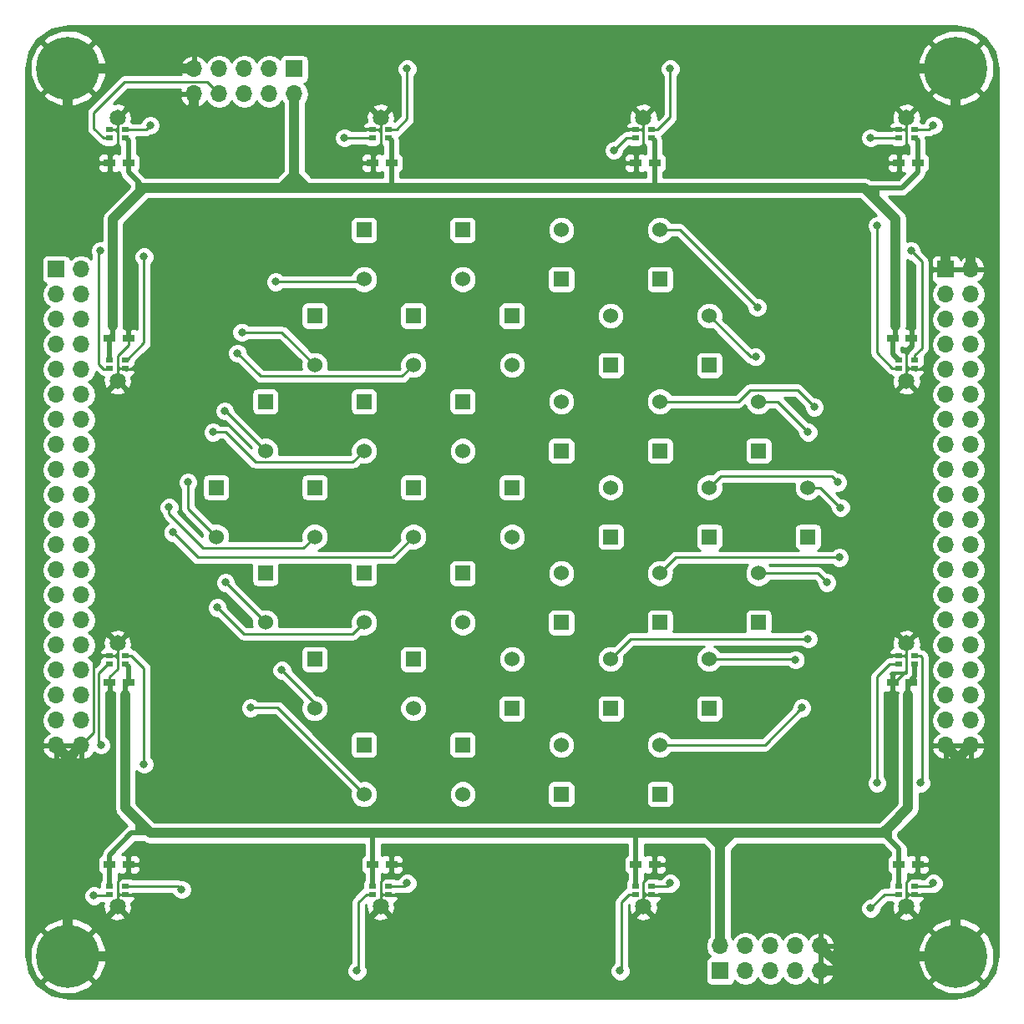
<source format=gbl>
G04 #@! TF.FileFunction,Copper,L2,Bot,Signal*
%FSLAX46Y46*%
G04 Gerber Fmt 4.6, Leading zero omitted, Abs format (unit mm)*
G04 Created by KiCad (PCBNEW 4.0.7) date 10/23/17 22:32:18*
%MOMM*%
%LPD*%
G01*
G04 APERTURE LIST*
%ADD10C,0.100000*%
%ADD11R,1.524000X1.524000*%
%ADD12C,1.524000*%
%ADD13C,1.650000*%
%ADD14R,0.700000X0.500000*%
%ADD15R,1.700000X1.700000*%
%ADD16O,1.700000X1.700000*%
%ADD17R,1.200000X0.750000*%
%ADD18C,6.400000*%
%ADD19C,0.800000*%
%ADD20C,0.500000*%
%ADD21C,0.250000*%
%ADD22C,1.000000*%
G04 APERTURE END LIST*
D10*
D11*
X60000000Y-52500000D03*
D12*
X60000000Y-47500000D03*
D11*
X40000000Y-30100000D03*
D12*
X40000000Y-35100000D03*
D11*
X35000000Y-38800000D03*
D12*
X35000000Y-43800000D03*
D11*
X25000000Y-38800000D03*
D12*
X25000000Y-43800000D03*
D11*
X30000000Y-30100000D03*
D12*
X30000000Y-35100000D03*
D11*
X40000000Y-47500000D03*
D12*
X40000000Y-52500000D03*
D11*
X40000000Y-64900000D03*
D12*
X40000000Y-69900000D03*
D11*
X35000000Y-56200000D03*
D12*
X35000000Y-61200000D03*
D11*
X25000000Y-56200000D03*
D12*
X25000000Y-61200000D03*
D11*
X30000000Y-47500000D03*
D12*
X30000000Y-52500000D03*
D11*
X30000000Y-64900000D03*
D12*
X30000000Y-69900000D03*
D11*
X65000000Y-78600000D03*
D12*
X65000000Y-73600000D03*
D11*
X55000000Y-78600000D03*
D12*
X55000000Y-73600000D03*
D11*
X45000000Y-73600000D03*
D12*
X45000000Y-78600000D03*
D11*
X35000000Y-73600000D03*
D12*
X35000000Y-78600000D03*
D11*
X70000000Y-69900000D03*
D12*
X70000000Y-64900000D03*
D11*
X60000000Y-69900000D03*
D12*
X60000000Y-64900000D03*
D11*
X50000000Y-69900000D03*
D12*
X50000000Y-64900000D03*
D11*
X75000000Y-61200000D03*
D12*
X75000000Y-56200000D03*
D11*
X65000000Y-61200000D03*
D12*
X65000000Y-56200000D03*
D11*
X55000000Y-61200000D03*
D12*
X55000000Y-56200000D03*
D11*
X45000000Y-56200000D03*
D12*
X45000000Y-61200000D03*
D11*
X80000000Y-52500000D03*
D12*
X80000000Y-47500000D03*
D11*
X70000000Y-52500000D03*
D12*
X70000000Y-47500000D03*
D11*
X50000000Y-47500000D03*
D12*
X50000000Y-52500000D03*
D11*
X20000000Y-47500000D03*
D12*
X20000000Y-52500000D03*
D11*
X75000000Y-43800000D03*
D12*
X75000000Y-38800000D03*
D11*
X65000000Y-43800000D03*
D12*
X65000000Y-38800000D03*
D11*
X55000000Y-43800000D03*
D12*
X55000000Y-38800000D03*
D11*
X45000000Y-38800000D03*
D12*
X45000000Y-43800000D03*
D11*
X70000000Y-35100000D03*
D12*
X70000000Y-30100000D03*
D11*
X60000000Y-35100000D03*
D12*
X60000000Y-30100000D03*
D11*
X50000000Y-30100000D03*
D12*
X50000000Y-35100000D03*
D11*
X65000000Y-26400000D03*
D12*
X65000000Y-21400000D03*
D11*
X55000000Y-26400000D03*
D12*
X55000000Y-21400000D03*
D11*
X45000000Y-21400000D03*
D12*
X45000000Y-26400000D03*
D13*
X10000000Y-36670000D03*
D14*
X10837500Y-34596000D03*
X10837500Y-35418000D03*
X9162500Y-34596000D03*
X9162500Y-35418000D03*
D13*
X10000000Y-63330000D03*
D14*
X9162500Y-65404000D03*
X9162500Y-64582000D03*
X10837500Y-65404000D03*
X10837500Y-64582000D03*
D13*
X10000000Y-90000000D03*
D14*
X10837500Y-87926000D03*
X10837500Y-88748000D03*
X9162500Y-87926000D03*
X9162500Y-88748000D03*
D13*
X36670000Y-90000000D03*
D14*
X37507500Y-87926000D03*
X37507500Y-88748000D03*
X35832500Y-87926000D03*
X35832500Y-88748000D03*
D13*
X63330000Y-90000000D03*
D14*
X64167500Y-87926000D03*
X64167500Y-88748000D03*
X62492500Y-87926000D03*
X62492500Y-88748000D03*
D13*
X90000000Y-90000000D03*
D14*
X90837500Y-87926000D03*
X90837500Y-88748000D03*
X89162500Y-87926000D03*
X89162500Y-88748000D03*
D13*
X90000000Y-63330000D03*
D14*
X89162500Y-65404000D03*
X89162500Y-64582000D03*
X90837500Y-65404000D03*
X90837500Y-64582000D03*
D13*
X90000000Y-36670000D03*
D14*
X90837500Y-34596000D03*
X90837500Y-35418000D03*
X89162500Y-34596000D03*
X89162500Y-35418000D03*
D13*
X90000000Y-10000000D03*
D14*
X89162500Y-12074000D03*
X89162500Y-11252000D03*
X90837500Y-12074000D03*
X90837500Y-11252000D03*
D13*
X63330000Y-10000000D03*
D14*
X62492500Y-12074000D03*
X62492500Y-11252000D03*
X64167500Y-12074000D03*
X64167500Y-11252000D03*
D13*
X36670000Y-10000000D03*
D14*
X35832500Y-12074000D03*
X35832500Y-11252000D03*
X37507500Y-12074000D03*
X37507500Y-11252000D03*
D13*
X10000000Y-10000000D03*
D14*
X9162500Y-12074000D03*
X9162500Y-11252000D03*
X10837500Y-12074000D03*
X10837500Y-11252000D03*
D15*
X71120000Y-96520000D03*
D16*
X71120000Y-93980000D03*
X73660000Y-96520000D03*
X73660000Y-93980000D03*
X76200000Y-96520000D03*
X76200000Y-93980000D03*
X78740000Y-96520000D03*
X78740000Y-93980000D03*
X81280000Y-96520000D03*
X81280000Y-93980000D03*
D15*
X93980000Y-25400000D03*
D16*
X96520000Y-25400000D03*
X93980000Y-27940000D03*
X96520000Y-27940000D03*
X93980000Y-30480000D03*
X96520000Y-30480000D03*
X93980000Y-33020000D03*
X96520000Y-33020000D03*
X93980000Y-35560000D03*
X96520000Y-35560000D03*
X93980000Y-38100000D03*
X96520000Y-38100000D03*
X93980000Y-40640000D03*
X96520000Y-40640000D03*
X93980000Y-43180000D03*
X96520000Y-43180000D03*
X93980000Y-45720000D03*
X96520000Y-45720000D03*
X93980000Y-48260000D03*
X96520000Y-48260000D03*
X93980000Y-50800000D03*
X96520000Y-50800000D03*
X93980000Y-53340000D03*
X96520000Y-53340000D03*
X93980000Y-55880000D03*
X96520000Y-55880000D03*
X93980000Y-58420000D03*
X96520000Y-58420000D03*
X93980000Y-60960000D03*
X96520000Y-60960000D03*
X93980000Y-63500000D03*
X96520000Y-63500000D03*
X93980000Y-66040000D03*
X96520000Y-66040000D03*
X93980000Y-68580000D03*
X96520000Y-68580000D03*
X93980000Y-71120000D03*
X96520000Y-71120000D03*
X93980000Y-73660000D03*
X96520000Y-73660000D03*
D15*
X27940000Y-5080000D03*
D16*
X27940000Y-7620000D03*
X25400000Y-5080000D03*
X25400000Y-7620000D03*
X22860000Y-5080000D03*
X22860000Y-7620000D03*
X20320000Y-5080000D03*
X20320000Y-7620000D03*
X17780000Y-5080000D03*
X17780000Y-7620000D03*
D17*
X9210000Y-32385000D03*
X11110000Y-32385000D03*
X11110000Y-67310000D03*
X9210000Y-67310000D03*
X9210000Y-85725000D03*
X11110000Y-85725000D03*
X35880000Y-85725000D03*
X37780000Y-85725000D03*
X62550000Y-85725000D03*
X64450000Y-85725000D03*
X89220000Y-85725000D03*
X91120000Y-85725000D03*
X90485000Y-67310000D03*
X88585000Y-67310000D03*
X88585000Y-32385000D03*
X90485000Y-32385000D03*
X91120000Y-14605000D03*
X89220000Y-14605000D03*
X64450000Y-14605000D03*
X62550000Y-14605000D03*
X37780000Y-14605000D03*
X35880000Y-14605000D03*
X11110000Y-14605000D03*
X9210000Y-14605000D03*
D11*
X35000000Y-21400000D03*
D12*
X35000000Y-26400000D03*
D15*
X3810000Y-25400000D03*
D16*
X6350000Y-25400000D03*
X3810000Y-27940000D03*
X6350000Y-27940000D03*
X3810000Y-30480000D03*
X6350000Y-30480000D03*
X3810000Y-33020000D03*
X6350000Y-33020000D03*
X3810000Y-35560000D03*
X6350000Y-35560000D03*
X3810000Y-38100000D03*
X6350000Y-38100000D03*
X3810000Y-40640000D03*
X6350000Y-40640000D03*
X3810000Y-43180000D03*
X6350000Y-43180000D03*
X3810000Y-45720000D03*
X6350000Y-45720000D03*
X3810000Y-48260000D03*
X6350000Y-48260000D03*
X3810000Y-50800000D03*
X6350000Y-50800000D03*
X3810000Y-53340000D03*
X6350000Y-53340000D03*
X3810000Y-55880000D03*
X6350000Y-55880000D03*
X3810000Y-58420000D03*
X6350000Y-58420000D03*
X3810000Y-60960000D03*
X6350000Y-60960000D03*
X3810000Y-63500000D03*
X6350000Y-63500000D03*
X3810000Y-66040000D03*
X6350000Y-66040000D03*
X3810000Y-68580000D03*
X6350000Y-68580000D03*
X3810000Y-71120000D03*
X6350000Y-71120000D03*
X3810000Y-73660000D03*
X6350000Y-73660000D03*
D18*
X5000000Y-5000000D03*
X95000000Y-5000000D03*
X95000000Y-95000000D03*
X5000000Y-95000000D03*
D19*
X85090000Y-36195000D03*
X85090000Y-62865000D03*
X19050000Y-36830000D03*
X13335000Y-36830000D03*
X75000000Y-25000000D03*
X80000000Y-25000000D03*
X85000000Y-25000000D03*
X55000000Y-50000000D03*
X50000000Y-24000000D03*
X55000000Y-32000000D03*
X50000000Y-41000000D03*
X50000000Y-58000000D03*
X45000000Y-67000000D03*
X30000000Y-86000000D03*
X13000000Y-21000000D03*
X55000000Y-86000000D03*
X91440000Y-82550000D03*
X13970000Y-80010000D03*
X15875000Y-94615000D03*
X80000000Y-86000000D03*
X75000000Y-86000000D03*
X24000000Y-21000000D03*
X55000000Y-98000000D03*
X25000000Y-98000000D03*
X45000000Y-98000000D03*
X33000000Y-70000000D03*
X67500000Y-71500000D03*
X72000000Y-61000000D03*
X76500000Y-52500000D03*
X72000000Y-44000000D03*
X28000000Y-56500000D03*
X24000000Y-52500000D03*
X24000000Y-47000000D03*
X28000000Y-35000000D03*
X28000000Y-39000000D03*
X70000000Y-28000000D03*
X31000000Y-28000000D03*
X20000000Y-86000000D03*
X25000000Y-86000000D03*
X45000000Y-86000000D03*
X50000000Y-86000000D03*
X80000000Y-2000000D03*
X75000000Y-2000000D03*
X70000000Y-2000000D03*
X42000000Y-2000000D03*
X33000000Y-2000000D03*
X32000000Y-15000000D03*
X45000000Y-15000000D03*
X55000000Y-15000000D03*
X50000000Y-15000000D03*
X22000000Y-13000000D03*
X20000000Y-21000000D03*
X28000000Y-21000000D03*
X50000000Y-76000000D03*
X75000000Y-80000000D03*
X80000000Y-75000000D03*
X80000000Y-80000000D03*
X85000000Y-80000000D03*
X85000000Y-75000000D03*
X25000000Y-75000000D03*
X25000000Y-80000000D03*
X20000000Y-80000000D03*
X20000000Y-75000000D03*
X19050000Y-63500000D03*
X13335000Y-63500000D03*
X42000000Y-8000000D03*
X33000000Y-8000000D03*
X5000000Y-90000000D03*
X90000000Y-95000000D03*
X95000000Y-90000000D03*
X10000000Y-95000000D03*
X90000000Y-5000000D03*
X5000000Y-10000000D03*
X95000000Y-10000000D03*
X10000000Y-5000000D03*
X5000000Y-20000000D03*
X95000000Y-15000000D03*
X95000000Y-20000000D03*
X85000000Y-20000000D03*
X75000000Y-20000000D03*
X80000000Y-20000000D03*
X80000000Y-15000000D03*
X75000000Y-15000000D03*
X70000000Y-15000000D03*
X5000000Y-15000000D03*
X5000000Y-80000000D03*
X86360000Y-12065000D03*
X90463057Y-23532682D03*
X33020000Y-12065000D03*
X60325000Y-13335000D03*
X12700000Y-24130000D03*
X26035000Y-26670000D03*
X22620469Y-31772020D03*
X22169158Y-33895446D03*
X20880532Y-39753504D03*
X19685000Y-41910000D03*
X17145000Y-46990000D03*
X15240000Y-49530000D03*
X15603834Y-52068472D03*
X20955000Y-57150000D03*
X20144309Y-59684933D03*
X26670000Y-66040000D03*
X23495000Y-69850000D03*
X74853625Y-29223867D03*
X74690166Y-34279072D03*
X80645000Y-39370000D03*
X80010000Y-41910000D03*
X83022184Y-46985591D03*
X83319443Y-49540099D03*
X83185000Y-54610000D03*
X81915000Y-57150000D03*
X80010000Y-62865000D03*
X78735091Y-64979308D03*
X79375000Y-69850000D03*
X92710000Y-87630000D03*
X86995000Y-77470000D03*
X39370000Y-87630000D03*
X66040000Y-87630000D03*
X8354985Y-73634587D03*
X16510000Y-88265000D03*
X86995000Y-20955000D03*
X66040000Y-5080000D03*
X39370000Y-5080000D03*
X8255000Y-23495000D03*
X92710000Y-10795000D03*
X13335000Y-10795000D03*
X12700000Y-75565000D03*
X91440000Y-77470000D03*
X60960000Y-96520000D03*
X34290000Y-96520000D03*
X86360000Y-90170000D03*
X7620000Y-88900000D03*
D20*
X13335000Y-36830000D02*
X19050000Y-36830000D01*
D21*
X85000000Y-25000000D02*
X80000000Y-25000000D01*
X55000000Y-50000000D02*
X55000000Y-52000000D01*
X54000000Y-48000000D02*
X54000000Y-49000000D01*
X54000000Y-49000000D02*
X55000000Y-50000000D01*
X50000000Y-58000000D02*
X50000000Y-61000000D01*
X50000000Y-56000000D02*
X50000000Y-58000000D01*
X50000000Y-41000000D02*
X50000000Y-40000000D01*
X50000000Y-40000000D02*
X55000000Y-35000000D01*
X55000000Y-35000000D02*
X55000000Y-32000000D01*
X50000000Y-44000000D02*
X50000000Y-41000000D01*
X62000000Y-28000000D02*
X58000000Y-28000000D01*
X58000000Y-28000000D02*
X55000000Y-31000000D01*
X62962999Y-28962999D02*
X62000000Y-28000000D01*
X68000000Y-28000000D02*
X67037001Y-28962999D01*
X67037001Y-28962999D02*
X62962999Y-28962999D01*
X70000000Y-28000000D02*
X68000000Y-28000000D01*
X50000000Y-27000000D02*
X49000000Y-28000000D01*
X49000000Y-28000000D02*
X31000000Y-28000000D01*
X50000000Y-27000000D02*
X50000000Y-24000000D01*
X55000000Y-32000000D02*
X55000000Y-31000000D01*
X45000000Y-67000000D02*
X45000000Y-65000000D01*
X45000000Y-70000000D02*
X45000000Y-67000000D01*
X25000000Y-86000000D02*
X30000000Y-86000000D01*
X70000000Y-10000000D02*
X70000000Y-15000000D01*
X88585000Y-67310000D02*
X88585000Y-77785000D01*
X88585000Y-77785000D02*
X86370000Y-80000000D01*
X86370000Y-80000000D02*
X85000000Y-80000000D01*
X20000000Y-21000000D02*
X13000000Y-21000000D01*
X50000000Y-86000000D02*
X55000000Y-86000000D01*
X95000000Y-90000000D02*
X95000000Y-86110000D01*
X95000000Y-86110000D02*
X91440000Y-82550000D01*
X6350000Y-73660000D02*
X7622435Y-72387565D01*
X7622435Y-72387565D02*
X7622435Y-65402565D01*
X7622435Y-65402565D02*
X8443000Y-64582000D01*
X8443000Y-64582000D02*
X9162500Y-64582000D01*
X75000000Y-86000000D02*
X80000000Y-86000000D01*
X28000000Y-21000000D02*
X24000000Y-21000000D01*
X24000000Y-21000000D02*
X20000000Y-21000000D01*
X45000000Y-98000000D02*
X55000000Y-98000000D01*
X45000000Y-86000000D02*
X45000000Y-98000000D01*
X25000000Y-86000000D02*
X20000000Y-86000000D01*
X42000000Y-2000000D02*
X70000000Y-2000000D01*
X33000000Y-8000000D02*
X33000000Y-2000000D01*
X50000000Y-15000000D02*
X45000000Y-15000000D01*
X50000000Y-15000000D02*
X55000000Y-15000000D01*
X55000000Y-31000000D02*
X54000000Y-31000000D01*
X54000000Y-31000000D02*
X50000000Y-27000000D01*
X54000000Y-48000000D02*
X50000000Y-44000000D01*
X50000000Y-56000000D02*
X51000000Y-56000000D01*
X51000000Y-56000000D02*
X55000000Y-52000000D01*
X45000000Y-65000000D02*
X46000000Y-65000000D01*
X46000000Y-65000000D02*
X50000000Y-61000000D01*
X50000000Y-75000000D02*
X45000000Y-70000000D01*
X50000000Y-76000000D02*
X50000000Y-75000000D01*
X72000000Y-80000000D02*
X68000000Y-76000000D01*
X68000000Y-76000000D02*
X50000000Y-76000000D01*
X75000000Y-80000000D02*
X72000000Y-80000000D01*
X80000000Y-80000000D02*
X80000000Y-75000000D01*
X85000000Y-80000000D02*
X80000000Y-80000000D01*
X20000000Y-80000000D02*
X25000000Y-80000000D01*
X19050000Y-63500000D02*
X19050000Y-74050000D01*
X19050000Y-74050000D02*
X20000000Y-75000000D01*
X13335000Y-63500000D02*
X19050000Y-63500000D01*
D22*
X32000000Y-2000000D02*
X33000000Y-3000000D01*
X33000000Y-3000000D02*
X33000000Y-8000000D01*
X13000000Y-2000000D02*
X32000000Y-2000000D01*
X10000000Y-5000000D02*
X13000000Y-2000000D01*
X93980000Y-25400000D02*
X93980000Y-21020000D01*
X93980000Y-21020000D02*
X95000000Y-20000000D01*
X96520000Y-25400000D02*
X96520000Y-21520000D01*
X96520000Y-21520000D02*
X95000000Y-20000000D01*
X5000000Y-80000000D02*
X5000000Y-74850000D01*
X95000000Y-74680000D02*
X95500000Y-74680000D01*
X95500000Y-74680000D02*
X96520000Y-73660000D01*
X93980000Y-73660000D02*
X95000000Y-74680000D01*
X16602081Y-10000000D02*
X15000000Y-10000000D01*
X17780000Y-7620000D02*
X17780000Y-8822081D01*
X17780000Y-8822081D02*
X16602081Y-10000000D01*
X17780000Y-5080000D02*
X15080000Y-5080000D01*
X5000000Y-74850000D02*
X5160000Y-74850000D01*
X5160000Y-74850000D02*
X6350000Y-73660000D01*
X3810000Y-73660000D02*
X5000000Y-74850000D01*
X90000000Y-95000000D02*
X85000000Y-95000000D01*
X85000000Y-95000000D02*
X82300000Y-95000000D01*
X83480000Y-96520000D02*
X85000000Y-95000000D01*
X81280000Y-96520000D02*
X83480000Y-96520000D01*
X82300000Y-95000000D02*
X81280000Y-93980000D01*
X95000000Y-95000000D02*
X90000000Y-95000000D01*
X5000000Y-95000000D02*
X10000000Y-95000000D01*
X95000000Y-95000000D02*
X95000000Y-90000000D01*
X5000000Y-80000000D02*
X5000000Y-95000000D01*
X95000000Y-5000000D02*
X95000000Y-10000000D01*
X5000000Y-5000000D02*
X10000000Y-5000000D01*
X5000000Y-15000000D02*
X5000000Y-5000000D01*
X95000000Y-20000000D02*
X95000000Y-15000000D01*
X75000000Y-20000000D02*
X85000000Y-20000000D01*
X80000000Y-10000000D02*
X70000000Y-10000000D01*
X70000000Y-15000000D02*
X75000000Y-15000000D01*
X95000000Y-5000000D02*
X85000000Y-5000000D01*
X85000000Y-5000000D02*
X80000000Y-10000000D01*
D21*
X90000000Y-64262000D02*
X90000000Y-63330000D01*
X90000000Y-64770000D02*
X90000000Y-64262000D01*
X90000000Y-64262000D02*
X90000000Y-64344500D01*
X90000000Y-64344500D02*
X89762500Y-64582000D01*
X90000000Y-66120000D02*
X90000000Y-64770000D01*
X89162500Y-64582000D02*
X89762500Y-64582000D01*
X89762500Y-64582000D02*
X89950500Y-64770000D01*
X89950500Y-64770000D02*
X90000000Y-64770000D01*
X10000000Y-65405000D02*
X10000000Y-64135000D01*
X10000000Y-65895000D02*
X10000000Y-65405000D01*
X10000000Y-65405000D02*
X10000000Y-64819500D01*
X10000000Y-64819500D02*
X9762500Y-64582000D01*
X10000000Y-64135000D02*
X10000000Y-63330000D01*
X9162500Y-64582000D02*
X9762500Y-64582000D01*
X9762500Y-64582000D02*
X10000000Y-64344500D01*
X10000000Y-64344500D02*
X10000000Y-64135000D01*
X9210000Y-67310000D02*
X9210000Y-66685000D01*
X9210000Y-66685000D02*
X10000000Y-65895000D01*
X88585000Y-67310000D02*
X88810000Y-67310000D01*
X88810000Y-67310000D02*
X90000000Y-66120000D01*
X10000000Y-88138000D02*
X10000000Y-89154000D01*
X10000000Y-87460000D02*
X10000000Y-88138000D01*
X10000000Y-88138000D02*
X10000000Y-88510500D01*
X10000000Y-88510500D02*
X10237500Y-88748000D01*
X10000000Y-89154000D02*
X10000000Y-90000000D01*
X10837500Y-88748000D02*
X10237500Y-88748000D01*
X10237500Y-88748000D02*
X10000000Y-88985500D01*
X10000000Y-88985500D02*
X10000000Y-89154000D01*
X11110000Y-85725000D02*
X11110000Y-86350000D01*
X11110000Y-86350000D02*
X10000000Y-87460000D01*
X36670000Y-88392000D02*
X36670000Y-89154000D01*
X36670000Y-87460000D02*
X36670000Y-88392000D01*
X36670000Y-88392000D02*
X36670000Y-88510500D01*
X36670000Y-88510500D02*
X36907500Y-88748000D01*
X37507500Y-88748000D02*
X36907500Y-88748000D01*
X36670000Y-89154000D02*
X36670000Y-90000000D01*
X36907500Y-88748000D02*
X36670000Y-88985500D01*
X36670000Y-88985500D02*
X36670000Y-89154000D01*
X37780000Y-85725000D02*
X37780000Y-86350000D01*
X37780000Y-86350000D02*
X36670000Y-87460000D01*
X63330000Y-88138000D02*
X63330000Y-89154000D01*
X63330000Y-88138000D02*
X63330000Y-88510500D01*
X63330000Y-87470000D02*
X63330000Y-88138000D01*
X63330000Y-88510500D02*
X63567500Y-88748000D01*
X63330000Y-89154000D02*
X63330000Y-90000000D01*
X64167500Y-88748000D02*
X63567500Y-88748000D01*
X63567500Y-88748000D02*
X63330000Y-88985500D01*
X63330000Y-88985500D02*
X63330000Y-89154000D01*
X64450000Y-85725000D02*
X64450000Y-86350000D01*
X64450000Y-86350000D02*
X63330000Y-87470000D01*
X90000000Y-88138000D02*
X90000000Y-89154000D01*
X90000000Y-88138000D02*
X90000000Y-88510500D01*
X90000000Y-87470000D02*
X90000000Y-88138000D01*
X90000000Y-88510500D02*
X90237500Y-88748000D01*
X90000000Y-89154000D02*
X90000000Y-90000000D01*
X90837500Y-88748000D02*
X90237500Y-88748000D01*
X90237500Y-88748000D02*
X90000000Y-88985500D01*
X90000000Y-88985500D02*
X90000000Y-89154000D01*
X91120000Y-85725000D02*
X91120000Y-86350000D01*
X91120000Y-86350000D02*
X90000000Y-87470000D01*
X90000000Y-35814000D02*
X90000000Y-36670000D01*
X90000000Y-35052000D02*
X90000000Y-35814000D01*
X90000000Y-35814000D02*
X90000000Y-35655500D01*
X90000000Y-35655500D02*
X90237500Y-35418000D01*
X90000000Y-33495000D02*
X90000000Y-35052000D01*
X90837500Y-35418000D02*
X90237500Y-35418000D01*
X90237500Y-35418000D02*
X90000000Y-35180500D01*
X90000000Y-35180500D02*
X90000000Y-35052000D01*
X90485000Y-32385000D02*
X90485000Y-33010000D01*
X90485000Y-33010000D02*
X90000000Y-33495000D01*
X90000000Y-11684000D02*
X90000000Y-10922000D01*
X90000000Y-13200000D02*
X90000000Y-11684000D01*
X90000000Y-11684000D02*
X90000000Y-11489500D01*
X90000000Y-11489500D02*
X89762500Y-11252000D01*
X90000000Y-10922000D02*
X90000000Y-10000000D01*
X89162500Y-11252000D02*
X89762500Y-11252000D01*
X89762500Y-11252000D02*
X90000000Y-11014500D01*
X90000000Y-11014500D02*
X90000000Y-10922000D01*
X89220000Y-14605000D02*
X89220000Y-13980000D01*
X89220000Y-13980000D02*
X90000000Y-13200000D01*
X63330000Y-11684000D02*
X63330000Y-10922000D01*
X63330000Y-13200000D02*
X63330000Y-11684000D01*
X63330000Y-11684000D02*
X63330000Y-11489500D01*
X63330000Y-11489500D02*
X63092500Y-11252000D01*
X63330000Y-10922000D02*
X63330000Y-10000000D01*
X62492500Y-11252000D02*
X63092500Y-11252000D01*
X63092500Y-11252000D02*
X63330000Y-11014500D01*
X63330000Y-11014500D02*
X63330000Y-10922000D01*
X62550000Y-14605000D02*
X62550000Y-13980000D01*
X62550000Y-13980000D02*
X63330000Y-13200000D01*
X36670000Y-11684000D02*
X36670000Y-10922000D01*
X36670000Y-13190000D02*
X36670000Y-11684000D01*
X36670000Y-11684000D02*
X36670000Y-11489500D01*
X36670000Y-11489500D02*
X36432500Y-11252000D01*
X36670000Y-10922000D02*
X36670000Y-10000000D01*
X35832500Y-11252000D02*
X36432500Y-11252000D01*
X36432500Y-11252000D02*
X36670000Y-11014500D01*
X36670000Y-11014500D02*
X36670000Y-10922000D01*
X35880000Y-14605000D02*
X35880000Y-13980000D01*
X35880000Y-13980000D02*
X36670000Y-13190000D01*
X10000000Y-10922000D02*
X10000000Y-10000000D01*
X10000000Y-11430000D02*
X10000000Y-10922000D01*
X10000000Y-10922000D02*
X10000000Y-11014500D01*
X10000000Y-11014500D02*
X9762500Y-11252000D01*
X10000000Y-13190000D02*
X10000000Y-11430000D01*
X9762500Y-11252000D02*
X9940500Y-11430000D01*
X9162500Y-11252000D02*
X9762500Y-11252000D01*
X9940500Y-11430000D02*
X10000000Y-11430000D01*
X9210000Y-14605000D02*
X9210000Y-13980000D01*
X9210000Y-13980000D02*
X10000000Y-13190000D01*
X10000000Y-35010000D02*
X10000000Y-34158498D01*
X10000000Y-35645000D02*
X10000000Y-35010000D01*
X10000000Y-35010000D02*
X10000000Y-35191000D01*
X10000000Y-35191000D02*
X10227000Y-35418000D01*
X10000000Y-36670000D02*
X10000000Y-35645000D01*
X10000000Y-35645000D02*
X10227000Y-35418000D01*
X10227000Y-35418000D02*
X10837500Y-35418000D01*
X10000000Y-34158498D02*
X11110000Y-33048498D01*
X11110000Y-33048498D02*
X11110000Y-32385000D01*
X86360000Y-12065000D02*
X89153500Y-12065000D01*
X89153500Y-12065000D02*
X89162500Y-12074000D01*
X90837500Y-34596000D02*
X90837500Y-34096000D01*
X90863056Y-23932681D02*
X90463057Y-23532682D01*
X90837500Y-34096000D02*
X91551081Y-33382419D01*
X91551081Y-24620706D02*
X90863056Y-23932681D01*
X91551081Y-33382419D02*
X91551081Y-24620706D01*
X33020000Y-12065000D02*
X35823500Y-12065000D01*
X35823500Y-12065000D02*
X35832500Y-12074000D01*
X61595000Y-12065000D02*
X61604000Y-12074000D01*
X61604000Y-12074000D02*
X62492500Y-12074000D01*
X60325000Y-13335000D02*
X61595000Y-12065000D01*
X10937500Y-34596000D02*
X12700000Y-32833500D01*
X12700000Y-32833500D02*
X12700000Y-24130000D01*
X10837500Y-34596000D02*
X10937500Y-34596000D01*
X9162500Y-12074000D02*
X8562500Y-12074000D01*
X7620000Y-11131500D02*
X7620000Y-9525000D01*
X8562500Y-12074000D02*
X7620000Y-11131500D01*
X10750001Y-6394999D02*
X19094999Y-6394999D01*
X7620000Y-9525000D02*
X10750001Y-6394999D01*
X19094999Y-6394999D02*
X20320000Y-7620000D01*
X26035000Y-26670000D02*
X34730000Y-26670000D01*
X34730000Y-26670000D02*
X35000000Y-26400000D01*
X26672020Y-31772020D02*
X22620469Y-31772020D01*
X30000000Y-35100000D02*
X26672020Y-31772020D01*
X24510713Y-36237001D02*
X22169158Y-33895446D01*
X38862999Y-36237001D02*
X24510713Y-36237001D01*
X40000000Y-35100000D02*
X38862999Y-36237001D01*
X25000000Y-43800000D02*
X20953504Y-39753504D01*
X20953504Y-39753504D02*
X20880532Y-39753504D01*
X20955000Y-41910000D02*
X23982001Y-44937001D01*
X23982001Y-44937001D02*
X33862999Y-44937001D01*
X33862999Y-44937001D02*
X35000000Y-43800000D01*
X19685000Y-41910000D02*
X20955000Y-41910000D01*
X4127435Y-41030481D02*
X3727436Y-40630482D01*
X3800482Y-40630482D02*
X3727436Y-40630482D01*
X17145000Y-46990000D02*
X17145000Y-49645000D01*
X17145000Y-49645000D02*
X20000000Y-52500000D01*
X15240000Y-50165000D02*
X18712001Y-53637001D01*
X18712001Y-53637001D02*
X28862999Y-53637001D01*
X28862999Y-53637001D02*
X30000000Y-52500000D01*
X15240000Y-49530000D02*
X15240000Y-50165000D01*
X18145362Y-54610000D02*
X15603834Y-52068472D01*
X37890000Y-54610000D02*
X18145362Y-54610000D01*
X40000000Y-52500000D02*
X37890000Y-54610000D01*
X20955000Y-57150000D02*
X25000000Y-61195000D01*
X25000000Y-61195000D02*
X25000000Y-61200000D01*
X22796377Y-62337001D02*
X20144309Y-59684933D01*
X33862999Y-62337001D02*
X22796377Y-62337001D01*
X35000000Y-61200000D02*
X33862999Y-62337001D01*
X26670000Y-66040000D02*
X30000000Y-69370000D01*
X30000000Y-69370000D02*
X30000000Y-69900000D01*
X23495000Y-69850000D02*
X26250000Y-69850000D01*
X26250000Y-69850000D02*
X35000000Y-78600000D01*
X67029758Y-21400000D02*
X74853625Y-29223867D01*
X65000000Y-21400000D02*
X67029758Y-21400000D01*
X74179072Y-34279072D02*
X74690166Y-34279072D01*
X70000000Y-30100000D02*
X74179072Y-34279072D01*
X72960000Y-38800000D02*
X74097001Y-37662999D01*
X74097001Y-37662999D02*
X78937999Y-37662999D01*
X78937999Y-37662999D02*
X80645000Y-39370000D01*
X65000000Y-38800000D02*
X72960000Y-38800000D01*
X75000000Y-38800000D02*
X76900000Y-38800000D01*
X76900000Y-38800000D02*
X80010000Y-41910000D01*
X82399592Y-46362999D02*
X83022184Y-46985591D01*
X71137001Y-46362999D02*
X82399592Y-46362999D01*
X70000000Y-47500000D02*
X71137001Y-46362999D01*
X80000000Y-47500000D02*
X81279344Y-47500000D01*
X81279344Y-47500000D02*
X83319443Y-49540099D01*
X65000000Y-56200000D02*
X66590000Y-54610000D01*
X66590000Y-54610000D02*
X83185000Y-54610000D01*
X75000000Y-56200000D02*
X80965000Y-56200000D01*
X80965000Y-56200000D02*
X81915000Y-57150000D01*
X80010000Y-62865000D02*
X62035000Y-62865000D01*
X62035000Y-62865000D02*
X60000000Y-64900000D01*
X78655783Y-64900000D02*
X78735091Y-64979308D01*
X70000000Y-64900000D02*
X78655783Y-64900000D01*
X65000000Y-73600000D02*
X75625000Y-73600000D01*
X75625000Y-73600000D02*
X79375000Y-69850000D01*
X90837500Y-87926000D02*
X92414000Y-87926000D01*
X92414000Y-87926000D02*
X92710000Y-87630000D01*
X86995000Y-66675000D02*
X88266000Y-65404000D01*
X88266000Y-65404000D02*
X89162500Y-65404000D01*
X86995000Y-77470000D02*
X86995000Y-66675000D01*
X37507500Y-87926000D02*
X39074000Y-87926000D01*
X39074000Y-87926000D02*
X39370000Y-87630000D01*
X64167500Y-87926000D02*
X65744000Y-87926000D01*
X65744000Y-87926000D02*
X66040000Y-87630000D01*
X9162500Y-65404000D02*
X9062500Y-65404000D01*
X9062500Y-65404000D02*
X8122445Y-66344055D01*
X8122445Y-66344055D02*
X8122445Y-73402047D01*
X8122445Y-73402047D02*
X8354985Y-73634587D01*
X10837500Y-87926000D02*
X16171000Y-87926000D01*
X16171000Y-87926000D02*
X16510000Y-88265000D01*
D20*
X86995000Y-18415000D02*
X86995000Y-17145000D01*
D22*
X9525000Y-20320000D02*
X9525000Y-31115000D01*
X12065000Y-17780000D02*
X9525000Y-20320000D01*
D20*
X9210000Y-32385000D02*
X9210000Y-34548500D01*
X9210000Y-34548500D02*
X9162500Y-34596000D01*
X9525000Y-32070000D02*
X9525000Y-31115000D01*
X9525000Y-32070000D02*
X9210000Y-32385000D01*
X88585000Y-32385000D02*
X88585000Y-34018500D01*
X88585000Y-34018500D02*
X89162500Y-34596000D01*
X88900000Y-32070000D02*
X88900000Y-31115000D01*
D22*
X88900000Y-20320000D02*
X88900000Y-31115000D01*
X88900000Y-20320000D02*
X86995000Y-18415000D01*
D20*
X88900000Y-32070000D02*
X88585000Y-32385000D01*
X86360000Y-17145000D02*
X86995000Y-17145000D01*
X86995000Y-17145000D02*
X86360000Y-17780000D01*
X12065000Y-16510000D02*
X12065000Y-17780000D01*
X85725000Y-17145000D02*
X86360000Y-17145000D01*
X86360000Y-17145000D02*
X89535000Y-17145000D01*
X91120000Y-15560000D02*
X91120000Y-14605000D01*
X89535000Y-17145000D02*
X91120000Y-15560000D01*
X91120000Y-14605000D02*
X91120000Y-12356500D01*
X91120000Y-12356500D02*
X90837500Y-12074000D01*
X64450000Y-14605000D02*
X64450000Y-12356500D01*
X64450000Y-12356500D02*
X64167500Y-12074000D01*
X64450000Y-14605000D02*
X64450000Y-17145000D01*
X64450000Y-17145000D02*
X64770000Y-17145000D01*
X11110000Y-14605000D02*
X11110000Y-12346500D01*
X11110000Y-12346500D02*
X10837500Y-12074000D01*
X11110000Y-14605000D02*
X11110000Y-15555000D01*
X11110000Y-15555000D02*
X12065000Y-16510000D01*
X12065000Y-16510000D02*
X12700000Y-17145000D01*
X37780000Y-14605000D02*
X37780000Y-12346500D01*
X37780000Y-12346500D02*
X37507500Y-12074000D01*
X37780000Y-14605000D02*
X37780000Y-17145000D01*
X37780000Y-17145000D02*
X38100000Y-17145000D01*
D22*
X27940000Y-15875000D02*
X26670000Y-17145000D01*
X26670000Y-17145000D02*
X27305000Y-17145000D01*
X27940000Y-15875000D02*
X29210000Y-17145000D01*
X27940000Y-17145000D02*
X29210000Y-17145000D01*
X29210000Y-17145000D02*
X38100000Y-17145000D01*
X38100000Y-17145000D02*
X64770000Y-17145000D01*
X64770000Y-17145000D02*
X85725000Y-17145000D01*
X85725000Y-17145000D02*
X86360000Y-17780000D01*
X86360000Y-17780000D02*
X86995000Y-18415000D01*
X27940000Y-17145000D02*
X27305000Y-17145000D01*
X27305000Y-17145000D02*
X12700000Y-17145000D01*
X12700000Y-17145000D02*
X12065000Y-17780000D01*
X27940000Y-7620000D02*
X27940000Y-15875000D01*
X27940000Y-15875000D02*
X27940000Y-17145000D01*
X90170000Y-80010000D02*
X90170000Y-68580000D01*
X90170000Y-80010000D02*
X88265000Y-81915000D01*
D20*
X9210000Y-84770000D02*
X11430000Y-82550000D01*
D22*
X10795000Y-80010000D02*
X10795000Y-76835000D01*
X10795000Y-76835000D02*
X10795000Y-68580000D01*
D20*
X90485000Y-66995000D02*
X90837500Y-66642500D01*
X90837500Y-66642500D02*
X90837500Y-65404000D01*
X90485000Y-67310000D02*
X90485000Y-66995000D01*
X11110000Y-67310000D02*
X11110000Y-65676500D01*
X11110000Y-65676500D02*
X10837500Y-65404000D01*
X10795000Y-67625000D02*
X10795000Y-68580000D01*
D22*
X10795000Y-80010000D02*
X12065000Y-81280000D01*
D20*
X10795000Y-67625000D02*
X11110000Y-67310000D01*
X90170000Y-67625000D02*
X90170000Y-68580000D01*
X90170000Y-67625000D02*
X90485000Y-67310000D01*
X12065000Y-81280000D02*
X12065000Y-82550000D01*
X12065000Y-82550000D02*
X12382500Y-82232500D01*
X12382500Y-82232500D02*
X12382500Y-81597500D01*
X88265000Y-81915000D02*
X88265000Y-83185000D01*
X9210000Y-85725000D02*
X9210000Y-87878500D01*
X9210000Y-87878500D02*
X9162500Y-87926000D01*
X9210000Y-85725000D02*
X9210000Y-84770000D01*
X11430000Y-82550000D02*
X12065000Y-82550000D01*
X12065000Y-82550000D02*
X13335000Y-82550000D01*
X35880000Y-85725000D02*
X35880000Y-87878500D01*
X35880000Y-87878500D02*
X35832500Y-87926000D01*
X35880000Y-85725000D02*
X35880000Y-82550000D01*
X35880000Y-82550000D02*
X35560000Y-82550000D01*
X62550000Y-85725000D02*
X62550000Y-87868500D01*
X62550000Y-87868500D02*
X62492500Y-87926000D01*
X62550000Y-85725000D02*
X62550000Y-82550000D01*
X62550000Y-82550000D02*
X62230000Y-82550000D01*
X89220000Y-85725000D02*
X89220000Y-87868500D01*
X89220000Y-87868500D02*
X89162500Y-87926000D01*
X89220000Y-85725000D02*
X89220000Y-84140000D01*
X89220000Y-84140000D02*
X88265000Y-83185000D01*
X88265000Y-83185000D02*
X87630000Y-82550000D01*
D22*
X71120000Y-83820000D02*
X72390000Y-82550000D01*
X71120000Y-83820000D02*
X69850000Y-82550000D01*
X71120000Y-82550000D02*
X72390000Y-82550000D01*
X72390000Y-82550000D02*
X87630000Y-82550000D01*
X87630000Y-82550000D02*
X88265000Y-81915000D01*
X71120000Y-82550000D02*
X69850000Y-82550000D01*
X69850000Y-82550000D02*
X62230000Y-82550000D01*
X62230000Y-82550000D02*
X35560000Y-82550000D01*
X35560000Y-82550000D02*
X13335000Y-82550000D01*
X12382500Y-81597500D02*
X12065000Y-81280000D01*
X13335000Y-82550000D02*
X12382500Y-81597500D01*
X71120000Y-93980000D02*
X71120000Y-83820000D01*
X71120000Y-83820000D02*
X71120000Y-82550000D01*
D21*
X89162500Y-35418000D02*
X88562500Y-35418000D01*
X88562500Y-35418000D02*
X86995000Y-33850500D01*
X86995000Y-33850500D02*
X86995000Y-20955000D01*
X8642910Y-35521394D02*
X9059106Y-35521394D01*
X9059106Y-35521394D02*
X9162500Y-35418000D01*
X8255000Y-23495000D02*
X8101360Y-23648640D01*
X8101360Y-23648640D02*
X8101360Y-34979844D01*
X8101360Y-34979844D02*
X8642910Y-35521394D01*
X66040000Y-9979500D02*
X66040000Y-5080000D01*
X64167500Y-11252000D02*
X64767500Y-11252000D01*
X64767500Y-11252000D02*
X66040000Y-9979500D01*
X38278000Y-11252000D02*
X39370000Y-10160000D01*
X39370000Y-10160000D02*
X39370000Y-5080000D01*
X37507500Y-11252000D02*
X38278000Y-11252000D01*
X64167500Y-11252000D02*
X64267500Y-11252000D01*
X90837500Y-11252000D02*
X92253000Y-11252000D01*
X92253000Y-11252000D02*
X92710000Y-10795000D01*
X10837500Y-11252000D02*
X12878000Y-11252000D01*
X12878000Y-11252000D02*
X13335000Y-10795000D01*
X10837500Y-64582000D02*
X11437500Y-64582000D01*
X11437500Y-64582000D02*
X12700000Y-65844500D01*
X12700000Y-65844500D02*
X12700000Y-75565000D01*
X90837500Y-64582000D02*
X91437500Y-64582000D01*
X91437500Y-64582000D02*
X91562501Y-64707001D01*
X91562501Y-64707001D02*
X91562501Y-77347499D01*
X91562501Y-77347499D02*
X91440000Y-77470000D01*
X61105500Y-96374500D02*
X60960000Y-96520000D01*
X61105500Y-89535000D02*
X61105500Y-96374500D01*
X62492500Y-88748000D02*
X61892500Y-88748000D01*
X61892500Y-88748000D02*
X61105500Y-89535000D01*
X34445500Y-89535000D02*
X34445500Y-96364500D01*
X34445500Y-96364500D02*
X34290000Y-96520000D01*
X35832500Y-88748000D02*
X35232500Y-88748000D01*
X35232500Y-88748000D02*
X34445500Y-89535000D01*
X62492500Y-88748000D02*
X62392500Y-88748000D01*
X86360000Y-90170000D02*
X87782000Y-88748000D01*
X87782000Y-88748000D02*
X89162500Y-88748000D01*
X35832500Y-88748000D02*
X35732500Y-88748000D01*
X7620000Y-88900000D02*
X9010500Y-88900000D01*
X9010500Y-88900000D02*
X9162500Y-88748000D01*
G36*
X96640291Y-1039988D02*
X98030862Y-1969138D01*
X98960012Y-3359709D01*
X99300000Y-5068945D01*
X99300000Y-94931055D01*
X98960012Y-96640291D01*
X98030862Y-98030862D01*
X96640291Y-98960012D01*
X94931055Y-99300000D01*
X5068945Y-99300000D01*
X3359709Y-98960012D01*
X1969138Y-98030862D01*
X1770847Y-97734098D01*
X2442678Y-97734098D01*
X2809980Y-98226967D01*
X4211592Y-98819413D01*
X5733232Y-98830388D01*
X7143243Y-98258221D01*
X7190020Y-98226967D01*
X7557322Y-97734098D01*
X5000000Y-95176777D01*
X2442678Y-97734098D01*
X1770847Y-97734098D01*
X1039988Y-96640291D01*
X859563Y-95733232D01*
X1169612Y-95733232D01*
X1741779Y-97143243D01*
X1773033Y-97190020D01*
X2265902Y-97557322D01*
X4823223Y-95000000D01*
X5176777Y-95000000D01*
X7734098Y-97557322D01*
X8226967Y-97190020D01*
X8819413Y-95788408D01*
X8830388Y-94266768D01*
X8258221Y-92856757D01*
X8226967Y-92809980D01*
X7734098Y-92442678D01*
X5176777Y-95000000D01*
X4823223Y-95000000D01*
X2265902Y-92442678D01*
X1773033Y-92809980D01*
X1180587Y-94211592D01*
X1169612Y-95733232D01*
X859563Y-95733232D01*
X700000Y-94931055D01*
X700000Y-92265902D01*
X2442678Y-92265902D01*
X5000000Y-94823223D01*
X7557322Y-92265902D01*
X7190020Y-91773033D01*
X5788408Y-91180587D01*
X4266768Y-91169612D01*
X2856757Y-91741779D01*
X2809980Y-91773033D01*
X2442678Y-92265902D01*
X700000Y-92265902D01*
X700000Y-91019107D01*
X9157670Y-91019107D01*
X9235253Y-91265247D01*
X9777655Y-91461592D01*
X10353907Y-91435423D01*
X10764747Y-91265247D01*
X10842330Y-91019107D01*
X10000000Y-90176777D01*
X9157670Y-91019107D01*
X700000Y-91019107D01*
X700000Y-74013372D01*
X2377955Y-74013372D01*
X2547513Y-74422742D01*
X2935503Y-74847815D01*
X3456627Y-75092054D01*
X3685000Y-74973453D01*
X3685000Y-73785000D01*
X3935000Y-73785000D01*
X3935000Y-74973453D01*
X4163373Y-75092054D01*
X4684497Y-74847815D01*
X5072487Y-74422742D01*
X5080000Y-74404603D01*
X5087513Y-74422742D01*
X5475503Y-74847815D01*
X5996627Y-75092054D01*
X6225000Y-74973453D01*
X6225000Y-73785000D01*
X3935000Y-73785000D01*
X3685000Y-73785000D01*
X2497188Y-73785000D01*
X2377955Y-74013372D01*
X700000Y-74013372D01*
X700000Y-27940000D01*
X2306103Y-27940000D01*
X2418381Y-28504458D01*
X2738120Y-28982983D01*
X3077876Y-29210000D01*
X2738120Y-29437017D01*
X2418381Y-29915542D01*
X2306103Y-30480000D01*
X2418381Y-31044458D01*
X2738120Y-31522983D01*
X3077876Y-31750000D01*
X2738120Y-31977017D01*
X2418381Y-32455542D01*
X2306103Y-33020000D01*
X2418381Y-33584458D01*
X2738120Y-34062983D01*
X3077876Y-34290000D01*
X2738120Y-34517017D01*
X2418381Y-34995542D01*
X2306103Y-35560000D01*
X2418381Y-36124458D01*
X2738120Y-36602983D01*
X3077876Y-36830000D01*
X2738120Y-37057017D01*
X2418381Y-37535542D01*
X2306103Y-38100000D01*
X2418381Y-38664458D01*
X2738120Y-39142983D01*
X3077876Y-39370000D01*
X2738120Y-39597017D01*
X2418381Y-40075542D01*
X2306103Y-40640000D01*
X2418381Y-41204458D01*
X2738120Y-41682983D01*
X3077876Y-41910000D01*
X2738120Y-42137017D01*
X2418381Y-42615542D01*
X2306103Y-43180000D01*
X2418381Y-43744458D01*
X2738120Y-44222983D01*
X3077876Y-44450000D01*
X2738120Y-44677017D01*
X2418381Y-45155542D01*
X2306103Y-45720000D01*
X2418381Y-46284458D01*
X2738120Y-46762983D01*
X3077876Y-46990000D01*
X2738120Y-47217017D01*
X2418381Y-47695542D01*
X2306103Y-48260000D01*
X2418381Y-48824458D01*
X2738120Y-49302983D01*
X3077876Y-49530000D01*
X2738120Y-49757017D01*
X2418381Y-50235542D01*
X2306103Y-50800000D01*
X2418381Y-51364458D01*
X2738120Y-51842983D01*
X3077876Y-52070000D01*
X2738120Y-52297017D01*
X2418381Y-52775542D01*
X2306103Y-53340000D01*
X2418381Y-53904458D01*
X2738120Y-54382983D01*
X3077876Y-54610000D01*
X2738120Y-54837017D01*
X2418381Y-55315542D01*
X2306103Y-55880000D01*
X2418381Y-56444458D01*
X2738120Y-56922983D01*
X3077876Y-57150000D01*
X2738120Y-57377017D01*
X2418381Y-57855542D01*
X2306103Y-58420000D01*
X2418381Y-58984458D01*
X2738120Y-59462983D01*
X3077876Y-59690000D01*
X2738120Y-59917017D01*
X2418381Y-60395542D01*
X2306103Y-60960000D01*
X2418381Y-61524458D01*
X2738120Y-62002983D01*
X3077876Y-62230000D01*
X2738120Y-62457017D01*
X2418381Y-62935542D01*
X2306103Y-63500000D01*
X2418381Y-64064458D01*
X2738120Y-64542983D01*
X3077876Y-64770000D01*
X2738120Y-64997017D01*
X2418381Y-65475542D01*
X2306103Y-66040000D01*
X2418381Y-66604458D01*
X2738120Y-67082983D01*
X3077876Y-67310000D01*
X2738120Y-67537017D01*
X2418381Y-68015542D01*
X2306103Y-68580000D01*
X2418381Y-69144458D01*
X2738120Y-69622983D01*
X3077876Y-69850000D01*
X2738120Y-70077017D01*
X2418381Y-70555542D01*
X2306103Y-71120000D01*
X2418381Y-71684458D01*
X2738120Y-72162983D01*
X3091473Y-72399085D01*
X2935503Y-72472185D01*
X2547513Y-72897258D01*
X2377955Y-73306628D01*
X2497188Y-73535000D01*
X3685000Y-73535000D01*
X3685000Y-73515000D01*
X3935000Y-73515000D01*
X3935000Y-73535000D01*
X6225000Y-73535000D01*
X6225000Y-73515000D01*
X6475000Y-73515000D01*
X6475000Y-73535000D01*
X6495000Y-73535000D01*
X6495000Y-73785000D01*
X6475000Y-73785000D01*
X6475000Y-74973453D01*
X6703373Y-75092054D01*
X7224497Y-74847815D01*
X7612487Y-74422742D01*
X7636232Y-74365414D01*
X7773611Y-74503033D01*
X8150205Y-74659409D01*
X8557976Y-74659765D01*
X8934842Y-74504046D01*
X9223431Y-74215961D01*
X9379807Y-73839367D01*
X9380163Y-73431596D01*
X9224444Y-73054730D01*
X8936359Y-72766141D01*
X8872445Y-72739602D01*
X8872445Y-68310000D01*
X8928750Y-68310000D01*
X9085000Y-68153750D01*
X9085000Y-67435000D01*
X9065000Y-67435000D01*
X9065000Y-67185000D01*
X9085000Y-67185000D01*
X9085000Y-67165000D01*
X9335000Y-67165000D01*
X9335000Y-67185000D01*
X9355000Y-67185000D01*
X9355000Y-67435000D01*
X9335000Y-67435000D01*
X9335000Y-68153750D01*
X9491250Y-68310000D01*
X9723707Y-68310000D01*
X9670000Y-68580000D01*
X9670000Y-80010000D01*
X9755636Y-80440519D01*
X9903145Y-80661282D01*
X9999505Y-80805495D01*
X10999517Y-81805507D01*
X10811281Y-81931282D01*
X8591282Y-84151282D01*
X8401605Y-84435152D01*
X8335000Y-84770000D01*
X8335000Y-84784257D01*
X8165668Y-84893219D01*
X8022962Y-85102076D01*
X7972756Y-85350000D01*
X7972756Y-86100000D01*
X8016337Y-86331611D01*
X8153219Y-86544332D01*
X8335000Y-86668538D01*
X8335000Y-87267762D01*
X8225462Y-87428076D01*
X8175256Y-87676000D01*
X8175256Y-88020709D01*
X7824780Y-87875178D01*
X7417009Y-87874822D01*
X7040143Y-88030541D01*
X6751554Y-88318626D01*
X6595178Y-88695220D01*
X6594822Y-89102991D01*
X6750541Y-89479857D01*
X7038626Y-89768446D01*
X7415220Y-89924822D01*
X7822991Y-89925178D01*
X8199857Y-89769459D01*
X8319525Y-89650000D01*
X8584618Y-89650000D01*
X8538408Y-89777655D01*
X8564577Y-90353907D01*
X8734753Y-90764747D01*
X8980893Y-90842330D01*
X9823223Y-90000000D01*
X9809081Y-89985858D01*
X9985858Y-89809081D01*
X10000000Y-89823223D01*
X10014142Y-89809081D01*
X10190919Y-89985858D01*
X10176777Y-90000000D01*
X11019107Y-90842330D01*
X11265247Y-90764747D01*
X11461592Y-90222345D01*
X11435423Y-89646093D01*
X11409157Y-89582682D01*
X11541534Y-89527850D01*
X11717349Y-89352034D01*
X11812500Y-89122320D01*
X11812500Y-89029250D01*
X11656250Y-88873000D01*
X10962500Y-88873000D01*
X10962500Y-88875180D01*
X10955270Y-88867950D01*
X10930220Y-88893000D01*
X10814626Y-88893000D01*
X10789487Y-88813244D01*
X11187500Y-88813244D01*
X11419111Y-88769663D01*
X11564668Y-88676000D01*
X15570770Y-88676000D01*
X15640541Y-88844857D01*
X15928626Y-89133446D01*
X16305220Y-89289822D01*
X16712991Y-89290178D01*
X17089857Y-89134459D01*
X17378446Y-88846374D01*
X17534822Y-88469780D01*
X17535178Y-88062009D01*
X17379459Y-87685143D01*
X17091374Y-87396554D01*
X16714780Y-87240178D01*
X16468299Y-87239963D01*
X16458013Y-87233090D01*
X16171000Y-87176000D01*
X11562808Y-87176000D01*
X11435424Y-87088962D01*
X11187500Y-87038756D01*
X10487500Y-87038756D01*
X10255889Y-87082337D01*
X10085000Y-87192301D01*
X10085000Y-86665743D01*
X10150020Y-86623904D01*
X10155966Y-86629850D01*
X10385680Y-86725000D01*
X10828750Y-86725000D01*
X10985000Y-86568750D01*
X10985000Y-85850000D01*
X11235000Y-85850000D01*
X11235000Y-86568750D01*
X11391250Y-86725000D01*
X11834320Y-86725000D01*
X12064034Y-86629850D01*
X12239849Y-86454034D01*
X12335000Y-86224320D01*
X12335000Y-86006250D01*
X12178750Y-85850000D01*
X11235000Y-85850000D01*
X10985000Y-85850000D01*
X10965000Y-85850000D01*
X10965000Y-85600000D01*
X10985000Y-85600000D01*
X10985000Y-84881250D01*
X11235000Y-84881250D01*
X11235000Y-85600000D01*
X12178750Y-85600000D01*
X12335000Y-85443750D01*
X12335000Y-85225680D01*
X12239849Y-84995966D01*
X12064034Y-84820150D01*
X11834320Y-84725000D01*
X11391250Y-84725000D01*
X11235000Y-84881250D01*
X10985000Y-84881250D01*
X10828750Y-84725000D01*
X10492436Y-84725000D01*
X11792437Y-83425000D01*
X12658493Y-83425000D01*
X12904481Y-83589364D01*
X13335000Y-83675000D01*
X35005000Y-83675000D01*
X35005000Y-84784257D01*
X34835668Y-84893219D01*
X34692962Y-85102076D01*
X34642756Y-85350000D01*
X34642756Y-86100000D01*
X34686337Y-86331611D01*
X34823219Y-86544332D01*
X35005000Y-86668538D01*
X35005000Y-87267762D01*
X34895462Y-87428076D01*
X34845256Y-87676000D01*
X34845256Y-88122063D01*
X34702170Y-88217670D01*
X33915170Y-89004670D01*
X33752590Y-89247987D01*
X33695500Y-89535000D01*
X33695500Y-95665158D01*
X33421554Y-95938626D01*
X33265178Y-96315220D01*
X33264822Y-96722991D01*
X33420541Y-97099857D01*
X33708626Y-97388446D01*
X34085220Y-97544822D01*
X34492991Y-97545178D01*
X34869857Y-97389459D01*
X35158446Y-97101374D01*
X35314822Y-96724780D01*
X35315178Y-96317009D01*
X35195500Y-96027368D01*
X35195500Y-91019107D01*
X35827670Y-91019107D01*
X35905253Y-91265247D01*
X36447655Y-91461592D01*
X37023907Y-91435423D01*
X37434747Y-91265247D01*
X37512330Y-91019107D01*
X36670000Y-90176777D01*
X35827670Y-91019107D01*
X35195500Y-91019107D01*
X35195500Y-89845660D01*
X35210801Y-89830359D01*
X35234577Y-90353907D01*
X35404753Y-90764747D01*
X35650893Y-90842330D01*
X36493223Y-90000000D01*
X36479081Y-89985858D01*
X36655858Y-89809081D01*
X36670000Y-89823223D01*
X36684142Y-89809081D01*
X36860919Y-89985858D01*
X36846777Y-90000000D01*
X37689107Y-90842330D01*
X37935247Y-90764747D01*
X38131592Y-90222345D01*
X38105423Y-89646093D01*
X38079157Y-89582682D01*
X38211534Y-89527850D01*
X38387349Y-89352034D01*
X38482500Y-89122320D01*
X38482500Y-89029250D01*
X38326250Y-88873000D01*
X37632500Y-88873000D01*
X37632500Y-88875180D01*
X37625270Y-88867950D01*
X37600220Y-88893000D01*
X37484626Y-88893000D01*
X37459487Y-88813244D01*
X37857500Y-88813244D01*
X38089111Y-88769663D01*
X38234668Y-88676000D01*
X39074000Y-88676000D01*
X39180403Y-88654835D01*
X39572991Y-88655178D01*
X39949857Y-88499459D01*
X40238446Y-88211374D01*
X40394822Y-87834780D01*
X40395178Y-87427009D01*
X40239459Y-87050143D01*
X39951374Y-86761554D01*
X39574780Y-86605178D01*
X39167009Y-86604822D01*
X38790143Y-86760541D01*
X38501554Y-87048626D01*
X38448664Y-87176000D01*
X38232808Y-87176000D01*
X38105424Y-87088962D01*
X37857500Y-87038756D01*
X37157500Y-87038756D01*
X36925889Y-87082337D01*
X36755000Y-87192301D01*
X36755000Y-86665743D01*
X36820020Y-86623904D01*
X36825966Y-86629850D01*
X37055680Y-86725000D01*
X37498750Y-86725000D01*
X37655000Y-86568750D01*
X37655000Y-85850000D01*
X37905000Y-85850000D01*
X37905000Y-86568750D01*
X38061250Y-86725000D01*
X38504320Y-86725000D01*
X38734034Y-86629850D01*
X38909849Y-86454034D01*
X39005000Y-86224320D01*
X39005000Y-86006250D01*
X38848750Y-85850000D01*
X37905000Y-85850000D01*
X37655000Y-85850000D01*
X37635000Y-85850000D01*
X37635000Y-85600000D01*
X37655000Y-85600000D01*
X37655000Y-84881250D01*
X37905000Y-84881250D01*
X37905000Y-85600000D01*
X38848750Y-85600000D01*
X39005000Y-85443750D01*
X39005000Y-85225680D01*
X38909849Y-84995966D01*
X38734034Y-84820150D01*
X38504320Y-84725000D01*
X38061250Y-84725000D01*
X37905000Y-84881250D01*
X37655000Y-84881250D01*
X37498750Y-84725000D01*
X37055680Y-84725000D01*
X36825966Y-84820150D01*
X36820143Y-84825973D01*
X36755000Y-84781462D01*
X36755000Y-83675000D01*
X61675000Y-83675000D01*
X61675000Y-84784257D01*
X61505668Y-84893219D01*
X61362962Y-85102076D01*
X61312756Y-85350000D01*
X61312756Y-86100000D01*
X61356337Y-86331611D01*
X61493219Y-86544332D01*
X61675000Y-86668538D01*
X61675000Y-87253126D01*
X61555462Y-87428076D01*
X61505256Y-87676000D01*
X61505256Y-88122063D01*
X61362170Y-88217670D01*
X60575170Y-89004670D01*
X60412590Y-89247987D01*
X60355500Y-89535000D01*
X60355500Y-95675141D01*
X60091554Y-95938626D01*
X59935178Y-96315220D01*
X59934822Y-96722991D01*
X60090541Y-97099857D01*
X60378626Y-97388446D01*
X60755220Y-97544822D01*
X61162991Y-97545178D01*
X61539857Y-97389459D01*
X61828446Y-97101374D01*
X61984822Y-96724780D01*
X61985178Y-96317009D01*
X61855500Y-96003167D01*
X61855500Y-91019107D01*
X62487670Y-91019107D01*
X62565253Y-91265247D01*
X63107655Y-91461592D01*
X63683907Y-91435423D01*
X64094747Y-91265247D01*
X64172330Y-91019107D01*
X63330000Y-90176777D01*
X62487670Y-91019107D01*
X61855500Y-91019107D01*
X61855500Y-89845660D01*
X61870801Y-89830359D01*
X61894577Y-90353907D01*
X62064753Y-90764747D01*
X62310893Y-90842330D01*
X63153223Y-90000000D01*
X63139081Y-89985858D01*
X63315858Y-89809081D01*
X63330000Y-89823223D01*
X63344142Y-89809081D01*
X63520919Y-89985858D01*
X63506777Y-90000000D01*
X64349107Y-90842330D01*
X64595247Y-90764747D01*
X64791592Y-90222345D01*
X64765423Y-89646093D01*
X64739157Y-89582682D01*
X64871534Y-89527850D01*
X65047349Y-89352034D01*
X65142500Y-89122320D01*
X65142500Y-89029250D01*
X64986250Y-88873000D01*
X64292500Y-88873000D01*
X64292500Y-88875180D01*
X64285270Y-88867950D01*
X64260220Y-88893000D01*
X64144626Y-88893000D01*
X64119487Y-88813244D01*
X64517500Y-88813244D01*
X64749111Y-88769663D01*
X64894668Y-88676000D01*
X65744000Y-88676000D01*
X65850403Y-88654835D01*
X66242991Y-88655178D01*
X66619857Y-88499459D01*
X66908446Y-88211374D01*
X67064822Y-87834780D01*
X67065178Y-87427009D01*
X66909459Y-87050143D01*
X66621374Y-86761554D01*
X66244780Y-86605178D01*
X65837009Y-86604822D01*
X65460143Y-86760541D01*
X65171554Y-87048626D01*
X65118664Y-87176000D01*
X64892808Y-87176000D01*
X64765424Y-87088962D01*
X64517500Y-87038756D01*
X63817500Y-87038756D01*
X63585889Y-87082337D01*
X63425000Y-87185866D01*
X63425000Y-86665743D01*
X63490020Y-86623904D01*
X63495966Y-86629850D01*
X63725680Y-86725000D01*
X64168750Y-86725000D01*
X64325000Y-86568750D01*
X64325000Y-85850000D01*
X64575000Y-85850000D01*
X64575000Y-86568750D01*
X64731250Y-86725000D01*
X65174320Y-86725000D01*
X65404034Y-86629850D01*
X65579849Y-86454034D01*
X65675000Y-86224320D01*
X65675000Y-86006250D01*
X65518750Y-85850000D01*
X64575000Y-85850000D01*
X64325000Y-85850000D01*
X64305000Y-85850000D01*
X64305000Y-85600000D01*
X64325000Y-85600000D01*
X64325000Y-84881250D01*
X64575000Y-84881250D01*
X64575000Y-85600000D01*
X65518750Y-85600000D01*
X65675000Y-85443750D01*
X65675000Y-85225680D01*
X65579849Y-84995966D01*
X65404034Y-84820150D01*
X65174320Y-84725000D01*
X64731250Y-84725000D01*
X64575000Y-84881250D01*
X64325000Y-84881250D01*
X64168750Y-84725000D01*
X63725680Y-84725000D01*
X63495966Y-84820150D01*
X63490143Y-84825973D01*
X63425000Y-84781462D01*
X63425000Y-83675000D01*
X69384010Y-83675000D01*
X69995000Y-84285990D01*
X69995000Y-93030868D01*
X69757278Y-93386645D01*
X69645000Y-93951103D01*
X69645000Y-94008897D01*
X69757278Y-94573355D01*
X70077017Y-95051880D01*
X70097089Y-95065292D01*
X70038389Y-95076337D01*
X69825668Y-95213219D01*
X69682962Y-95422076D01*
X69632756Y-95670000D01*
X69632756Y-97370000D01*
X69676337Y-97601611D01*
X69813219Y-97814332D01*
X70022076Y-97957038D01*
X70270000Y-98007244D01*
X71970000Y-98007244D01*
X72201611Y-97963663D01*
X72414332Y-97826781D01*
X72557038Y-97617924D01*
X72575035Y-97529050D01*
X72617017Y-97591880D01*
X73095542Y-97911619D01*
X73660000Y-98023897D01*
X74224458Y-97911619D01*
X74702983Y-97591880D01*
X74930000Y-97252124D01*
X75157017Y-97591880D01*
X75635542Y-97911619D01*
X76200000Y-98023897D01*
X76764458Y-97911619D01*
X77242983Y-97591880D01*
X77470000Y-97252124D01*
X77697017Y-97591880D01*
X78175542Y-97911619D01*
X78740000Y-98023897D01*
X79304458Y-97911619D01*
X79782983Y-97591880D01*
X80019085Y-97238527D01*
X80092185Y-97394497D01*
X80517258Y-97782487D01*
X80926628Y-97952045D01*
X81155000Y-97832812D01*
X81155000Y-96645000D01*
X81405000Y-96645000D01*
X81405000Y-97832812D01*
X81633372Y-97952045D01*
X82042742Y-97782487D01*
X82095755Y-97734098D01*
X92442678Y-97734098D01*
X92809980Y-98226967D01*
X94211592Y-98819413D01*
X95733232Y-98830388D01*
X97143243Y-98258221D01*
X97190020Y-98226967D01*
X97557322Y-97734098D01*
X95000000Y-95176777D01*
X92442678Y-97734098D01*
X82095755Y-97734098D01*
X82467815Y-97394497D01*
X82712054Y-96873373D01*
X82593453Y-96645000D01*
X81405000Y-96645000D01*
X81155000Y-96645000D01*
X81135000Y-96645000D01*
X81135000Y-96395000D01*
X81155000Y-96395000D01*
X81155000Y-94105000D01*
X81405000Y-94105000D01*
X81405000Y-96395000D01*
X82593453Y-96395000D01*
X82712054Y-96166627D01*
X82508932Y-95733232D01*
X91169612Y-95733232D01*
X91741779Y-97143243D01*
X91773033Y-97190020D01*
X92265902Y-97557322D01*
X94823223Y-95000000D01*
X95176777Y-95000000D01*
X97734098Y-97557322D01*
X98226967Y-97190020D01*
X98819413Y-95788408D01*
X98830388Y-94266768D01*
X98258221Y-92856757D01*
X98226967Y-92809980D01*
X97734098Y-92442678D01*
X95176777Y-95000000D01*
X94823223Y-95000000D01*
X92265902Y-92442678D01*
X91773033Y-92809980D01*
X91180587Y-94211592D01*
X91169612Y-95733232D01*
X82508932Y-95733232D01*
X82467815Y-95645503D01*
X82042742Y-95257513D01*
X82024603Y-95250000D01*
X82042742Y-95242487D01*
X82467815Y-94854497D01*
X82712054Y-94333373D01*
X82593453Y-94105000D01*
X81405000Y-94105000D01*
X81155000Y-94105000D01*
X81135000Y-94105000D01*
X81135000Y-93855000D01*
X81155000Y-93855000D01*
X81155000Y-92667188D01*
X81405000Y-92667188D01*
X81405000Y-93855000D01*
X82593453Y-93855000D01*
X82712054Y-93626627D01*
X82467815Y-93105503D01*
X82042742Y-92717513D01*
X81633372Y-92547955D01*
X81405000Y-92667188D01*
X81155000Y-92667188D01*
X80926628Y-92547955D01*
X80517258Y-92717513D01*
X80092185Y-93105503D01*
X80019085Y-93261473D01*
X79782983Y-92908120D01*
X79304458Y-92588381D01*
X78740000Y-92476103D01*
X78175542Y-92588381D01*
X77697017Y-92908120D01*
X77470000Y-93247876D01*
X77242983Y-92908120D01*
X76764458Y-92588381D01*
X76200000Y-92476103D01*
X75635542Y-92588381D01*
X75157017Y-92908120D01*
X74930000Y-93247876D01*
X74702983Y-92908120D01*
X74224458Y-92588381D01*
X73660000Y-92476103D01*
X73095542Y-92588381D01*
X72617017Y-92908120D01*
X72390000Y-93247876D01*
X72245000Y-93030868D01*
X72245000Y-92265902D01*
X92442678Y-92265902D01*
X95000000Y-94823223D01*
X97557322Y-92265902D01*
X97190020Y-91773033D01*
X95788408Y-91180587D01*
X94266768Y-91169612D01*
X92856757Y-91741779D01*
X92809980Y-91773033D01*
X92442678Y-92265902D01*
X72245000Y-92265902D01*
X72245000Y-84285990D01*
X72855990Y-83675000D01*
X87517563Y-83675000D01*
X87646282Y-83803719D01*
X87646285Y-83803721D01*
X88345000Y-84502436D01*
X88345000Y-84784257D01*
X88175668Y-84893219D01*
X88032962Y-85102076D01*
X87982756Y-85350000D01*
X87982756Y-86100000D01*
X88026337Y-86331611D01*
X88163219Y-86544332D01*
X88345000Y-86668538D01*
X88345000Y-87253126D01*
X88225462Y-87428076D01*
X88175256Y-87676000D01*
X88175256Y-87998000D01*
X87782000Y-87998000D01*
X87494987Y-88055090D01*
X87273104Y-88203348D01*
X87251670Y-88217670D01*
X86324372Y-89144968D01*
X86157009Y-89144822D01*
X85780143Y-89300541D01*
X85491554Y-89588626D01*
X85335178Y-89965220D01*
X85334822Y-90372991D01*
X85490541Y-90749857D01*
X85778626Y-91038446D01*
X86155220Y-91194822D01*
X86562991Y-91195178D01*
X86939857Y-91039459D01*
X86960244Y-91019107D01*
X89157670Y-91019107D01*
X89235253Y-91265247D01*
X89777655Y-91461592D01*
X90353907Y-91435423D01*
X90764747Y-91265247D01*
X90842330Y-91019107D01*
X90000000Y-90176777D01*
X89157670Y-91019107D01*
X86960244Y-91019107D01*
X87228446Y-90751374D01*
X87384822Y-90374780D01*
X87384970Y-90205690D01*
X88092660Y-89498000D01*
X88437192Y-89498000D01*
X88564576Y-89585038D01*
X88605159Y-89593256D01*
X88538408Y-89777655D01*
X88564577Y-90353907D01*
X88734753Y-90764747D01*
X88980893Y-90842330D01*
X89823223Y-90000000D01*
X89809081Y-89985858D01*
X89985858Y-89809081D01*
X90000000Y-89823223D01*
X90014142Y-89809081D01*
X90190919Y-89985858D01*
X90176777Y-90000000D01*
X91019107Y-90842330D01*
X91265247Y-90764747D01*
X91461592Y-90222345D01*
X91435423Y-89646093D01*
X91409157Y-89582682D01*
X91541534Y-89527850D01*
X91717349Y-89352034D01*
X91812500Y-89122320D01*
X91812500Y-89029250D01*
X91656250Y-88873000D01*
X90962500Y-88873000D01*
X90962500Y-88875180D01*
X90955270Y-88867950D01*
X90930220Y-88893000D01*
X90814626Y-88893000D01*
X90789487Y-88813244D01*
X91187500Y-88813244D01*
X91419111Y-88769663D01*
X91564668Y-88676000D01*
X92414000Y-88676000D01*
X92520403Y-88654835D01*
X92912991Y-88655178D01*
X93289857Y-88499459D01*
X93578446Y-88211374D01*
X93734822Y-87834780D01*
X93735178Y-87427009D01*
X93579459Y-87050143D01*
X93291374Y-86761554D01*
X92914780Y-86605178D01*
X92507009Y-86604822D01*
X92130143Y-86760541D01*
X91841554Y-87048626D01*
X91788664Y-87176000D01*
X91562808Y-87176000D01*
X91435424Y-87088962D01*
X91187500Y-87038756D01*
X90487500Y-87038756D01*
X90255889Y-87082337D01*
X90095000Y-87185866D01*
X90095000Y-86665743D01*
X90160020Y-86623904D01*
X90165966Y-86629850D01*
X90395680Y-86725000D01*
X90838750Y-86725000D01*
X90995000Y-86568750D01*
X90995000Y-85850000D01*
X91245000Y-85850000D01*
X91245000Y-86568750D01*
X91401250Y-86725000D01*
X91844320Y-86725000D01*
X92074034Y-86629850D01*
X92249849Y-86454034D01*
X92345000Y-86224320D01*
X92345000Y-86006250D01*
X92188750Y-85850000D01*
X91245000Y-85850000D01*
X90995000Y-85850000D01*
X90975000Y-85850000D01*
X90975000Y-85600000D01*
X90995000Y-85600000D01*
X90995000Y-84881250D01*
X91245000Y-84881250D01*
X91245000Y-85600000D01*
X92188750Y-85600000D01*
X92345000Y-85443750D01*
X92345000Y-85225680D01*
X92249849Y-84995966D01*
X92074034Y-84820150D01*
X91844320Y-84725000D01*
X91401250Y-84725000D01*
X91245000Y-84881250D01*
X90995000Y-84881250D01*
X90838750Y-84725000D01*
X90395680Y-84725000D01*
X90165966Y-84820150D01*
X90160143Y-84825973D01*
X90095000Y-84781462D01*
X90095000Y-84140000D01*
X90028395Y-83805152D01*
X89838718Y-83521282D01*
X89140000Y-82822564D01*
X89140000Y-82630990D01*
X90965495Y-80805495D01*
X91061855Y-80661282D01*
X91209364Y-80440519D01*
X91295000Y-80010000D01*
X91295000Y-78494874D01*
X91642991Y-78495178D01*
X92019857Y-78339459D01*
X92308446Y-78051374D01*
X92464822Y-77674780D01*
X92465178Y-77267009D01*
X92312501Y-76897505D01*
X92312501Y-74013372D01*
X92547955Y-74013372D01*
X92717513Y-74422742D01*
X93105503Y-74847815D01*
X93626627Y-75092054D01*
X93855000Y-74973453D01*
X93855000Y-73785000D01*
X94105000Y-73785000D01*
X94105000Y-74973453D01*
X94333373Y-75092054D01*
X94854497Y-74847815D01*
X95242487Y-74422742D01*
X95250000Y-74404603D01*
X95257513Y-74422742D01*
X95645503Y-74847815D01*
X96166627Y-75092054D01*
X96395000Y-74973453D01*
X96395000Y-73785000D01*
X96645000Y-73785000D01*
X96645000Y-74973453D01*
X96873373Y-75092054D01*
X97394497Y-74847815D01*
X97782487Y-74422742D01*
X97952045Y-74013372D01*
X97832812Y-73785000D01*
X96645000Y-73785000D01*
X96395000Y-73785000D01*
X94105000Y-73785000D01*
X93855000Y-73785000D01*
X92667188Y-73785000D01*
X92547955Y-74013372D01*
X92312501Y-74013372D01*
X92312501Y-64707001D01*
X92255411Y-64419988D01*
X92092831Y-64176671D01*
X91967830Y-64051670D01*
X91724513Y-63889090D01*
X91614268Y-63867161D01*
X91435424Y-63744962D01*
X91394841Y-63736744D01*
X91461592Y-63552345D01*
X91435423Y-62976093D01*
X91265247Y-62565253D01*
X91019107Y-62487670D01*
X90176777Y-63330000D01*
X90190919Y-63344142D01*
X90014142Y-63520919D01*
X90000000Y-63506777D01*
X89985858Y-63520919D01*
X89809081Y-63344142D01*
X89823223Y-63330000D01*
X88980893Y-62487670D01*
X88734753Y-62565253D01*
X88538408Y-63107655D01*
X88564577Y-63683907D01*
X88590843Y-63747318D01*
X88458466Y-63802150D01*
X88282651Y-63977966D01*
X88187500Y-64207680D01*
X88187500Y-64300750D01*
X88343750Y-64457000D01*
X89037500Y-64457000D01*
X89037500Y-64454820D01*
X89044730Y-64462050D01*
X89069780Y-64437000D01*
X89185374Y-64437000D01*
X89210513Y-64516756D01*
X88812500Y-64516756D01*
X88580889Y-64560337D01*
X88435332Y-64654000D01*
X88266000Y-64654000D01*
X87978987Y-64711090D01*
X87735670Y-64873670D01*
X86464670Y-66144670D01*
X86302090Y-66387987D01*
X86245000Y-66675000D01*
X86245000Y-76770387D01*
X86126554Y-76888626D01*
X85970178Y-77265220D01*
X85969822Y-77672991D01*
X86125541Y-78049857D01*
X86413626Y-78338446D01*
X86790220Y-78494822D01*
X87197991Y-78495178D01*
X87574857Y-78339459D01*
X87863446Y-78051374D01*
X88019822Y-77674780D01*
X88020178Y-77267009D01*
X87864459Y-76890143D01*
X87745000Y-76770475D01*
X87745000Y-68262084D01*
X87860680Y-68310000D01*
X88303750Y-68310000D01*
X88460000Y-68153750D01*
X88460000Y-67435000D01*
X88440000Y-67435000D01*
X88440000Y-67185000D01*
X88460000Y-67185000D01*
X88460000Y-66466250D01*
X88362205Y-66368455D01*
X88520047Y-66210613D01*
X88564576Y-66241038D01*
X88812500Y-66291244D01*
X89512500Y-66291244D01*
X89744111Y-66247663D01*
X89956832Y-66110781D01*
X89962500Y-66102486D01*
X89962500Y-66280064D01*
X89944808Y-66297756D01*
X89885000Y-66297756D01*
X89653389Y-66341337D01*
X89544980Y-66411096D01*
X89539034Y-66405150D01*
X89309320Y-66310000D01*
X88866250Y-66310000D01*
X88710000Y-66466250D01*
X88710000Y-67185000D01*
X88730000Y-67185000D01*
X88730000Y-67435000D01*
X88710000Y-67435000D01*
X88710000Y-68153750D01*
X88866250Y-68310000D01*
X89098707Y-68310000D01*
X89045000Y-68580000D01*
X89045000Y-79544010D01*
X87164010Y-81425000D01*
X13800990Y-81425000D01*
X11920000Y-79544010D01*
X11920000Y-76234473D01*
X12118626Y-76433446D01*
X12495220Y-76589822D01*
X12902991Y-76590178D01*
X13279857Y-76434459D01*
X13568446Y-76146374D01*
X13724822Y-75769780D01*
X13725178Y-75362009D01*
X13569459Y-74985143D01*
X13450000Y-74865475D01*
X13450000Y-70052991D01*
X22469822Y-70052991D01*
X22625541Y-70429857D01*
X22913626Y-70718446D01*
X23290220Y-70874822D01*
X23697991Y-70875178D01*
X24074857Y-70719459D01*
X24194525Y-70600000D01*
X25939340Y-70600000D01*
X33627617Y-78288277D01*
X33613241Y-78322898D01*
X33612760Y-78874681D01*
X33823473Y-79384646D01*
X34213302Y-79775156D01*
X34722898Y-79986759D01*
X35274681Y-79987240D01*
X35784646Y-79776527D01*
X36175156Y-79386698D01*
X36386759Y-78877102D01*
X36386761Y-78874681D01*
X43612760Y-78874681D01*
X43823473Y-79384646D01*
X44213302Y-79775156D01*
X44722898Y-79986759D01*
X45274681Y-79987240D01*
X45784646Y-79776527D01*
X46175156Y-79386698D01*
X46386759Y-78877102D01*
X46387240Y-78325319D01*
X46185885Y-77838000D01*
X53600756Y-77838000D01*
X53600756Y-79362000D01*
X53644337Y-79593611D01*
X53781219Y-79806332D01*
X53990076Y-79949038D01*
X54238000Y-79999244D01*
X55762000Y-79999244D01*
X55993611Y-79955663D01*
X56206332Y-79818781D01*
X56349038Y-79609924D01*
X56399244Y-79362000D01*
X56399244Y-77838000D01*
X63600756Y-77838000D01*
X63600756Y-79362000D01*
X63644337Y-79593611D01*
X63781219Y-79806332D01*
X63990076Y-79949038D01*
X64238000Y-79999244D01*
X65762000Y-79999244D01*
X65993611Y-79955663D01*
X66206332Y-79818781D01*
X66349038Y-79609924D01*
X66399244Y-79362000D01*
X66399244Y-77838000D01*
X66355663Y-77606389D01*
X66218781Y-77393668D01*
X66009924Y-77250962D01*
X65762000Y-77200756D01*
X64238000Y-77200756D01*
X64006389Y-77244337D01*
X63793668Y-77381219D01*
X63650962Y-77590076D01*
X63600756Y-77838000D01*
X56399244Y-77838000D01*
X56355663Y-77606389D01*
X56218781Y-77393668D01*
X56009924Y-77250962D01*
X55762000Y-77200756D01*
X54238000Y-77200756D01*
X54006389Y-77244337D01*
X53793668Y-77381219D01*
X53650962Y-77590076D01*
X53600756Y-77838000D01*
X46185885Y-77838000D01*
X46176527Y-77815354D01*
X45786698Y-77424844D01*
X45277102Y-77213241D01*
X44725319Y-77212760D01*
X44215354Y-77423473D01*
X43824844Y-77813302D01*
X43613241Y-78322898D01*
X43612760Y-78874681D01*
X36386761Y-78874681D01*
X36387240Y-78325319D01*
X36176527Y-77815354D01*
X35786698Y-77424844D01*
X35277102Y-77213241D01*
X34725319Y-77212760D01*
X34688594Y-77227934D01*
X30298660Y-72838000D01*
X33600756Y-72838000D01*
X33600756Y-74362000D01*
X33644337Y-74593611D01*
X33781219Y-74806332D01*
X33990076Y-74949038D01*
X34238000Y-74999244D01*
X35762000Y-74999244D01*
X35993611Y-74955663D01*
X36206332Y-74818781D01*
X36349038Y-74609924D01*
X36399244Y-74362000D01*
X36399244Y-72838000D01*
X43600756Y-72838000D01*
X43600756Y-74362000D01*
X43644337Y-74593611D01*
X43781219Y-74806332D01*
X43990076Y-74949038D01*
X44238000Y-74999244D01*
X45762000Y-74999244D01*
X45993611Y-74955663D01*
X46206332Y-74818781D01*
X46349038Y-74609924D01*
X46399244Y-74362000D01*
X46399244Y-73874681D01*
X53612760Y-73874681D01*
X53823473Y-74384646D01*
X54213302Y-74775156D01*
X54722898Y-74986759D01*
X55274681Y-74987240D01*
X55784646Y-74776527D01*
X56175156Y-74386698D01*
X56386759Y-73877102D01*
X56386761Y-73874681D01*
X63612760Y-73874681D01*
X63823473Y-74384646D01*
X64213302Y-74775156D01*
X64722898Y-74986759D01*
X65274681Y-74987240D01*
X65784646Y-74776527D01*
X66175156Y-74386698D01*
X66190394Y-74350000D01*
X75625000Y-74350000D01*
X75912013Y-74292910D01*
X76155330Y-74130330D01*
X79410628Y-70875032D01*
X79577991Y-70875178D01*
X79954857Y-70719459D01*
X80243446Y-70431374D01*
X80399822Y-70054780D01*
X80400178Y-69647009D01*
X80244459Y-69270143D01*
X79956374Y-68981554D01*
X79579780Y-68825178D01*
X79172009Y-68824822D01*
X78795143Y-68980541D01*
X78506554Y-69268626D01*
X78350178Y-69645220D01*
X78350030Y-69814310D01*
X75314340Y-72850000D01*
X66190842Y-72850000D01*
X66176527Y-72815354D01*
X65786698Y-72424844D01*
X65277102Y-72213241D01*
X64725319Y-72212760D01*
X64215354Y-72423473D01*
X63824844Y-72813302D01*
X63613241Y-73322898D01*
X63612760Y-73874681D01*
X56386761Y-73874681D01*
X56387240Y-73325319D01*
X56176527Y-72815354D01*
X55786698Y-72424844D01*
X55277102Y-72213241D01*
X54725319Y-72212760D01*
X54215354Y-72423473D01*
X53824844Y-72813302D01*
X53613241Y-73322898D01*
X53612760Y-73874681D01*
X46399244Y-73874681D01*
X46399244Y-72838000D01*
X46355663Y-72606389D01*
X46218781Y-72393668D01*
X46009924Y-72250962D01*
X45762000Y-72200756D01*
X44238000Y-72200756D01*
X44006389Y-72244337D01*
X43793668Y-72381219D01*
X43650962Y-72590076D01*
X43600756Y-72838000D01*
X36399244Y-72838000D01*
X36355663Y-72606389D01*
X36218781Y-72393668D01*
X36009924Y-72250962D01*
X35762000Y-72200756D01*
X34238000Y-72200756D01*
X34006389Y-72244337D01*
X33793668Y-72381219D01*
X33650962Y-72590076D01*
X33600756Y-72838000D01*
X30298660Y-72838000D01*
X26780330Y-69319670D01*
X26537013Y-69157090D01*
X26250000Y-69100000D01*
X24194613Y-69100000D01*
X24076374Y-68981554D01*
X23699780Y-68825178D01*
X23292009Y-68824822D01*
X22915143Y-68980541D01*
X22626554Y-69268626D01*
X22470178Y-69645220D01*
X22469822Y-70052991D01*
X13450000Y-70052991D01*
X13450000Y-66242991D01*
X25644822Y-66242991D01*
X25800541Y-66619857D01*
X26088626Y-66908446D01*
X26465220Y-67064822D01*
X26634310Y-67064970D01*
X28783121Y-69213781D01*
X28613241Y-69622898D01*
X28612760Y-70174681D01*
X28823473Y-70684646D01*
X29213302Y-71075156D01*
X29722898Y-71286759D01*
X30274681Y-71287240D01*
X30784646Y-71076527D01*
X31175156Y-70686698D01*
X31386759Y-70177102D01*
X31386761Y-70174681D01*
X38612760Y-70174681D01*
X38823473Y-70684646D01*
X39213302Y-71075156D01*
X39722898Y-71286759D01*
X40274681Y-71287240D01*
X40784646Y-71076527D01*
X41175156Y-70686698D01*
X41386759Y-70177102D01*
X41387240Y-69625319D01*
X41185885Y-69138000D01*
X48600756Y-69138000D01*
X48600756Y-70662000D01*
X48644337Y-70893611D01*
X48781219Y-71106332D01*
X48990076Y-71249038D01*
X49238000Y-71299244D01*
X50762000Y-71299244D01*
X50993611Y-71255663D01*
X51206332Y-71118781D01*
X51349038Y-70909924D01*
X51399244Y-70662000D01*
X51399244Y-69138000D01*
X58600756Y-69138000D01*
X58600756Y-70662000D01*
X58644337Y-70893611D01*
X58781219Y-71106332D01*
X58990076Y-71249038D01*
X59238000Y-71299244D01*
X60762000Y-71299244D01*
X60993611Y-71255663D01*
X61206332Y-71118781D01*
X61349038Y-70909924D01*
X61399244Y-70662000D01*
X61399244Y-69138000D01*
X68600756Y-69138000D01*
X68600756Y-70662000D01*
X68644337Y-70893611D01*
X68781219Y-71106332D01*
X68990076Y-71249038D01*
X69238000Y-71299244D01*
X70762000Y-71299244D01*
X70993611Y-71255663D01*
X71206332Y-71118781D01*
X71349038Y-70909924D01*
X71399244Y-70662000D01*
X71399244Y-69138000D01*
X71355663Y-68906389D01*
X71218781Y-68693668D01*
X71009924Y-68550962D01*
X70762000Y-68500756D01*
X69238000Y-68500756D01*
X69006389Y-68544337D01*
X68793668Y-68681219D01*
X68650962Y-68890076D01*
X68600756Y-69138000D01*
X61399244Y-69138000D01*
X61355663Y-68906389D01*
X61218781Y-68693668D01*
X61009924Y-68550962D01*
X60762000Y-68500756D01*
X59238000Y-68500756D01*
X59006389Y-68544337D01*
X58793668Y-68681219D01*
X58650962Y-68890076D01*
X58600756Y-69138000D01*
X51399244Y-69138000D01*
X51355663Y-68906389D01*
X51218781Y-68693668D01*
X51009924Y-68550962D01*
X50762000Y-68500756D01*
X49238000Y-68500756D01*
X49006389Y-68544337D01*
X48793668Y-68681219D01*
X48650962Y-68890076D01*
X48600756Y-69138000D01*
X41185885Y-69138000D01*
X41176527Y-69115354D01*
X40786698Y-68724844D01*
X40277102Y-68513241D01*
X39725319Y-68512760D01*
X39215354Y-68723473D01*
X38824844Y-69113302D01*
X38613241Y-69622898D01*
X38612760Y-70174681D01*
X31386761Y-70174681D01*
X31387240Y-69625319D01*
X31176527Y-69115354D01*
X30786698Y-68724844D01*
X30277102Y-68513241D01*
X30203837Y-68513177D01*
X27695032Y-66004372D01*
X27695178Y-65837009D01*
X27539459Y-65460143D01*
X27251374Y-65171554D01*
X26874780Y-65015178D01*
X26467009Y-65014822D01*
X26090143Y-65170541D01*
X25801554Y-65458626D01*
X25645178Y-65835220D01*
X25644822Y-66242991D01*
X13450000Y-66242991D01*
X13450000Y-65844500D01*
X13392910Y-65557487D01*
X13230330Y-65314170D01*
X12054160Y-64138000D01*
X28600756Y-64138000D01*
X28600756Y-65662000D01*
X28644337Y-65893611D01*
X28781219Y-66106332D01*
X28990076Y-66249038D01*
X29238000Y-66299244D01*
X30762000Y-66299244D01*
X30993611Y-66255663D01*
X31206332Y-66118781D01*
X31349038Y-65909924D01*
X31399244Y-65662000D01*
X31399244Y-64138000D01*
X38600756Y-64138000D01*
X38600756Y-65662000D01*
X38644337Y-65893611D01*
X38781219Y-66106332D01*
X38990076Y-66249038D01*
X39238000Y-66299244D01*
X40762000Y-66299244D01*
X40993611Y-66255663D01*
X41206332Y-66118781D01*
X41349038Y-65909924D01*
X41399244Y-65662000D01*
X41399244Y-65174681D01*
X48612760Y-65174681D01*
X48823473Y-65684646D01*
X49213302Y-66075156D01*
X49722898Y-66286759D01*
X50274681Y-66287240D01*
X50784646Y-66076527D01*
X51175156Y-65686698D01*
X51386759Y-65177102D01*
X51386761Y-65174681D01*
X58612760Y-65174681D01*
X58823473Y-65684646D01*
X59213302Y-66075156D01*
X59722898Y-66286759D01*
X60274681Y-66287240D01*
X60784646Y-66076527D01*
X61175156Y-65686698D01*
X61386759Y-65177102D01*
X61387240Y-64625319D01*
X61372066Y-64588594D01*
X62345660Y-63615000D01*
X69477879Y-63615000D01*
X69215354Y-63723473D01*
X68824844Y-64113302D01*
X68613241Y-64622898D01*
X68612760Y-65174681D01*
X68823473Y-65684646D01*
X69213302Y-66075156D01*
X69722898Y-66286759D01*
X70274681Y-66287240D01*
X70784646Y-66076527D01*
X71175156Y-65686698D01*
X71190394Y-65650000D01*
X77956308Y-65650000D01*
X78153717Y-65847754D01*
X78530311Y-66004130D01*
X78938082Y-66004486D01*
X79314948Y-65848767D01*
X79603537Y-65560682D01*
X79759913Y-65184088D01*
X79760269Y-64776317D01*
X79604550Y-64399451D01*
X79316465Y-64110862D01*
X78939871Y-63954486D01*
X78532100Y-63954130D01*
X78155234Y-64109849D01*
X78115013Y-64150000D01*
X71190842Y-64150000D01*
X71176527Y-64115354D01*
X70786698Y-63724844D01*
X70522165Y-63615000D01*
X79310387Y-63615000D01*
X79428626Y-63733446D01*
X79805220Y-63889822D01*
X80212991Y-63890178D01*
X80589857Y-63734459D01*
X80878446Y-63446374D01*
X81034822Y-63069780D01*
X81035178Y-62662009D01*
X80890099Y-62310893D01*
X89157670Y-62310893D01*
X90000000Y-63153223D01*
X90842330Y-62310893D01*
X90764747Y-62064753D01*
X90222345Y-61868408D01*
X89646093Y-61894577D01*
X89235253Y-62064753D01*
X89157670Y-62310893D01*
X80890099Y-62310893D01*
X80879459Y-62285143D01*
X80591374Y-61996554D01*
X80214780Y-61840178D01*
X79807009Y-61839822D01*
X79430143Y-61995541D01*
X79310475Y-62115000D01*
X76368261Y-62115000D01*
X76399244Y-61962000D01*
X76399244Y-60438000D01*
X76355663Y-60206389D01*
X76218781Y-59993668D01*
X76009924Y-59850962D01*
X75762000Y-59800756D01*
X74238000Y-59800756D01*
X74006389Y-59844337D01*
X73793668Y-59981219D01*
X73650962Y-60190076D01*
X73600756Y-60438000D01*
X73600756Y-61962000D01*
X73629545Y-62115000D01*
X66368261Y-62115000D01*
X66399244Y-61962000D01*
X66399244Y-60438000D01*
X66355663Y-60206389D01*
X66218781Y-59993668D01*
X66009924Y-59850962D01*
X65762000Y-59800756D01*
X64238000Y-59800756D01*
X64006389Y-59844337D01*
X63793668Y-59981219D01*
X63650962Y-60190076D01*
X63600756Y-60438000D01*
X63600756Y-61962000D01*
X63629545Y-62115000D01*
X62035000Y-62115000D01*
X61747987Y-62172090D01*
X61578792Y-62285143D01*
X61504670Y-62334670D01*
X60311723Y-63527617D01*
X60277102Y-63513241D01*
X59725319Y-63512760D01*
X59215354Y-63723473D01*
X58824844Y-64113302D01*
X58613241Y-64622898D01*
X58612760Y-65174681D01*
X51386761Y-65174681D01*
X51387240Y-64625319D01*
X51176527Y-64115354D01*
X50786698Y-63724844D01*
X50277102Y-63513241D01*
X49725319Y-63512760D01*
X49215354Y-63723473D01*
X48824844Y-64113302D01*
X48613241Y-64622898D01*
X48612760Y-65174681D01*
X41399244Y-65174681D01*
X41399244Y-64138000D01*
X41355663Y-63906389D01*
X41218781Y-63693668D01*
X41009924Y-63550962D01*
X40762000Y-63500756D01*
X39238000Y-63500756D01*
X39006389Y-63544337D01*
X38793668Y-63681219D01*
X38650962Y-63890076D01*
X38600756Y-64138000D01*
X31399244Y-64138000D01*
X31355663Y-63906389D01*
X31218781Y-63693668D01*
X31009924Y-63550962D01*
X30762000Y-63500756D01*
X29238000Y-63500756D01*
X29006389Y-63544337D01*
X28793668Y-63681219D01*
X28650962Y-63890076D01*
X28600756Y-64138000D01*
X12054160Y-64138000D01*
X11967830Y-64051670D01*
X11724513Y-63889090D01*
X11614268Y-63867161D01*
X11435424Y-63744962D01*
X11394841Y-63736744D01*
X11461592Y-63552345D01*
X11435423Y-62976093D01*
X11265247Y-62565253D01*
X11019107Y-62487670D01*
X10176777Y-63330000D01*
X10190919Y-63344142D01*
X10014142Y-63520919D01*
X10000000Y-63506777D01*
X9985858Y-63520919D01*
X9809081Y-63344142D01*
X9823223Y-63330000D01*
X8980893Y-62487670D01*
X8734753Y-62565253D01*
X8538408Y-63107655D01*
X8564577Y-63683907D01*
X8590843Y-63747318D01*
X8458466Y-63802150D01*
X8282651Y-63977966D01*
X8187500Y-64207680D01*
X8187500Y-64300750D01*
X8343750Y-64457000D01*
X9037500Y-64457000D01*
X9037500Y-64454820D01*
X9044730Y-64462050D01*
X9069780Y-64437000D01*
X9185374Y-64437000D01*
X9210513Y-64516756D01*
X8812500Y-64516756D01*
X8580889Y-64560337D01*
X8368168Y-64697219D01*
X8361485Y-64707000D01*
X8343750Y-64707000D01*
X8187500Y-64863250D01*
X8187500Y-64956320D01*
X8206163Y-65001377D01*
X8175256Y-65154000D01*
X8175256Y-65230584D01*
X7772923Y-65632917D01*
X7741619Y-65475542D01*
X7421880Y-64997017D01*
X7082124Y-64770000D01*
X7421880Y-64542983D01*
X7741619Y-64064458D01*
X7853897Y-63500000D01*
X7741619Y-62935542D01*
X7421880Y-62457017D01*
X7203190Y-62310893D01*
X9157670Y-62310893D01*
X10000000Y-63153223D01*
X10842330Y-62310893D01*
X10764747Y-62064753D01*
X10222345Y-61868408D01*
X9646093Y-61894577D01*
X9235253Y-62064753D01*
X9157670Y-62310893D01*
X7203190Y-62310893D01*
X7082124Y-62230000D01*
X7421880Y-62002983D01*
X7741619Y-61524458D01*
X7853897Y-60960000D01*
X7741619Y-60395542D01*
X7421880Y-59917017D01*
X7378340Y-59887924D01*
X19119131Y-59887924D01*
X19274850Y-60264790D01*
X19562935Y-60553379D01*
X19939529Y-60709755D01*
X20108619Y-60709903D01*
X22266047Y-62867331D01*
X22509365Y-63029912D01*
X22796377Y-63087001D01*
X33862999Y-63087001D01*
X34150012Y-63029911D01*
X34393329Y-62867331D01*
X34688277Y-62572383D01*
X34722898Y-62586759D01*
X35274681Y-62587240D01*
X35784646Y-62376527D01*
X36175156Y-61986698D01*
X36386759Y-61477102D01*
X36386761Y-61474681D01*
X43612760Y-61474681D01*
X43823473Y-61984646D01*
X44213302Y-62375156D01*
X44722898Y-62586759D01*
X45274681Y-62587240D01*
X45784646Y-62376527D01*
X46175156Y-61986698D01*
X46386759Y-61477102D01*
X46387240Y-60925319D01*
X46185885Y-60438000D01*
X53600756Y-60438000D01*
X53600756Y-61962000D01*
X53644337Y-62193611D01*
X53781219Y-62406332D01*
X53990076Y-62549038D01*
X54238000Y-62599244D01*
X55762000Y-62599244D01*
X55993611Y-62555663D01*
X56206332Y-62418781D01*
X56349038Y-62209924D01*
X56399244Y-61962000D01*
X56399244Y-60438000D01*
X56355663Y-60206389D01*
X56218781Y-59993668D01*
X56009924Y-59850962D01*
X55762000Y-59800756D01*
X54238000Y-59800756D01*
X54006389Y-59844337D01*
X53793668Y-59981219D01*
X53650962Y-60190076D01*
X53600756Y-60438000D01*
X46185885Y-60438000D01*
X46176527Y-60415354D01*
X45786698Y-60024844D01*
X45277102Y-59813241D01*
X44725319Y-59812760D01*
X44215354Y-60023473D01*
X43824844Y-60413302D01*
X43613241Y-60922898D01*
X43612760Y-61474681D01*
X36386761Y-61474681D01*
X36387240Y-60925319D01*
X36176527Y-60415354D01*
X35786698Y-60024844D01*
X35277102Y-59813241D01*
X34725319Y-59812760D01*
X34215354Y-60023473D01*
X33824844Y-60413302D01*
X33613241Y-60922898D01*
X33612760Y-61474681D01*
X33627934Y-61511406D01*
X33552339Y-61587001D01*
X26341125Y-61587001D01*
X26386759Y-61477102D01*
X26387240Y-60925319D01*
X26176527Y-60415354D01*
X25786698Y-60024844D01*
X25277102Y-59813241D01*
X24725319Y-59812760D01*
X24692132Y-59826472D01*
X21980032Y-57114372D01*
X21980178Y-56947009D01*
X21824459Y-56570143D01*
X21536374Y-56281554D01*
X21159780Y-56125178D01*
X20752009Y-56124822D01*
X20375143Y-56280541D01*
X20086554Y-56568626D01*
X19930178Y-56945220D01*
X19929822Y-57352991D01*
X20085541Y-57729857D01*
X20373626Y-58018446D01*
X20750220Y-58174822D01*
X20919310Y-58174970D01*
X23629084Y-60884744D01*
X23613241Y-60922898D01*
X23612760Y-61474681D01*
X23659170Y-61587001D01*
X23107037Y-61587001D01*
X21169341Y-59649305D01*
X21169487Y-59481942D01*
X21013768Y-59105076D01*
X20725683Y-58816487D01*
X20349089Y-58660111D01*
X19941318Y-58659755D01*
X19564452Y-58815474D01*
X19275863Y-59103559D01*
X19119487Y-59480153D01*
X19119131Y-59887924D01*
X7378340Y-59887924D01*
X7082124Y-59690000D01*
X7421880Y-59462983D01*
X7741619Y-58984458D01*
X7853897Y-58420000D01*
X7741619Y-57855542D01*
X7421880Y-57377017D01*
X7082124Y-57150000D01*
X7421880Y-56922983D01*
X7741619Y-56444458D01*
X7853897Y-55880000D01*
X7741619Y-55315542D01*
X7421880Y-54837017D01*
X7082124Y-54610000D01*
X7421880Y-54382983D01*
X7741619Y-53904458D01*
X7853897Y-53340000D01*
X7741619Y-52775542D01*
X7421880Y-52297017D01*
X7082124Y-52070000D01*
X7421880Y-51842983D01*
X7741619Y-51364458D01*
X7853897Y-50800000D01*
X7741619Y-50235542D01*
X7421880Y-49757017D01*
X7385923Y-49732991D01*
X14214822Y-49732991D01*
X14370541Y-50109857D01*
X14506029Y-50245582D01*
X14547090Y-50452013D01*
X14709670Y-50695330D01*
X15157983Y-51143643D01*
X15023977Y-51199013D01*
X14735388Y-51487098D01*
X14579012Y-51863692D01*
X14578656Y-52271463D01*
X14734375Y-52648329D01*
X15022460Y-52936918D01*
X15399054Y-53093294D01*
X15568144Y-53093442D01*
X17615032Y-55140330D01*
X17858349Y-55302910D01*
X18145362Y-55360000D01*
X23616551Y-55360000D01*
X23600756Y-55438000D01*
X23600756Y-56962000D01*
X23644337Y-57193611D01*
X23781219Y-57406332D01*
X23990076Y-57549038D01*
X24238000Y-57599244D01*
X25762000Y-57599244D01*
X25993611Y-57555663D01*
X26206332Y-57418781D01*
X26349038Y-57209924D01*
X26399244Y-56962000D01*
X26399244Y-55438000D01*
X26384567Y-55360000D01*
X33616551Y-55360000D01*
X33600756Y-55438000D01*
X33600756Y-56962000D01*
X33644337Y-57193611D01*
X33781219Y-57406332D01*
X33990076Y-57549038D01*
X34238000Y-57599244D01*
X35762000Y-57599244D01*
X35993611Y-57555663D01*
X36206332Y-57418781D01*
X36349038Y-57209924D01*
X36399244Y-56962000D01*
X36399244Y-55438000D01*
X43600756Y-55438000D01*
X43600756Y-56962000D01*
X43644337Y-57193611D01*
X43781219Y-57406332D01*
X43990076Y-57549038D01*
X44238000Y-57599244D01*
X45762000Y-57599244D01*
X45993611Y-57555663D01*
X46206332Y-57418781D01*
X46349038Y-57209924D01*
X46399244Y-56962000D01*
X46399244Y-56474681D01*
X53612760Y-56474681D01*
X53823473Y-56984646D01*
X54213302Y-57375156D01*
X54722898Y-57586759D01*
X55274681Y-57587240D01*
X55784646Y-57376527D01*
X56175156Y-56986698D01*
X56386759Y-56477102D01*
X56386761Y-56474681D01*
X63612760Y-56474681D01*
X63823473Y-56984646D01*
X64213302Y-57375156D01*
X64722898Y-57586759D01*
X65274681Y-57587240D01*
X65784646Y-57376527D01*
X66175156Y-56986698D01*
X66386759Y-56477102D01*
X66387240Y-55925319D01*
X66372066Y-55888594D01*
X66900660Y-55360000D01*
X73878239Y-55360000D01*
X73824844Y-55413302D01*
X73613241Y-55922898D01*
X73612760Y-56474681D01*
X73823473Y-56984646D01*
X74213302Y-57375156D01*
X74722898Y-57586759D01*
X75274681Y-57587240D01*
X75784646Y-57376527D01*
X76175156Y-56986698D01*
X76190394Y-56950000D01*
X80654340Y-56950000D01*
X80889968Y-57185628D01*
X80889822Y-57352991D01*
X81045541Y-57729857D01*
X81333626Y-58018446D01*
X81710220Y-58174822D01*
X82117991Y-58175178D01*
X82494857Y-58019459D01*
X82783446Y-57731374D01*
X82939822Y-57354780D01*
X82940178Y-56947009D01*
X82784459Y-56570143D01*
X82496374Y-56281554D01*
X82119780Y-56125178D01*
X81950690Y-56125030D01*
X81495330Y-55669670D01*
X81252013Y-55507090D01*
X80965000Y-55450000D01*
X76190842Y-55450000D01*
X76176527Y-55415354D01*
X76121270Y-55360000D01*
X82485387Y-55360000D01*
X82603626Y-55478446D01*
X82980220Y-55634822D01*
X83387991Y-55635178D01*
X83764857Y-55479459D01*
X84053446Y-55191374D01*
X84209822Y-54814780D01*
X84210178Y-54407009D01*
X84054459Y-54030143D01*
X83766374Y-53741554D01*
X83389780Y-53585178D01*
X82982009Y-53584822D01*
X82605143Y-53740541D01*
X82485475Y-53860000D01*
X80970562Y-53860000D01*
X80993611Y-53855663D01*
X81206332Y-53718781D01*
X81349038Y-53509924D01*
X81399244Y-53262000D01*
X81399244Y-51738000D01*
X81355663Y-51506389D01*
X81218781Y-51293668D01*
X81009924Y-51150962D01*
X80762000Y-51100756D01*
X79238000Y-51100756D01*
X79006389Y-51144337D01*
X78793668Y-51281219D01*
X78650962Y-51490076D01*
X78600756Y-51738000D01*
X78600756Y-53262000D01*
X78644337Y-53493611D01*
X78781219Y-53706332D01*
X78990076Y-53849038D01*
X79044208Y-53860000D01*
X70970562Y-53860000D01*
X70993611Y-53855663D01*
X71206332Y-53718781D01*
X71349038Y-53509924D01*
X71399244Y-53262000D01*
X71399244Y-51738000D01*
X71355663Y-51506389D01*
X71218781Y-51293668D01*
X71009924Y-51150962D01*
X70762000Y-51100756D01*
X69238000Y-51100756D01*
X69006389Y-51144337D01*
X68793668Y-51281219D01*
X68650962Y-51490076D01*
X68600756Y-51738000D01*
X68600756Y-53262000D01*
X68644337Y-53493611D01*
X68781219Y-53706332D01*
X68990076Y-53849038D01*
X69044208Y-53860000D01*
X66590000Y-53860000D01*
X66302988Y-53917089D01*
X66059670Y-54079670D01*
X65311723Y-54827617D01*
X65277102Y-54813241D01*
X64725319Y-54812760D01*
X64215354Y-55023473D01*
X63824844Y-55413302D01*
X63613241Y-55922898D01*
X63612760Y-56474681D01*
X56386761Y-56474681D01*
X56387240Y-55925319D01*
X56176527Y-55415354D01*
X55786698Y-55024844D01*
X55277102Y-54813241D01*
X54725319Y-54812760D01*
X54215354Y-55023473D01*
X53824844Y-55413302D01*
X53613241Y-55922898D01*
X53612760Y-56474681D01*
X46399244Y-56474681D01*
X46399244Y-55438000D01*
X46355663Y-55206389D01*
X46218781Y-54993668D01*
X46009924Y-54850962D01*
X45762000Y-54800756D01*
X44238000Y-54800756D01*
X44006389Y-54844337D01*
X43793668Y-54981219D01*
X43650962Y-55190076D01*
X43600756Y-55438000D01*
X36399244Y-55438000D01*
X36384567Y-55360000D01*
X37890000Y-55360000D01*
X38177013Y-55302910D01*
X38420330Y-55140330D01*
X39688277Y-53872383D01*
X39722898Y-53886759D01*
X40274681Y-53887240D01*
X40784646Y-53676527D01*
X41175156Y-53286698D01*
X41386759Y-52777102D01*
X41386761Y-52774681D01*
X48612760Y-52774681D01*
X48823473Y-53284646D01*
X49213302Y-53675156D01*
X49722898Y-53886759D01*
X50274681Y-53887240D01*
X50784646Y-53676527D01*
X51175156Y-53286698D01*
X51386759Y-52777102D01*
X51387240Y-52225319D01*
X51185885Y-51738000D01*
X58600756Y-51738000D01*
X58600756Y-53262000D01*
X58644337Y-53493611D01*
X58781219Y-53706332D01*
X58990076Y-53849038D01*
X59238000Y-53899244D01*
X60762000Y-53899244D01*
X60993611Y-53855663D01*
X61206332Y-53718781D01*
X61349038Y-53509924D01*
X61399244Y-53262000D01*
X61399244Y-51738000D01*
X61355663Y-51506389D01*
X61218781Y-51293668D01*
X61009924Y-51150962D01*
X60762000Y-51100756D01*
X59238000Y-51100756D01*
X59006389Y-51144337D01*
X58793668Y-51281219D01*
X58650962Y-51490076D01*
X58600756Y-51738000D01*
X51185885Y-51738000D01*
X51176527Y-51715354D01*
X50786698Y-51324844D01*
X50277102Y-51113241D01*
X49725319Y-51112760D01*
X49215354Y-51323473D01*
X48824844Y-51713302D01*
X48613241Y-52222898D01*
X48612760Y-52774681D01*
X41386761Y-52774681D01*
X41387240Y-52225319D01*
X41176527Y-51715354D01*
X40786698Y-51324844D01*
X40277102Y-51113241D01*
X39725319Y-51112760D01*
X39215354Y-51323473D01*
X38824844Y-51713302D01*
X38613241Y-52222898D01*
X38612760Y-52774681D01*
X38627934Y-52811406D01*
X37579340Y-53860000D01*
X30340607Y-53860000D01*
X30784646Y-53676527D01*
X31175156Y-53286698D01*
X31386759Y-52777102D01*
X31387240Y-52225319D01*
X31176527Y-51715354D01*
X30786698Y-51324844D01*
X30277102Y-51113241D01*
X29725319Y-51112760D01*
X29215354Y-51323473D01*
X28824844Y-51713302D01*
X28613241Y-52222898D01*
X28612760Y-52774681D01*
X28627934Y-52811406D01*
X28552339Y-52887001D01*
X21341125Y-52887001D01*
X21386759Y-52777102D01*
X21387240Y-52225319D01*
X21176527Y-51715354D01*
X20786698Y-51324844D01*
X20277102Y-51113241D01*
X19725319Y-51112760D01*
X19688594Y-51127934D01*
X17895000Y-49334340D01*
X17895000Y-47689613D01*
X18013446Y-47571374D01*
X18169822Y-47194780D01*
X18170178Y-46787009D01*
X18149928Y-46738000D01*
X18600756Y-46738000D01*
X18600756Y-48262000D01*
X18644337Y-48493611D01*
X18781219Y-48706332D01*
X18990076Y-48849038D01*
X19238000Y-48899244D01*
X20762000Y-48899244D01*
X20993611Y-48855663D01*
X21206332Y-48718781D01*
X21349038Y-48509924D01*
X21399244Y-48262000D01*
X21399244Y-46738000D01*
X28600756Y-46738000D01*
X28600756Y-48262000D01*
X28644337Y-48493611D01*
X28781219Y-48706332D01*
X28990076Y-48849038D01*
X29238000Y-48899244D01*
X30762000Y-48899244D01*
X30993611Y-48855663D01*
X31206332Y-48718781D01*
X31349038Y-48509924D01*
X31399244Y-48262000D01*
X31399244Y-46738000D01*
X38600756Y-46738000D01*
X38600756Y-48262000D01*
X38644337Y-48493611D01*
X38781219Y-48706332D01*
X38990076Y-48849038D01*
X39238000Y-48899244D01*
X40762000Y-48899244D01*
X40993611Y-48855663D01*
X41206332Y-48718781D01*
X41349038Y-48509924D01*
X41399244Y-48262000D01*
X41399244Y-46738000D01*
X48600756Y-46738000D01*
X48600756Y-48262000D01*
X48644337Y-48493611D01*
X48781219Y-48706332D01*
X48990076Y-48849038D01*
X49238000Y-48899244D01*
X50762000Y-48899244D01*
X50993611Y-48855663D01*
X51206332Y-48718781D01*
X51349038Y-48509924D01*
X51399244Y-48262000D01*
X51399244Y-47774681D01*
X58612760Y-47774681D01*
X58823473Y-48284646D01*
X59213302Y-48675156D01*
X59722898Y-48886759D01*
X60274681Y-48887240D01*
X60784646Y-48676527D01*
X61175156Y-48286698D01*
X61386759Y-47777102D01*
X61386761Y-47774681D01*
X68612760Y-47774681D01*
X68823473Y-48284646D01*
X69213302Y-48675156D01*
X69722898Y-48886759D01*
X70274681Y-48887240D01*
X70784646Y-48676527D01*
X71175156Y-48286698D01*
X71386759Y-47777102D01*
X71387240Y-47225319D01*
X71372066Y-47188594D01*
X71447661Y-47112999D01*
X78658875Y-47112999D01*
X78613241Y-47222898D01*
X78612760Y-47774681D01*
X78823473Y-48284646D01*
X79213302Y-48675156D01*
X79722898Y-48886759D01*
X80274681Y-48887240D01*
X80784646Y-48676527D01*
X81090195Y-48371511D01*
X82294411Y-49575727D01*
X82294265Y-49743090D01*
X82449984Y-50119956D01*
X82738069Y-50408545D01*
X83114663Y-50564921D01*
X83522434Y-50565277D01*
X83899300Y-50409558D01*
X84187889Y-50121473D01*
X84344265Y-49744879D01*
X84344621Y-49337108D01*
X84188902Y-48960242D01*
X83900817Y-48671653D01*
X83524223Y-48515277D01*
X83355133Y-48515129D01*
X82850446Y-48010442D01*
X83225175Y-48010769D01*
X83602041Y-47855050D01*
X83890630Y-47566965D01*
X84047006Y-47190371D01*
X84047362Y-46782600D01*
X83891643Y-46405734D01*
X83603558Y-46117145D01*
X83226964Y-45960769D01*
X83057874Y-45960621D01*
X82929922Y-45832669D01*
X82686605Y-45670089D01*
X82399592Y-45612999D01*
X71137001Y-45612999D01*
X70849988Y-45670089D01*
X70606671Y-45832669D01*
X70311723Y-46127617D01*
X70277102Y-46113241D01*
X69725319Y-46112760D01*
X69215354Y-46323473D01*
X68824844Y-46713302D01*
X68613241Y-47222898D01*
X68612760Y-47774681D01*
X61386761Y-47774681D01*
X61387240Y-47225319D01*
X61176527Y-46715354D01*
X60786698Y-46324844D01*
X60277102Y-46113241D01*
X59725319Y-46112760D01*
X59215354Y-46323473D01*
X58824844Y-46713302D01*
X58613241Y-47222898D01*
X58612760Y-47774681D01*
X51399244Y-47774681D01*
X51399244Y-46738000D01*
X51355663Y-46506389D01*
X51218781Y-46293668D01*
X51009924Y-46150962D01*
X50762000Y-46100756D01*
X49238000Y-46100756D01*
X49006389Y-46144337D01*
X48793668Y-46281219D01*
X48650962Y-46490076D01*
X48600756Y-46738000D01*
X41399244Y-46738000D01*
X41355663Y-46506389D01*
X41218781Y-46293668D01*
X41009924Y-46150962D01*
X40762000Y-46100756D01*
X39238000Y-46100756D01*
X39006389Y-46144337D01*
X38793668Y-46281219D01*
X38650962Y-46490076D01*
X38600756Y-46738000D01*
X31399244Y-46738000D01*
X31355663Y-46506389D01*
X31218781Y-46293668D01*
X31009924Y-46150962D01*
X30762000Y-46100756D01*
X29238000Y-46100756D01*
X29006389Y-46144337D01*
X28793668Y-46281219D01*
X28650962Y-46490076D01*
X28600756Y-46738000D01*
X21399244Y-46738000D01*
X21355663Y-46506389D01*
X21218781Y-46293668D01*
X21009924Y-46150962D01*
X20762000Y-46100756D01*
X19238000Y-46100756D01*
X19006389Y-46144337D01*
X18793668Y-46281219D01*
X18650962Y-46490076D01*
X18600756Y-46738000D01*
X18149928Y-46738000D01*
X18014459Y-46410143D01*
X17726374Y-46121554D01*
X17349780Y-45965178D01*
X16942009Y-45964822D01*
X16565143Y-46120541D01*
X16276554Y-46408626D01*
X16120178Y-46785220D01*
X16119822Y-47192991D01*
X16275541Y-47569857D01*
X16395000Y-47689525D01*
X16395000Y-49645000D01*
X16452090Y-49932013D01*
X16614670Y-50175330D01*
X18627617Y-52188277D01*
X18613241Y-52222898D01*
X18613019Y-52477359D01*
X16149108Y-50013448D01*
X16264822Y-49734780D01*
X16265178Y-49327009D01*
X16109459Y-48950143D01*
X15821374Y-48661554D01*
X15444780Y-48505178D01*
X15037009Y-48504822D01*
X14660143Y-48660541D01*
X14371554Y-48948626D01*
X14215178Y-49325220D01*
X14214822Y-49732991D01*
X7385923Y-49732991D01*
X7082124Y-49530000D01*
X7421880Y-49302983D01*
X7741619Y-48824458D01*
X7853897Y-48260000D01*
X7741619Y-47695542D01*
X7421880Y-47217017D01*
X7082124Y-46990000D01*
X7421880Y-46762983D01*
X7741619Y-46284458D01*
X7853897Y-45720000D01*
X7741619Y-45155542D01*
X7421880Y-44677017D01*
X7082124Y-44450000D01*
X7421880Y-44222983D01*
X7741619Y-43744458D01*
X7853897Y-43180000D01*
X7741619Y-42615542D01*
X7421880Y-42137017D01*
X7385923Y-42112991D01*
X18659822Y-42112991D01*
X18815541Y-42489857D01*
X19103626Y-42778446D01*
X19480220Y-42934822D01*
X19887991Y-42935178D01*
X20264857Y-42779459D01*
X20384525Y-42660000D01*
X20644340Y-42660000D01*
X23451671Y-45467331D01*
X23694988Y-45629911D01*
X23982001Y-45687001D01*
X33862999Y-45687001D01*
X34150012Y-45629911D01*
X34393329Y-45467331D01*
X34688277Y-45172383D01*
X34722898Y-45186759D01*
X35274681Y-45187240D01*
X35784646Y-44976527D01*
X36175156Y-44586698D01*
X36386759Y-44077102D01*
X36386761Y-44074681D01*
X43612760Y-44074681D01*
X43823473Y-44584646D01*
X44213302Y-44975156D01*
X44722898Y-45186759D01*
X45274681Y-45187240D01*
X45784646Y-44976527D01*
X46175156Y-44586698D01*
X46386759Y-44077102D01*
X46387240Y-43525319D01*
X46185885Y-43038000D01*
X53600756Y-43038000D01*
X53600756Y-44562000D01*
X53644337Y-44793611D01*
X53781219Y-45006332D01*
X53990076Y-45149038D01*
X54238000Y-45199244D01*
X55762000Y-45199244D01*
X55993611Y-45155663D01*
X56206332Y-45018781D01*
X56349038Y-44809924D01*
X56399244Y-44562000D01*
X56399244Y-43038000D01*
X63600756Y-43038000D01*
X63600756Y-44562000D01*
X63644337Y-44793611D01*
X63781219Y-45006332D01*
X63990076Y-45149038D01*
X64238000Y-45199244D01*
X65762000Y-45199244D01*
X65993611Y-45155663D01*
X66206332Y-45018781D01*
X66349038Y-44809924D01*
X66399244Y-44562000D01*
X66399244Y-43038000D01*
X73600756Y-43038000D01*
X73600756Y-44562000D01*
X73644337Y-44793611D01*
X73781219Y-45006332D01*
X73990076Y-45149038D01*
X74238000Y-45199244D01*
X75762000Y-45199244D01*
X75993611Y-45155663D01*
X76206332Y-45018781D01*
X76349038Y-44809924D01*
X76399244Y-44562000D01*
X76399244Y-43038000D01*
X76355663Y-42806389D01*
X76218781Y-42593668D01*
X76009924Y-42450962D01*
X75762000Y-42400756D01*
X74238000Y-42400756D01*
X74006389Y-42444337D01*
X73793668Y-42581219D01*
X73650962Y-42790076D01*
X73600756Y-43038000D01*
X66399244Y-43038000D01*
X66355663Y-42806389D01*
X66218781Y-42593668D01*
X66009924Y-42450962D01*
X65762000Y-42400756D01*
X64238000Y-42400756D01*
X64006389Y-42444337D01*
X63793668Y-42581219D01*
X63650962Y-42790076D01*
X63600756Y-43038000D01*
X56399244Y-43038000D01*
X56355663Y-42806389D01*
X56218781Y-42593668D01*
X56009924Y-42450962D01*
X55762000Y-42400756D01*
X54238000Y-42400756D01*
X54006389Y-42444337D01*
X53793668Y-42581219D01*
X53650962Y-42790076D01*
X53600756Y-43038000D01*
X46185885Y-43038000D01*
X46176527Y-43015354D01*
X45786698Y-42624844D01*
X45277102Y-42413241D01*
X44725319Y-42412760D01*
X44215354Y-42623473D01*
X43824844Y-43013302D01*
X43613241Y-43522898D01*
X43612760Y-44074681D01*
X36386761Y-44074681D01*
X36387240Y-43525319D01*
X36176527Y-43015354D01*
X35786698Y-42624844D01*
X35277102Y-42413241D01*
X34725319Y-42412760D01*
X34215354Y-42623473D01*
X33824844Y-43013302D01*
X33613241Y-43522898D01*
X33612760Y-44074681D01*
X33627934Y-44111406D01*
X33552339Y-44187001D01*
X26341125Y-44187001D01*
X26386759Y-44077102D01*
X26387240Y-43525319D01*
X26176527Y-43015354D01*
X25786698Y-42624844D01*
X25277102Y-42413241D01*
X24725319Y-42412760D01*
X24688594Y-42427934D01*
X21905628Y-39644968D01*
X21905710Y-39550513D01*
X21749991Y-39173647D01*
X21461906Y-38885058D01*
X21085312Y-38728682D01*
X20677541Y-38728326D01*
X20300675Y-38884045D01*
X20012086Y-39172130D01*
X19855710Y-39548724D01*
X19855354Y-39956495D01*
X20011073Y-40333361D01*
X20299158Y-40621950D01*
X20675752Y-40778326D01*
X20917877Y-40778537D01*
X23627617Y-43488277D01*
X23617735Y-43512075D01*
X21485330Y-41379670D01*
X21242013Y-41217090D01*
X20955000Y-41160000D01*
X20384613Y-41160000D01*
X20266374Y-41041554D01*
X19889780Y-40885178D01*
X19482009Y-40884822D01*
X19105143Y-41040541D01*
X18816554Y-41328626D01*
X18660178Y-41705220D01*
X18659822Y-42112991D01*
X7385923Y-42112991D01*
X7082124Y-41910000D01*
X7421880Y-41682983D01*
X7741619Y-41204458D01*
X7853897Y-40640000D01*
X7741619Y-40075542D01*
X7421880Y-39597017D01*
X7082124Y-39370000D01*
X7421880Y-39142983D01*
X7741619Y-38664458D01*
X7853897Y-38100000D01*
X7772166Y-37689107D01*
X9157670Y-37689107D01*
X9235253Y-37935247D01*
X9777655Y-38131592D01*
X10353907Y-38105423D01*
X10516680Y-38038000D01*
X23600756Y-38038000D01*
X23600756Y-39562000D01*
X23644337Y-39793611D01*
X23781219Y-40006332D01*
X23990076Y-40149038D01*
X24238000Y-40199244D01*
X25762000Y-40199244D01*
X25993611Y-40155663D01*
X26206332Y-40018781D01*
X26349038Y-39809924D01*
X26399244Y-39562000D01*
X26399244Y-38038000D01*
X33600756Y-38038000D01*
X33600756Y-39562000D01*
X33644337Y-39793611D01*
X33781219Y-40006332D01*
X33990076Y-40149038D01*
X34238000Y-40199244D01*
X35762000Y-40199244D01*
X35993611Y-40155663D01*
X36206332Y-40018781D01*
X36349038Y-39809924D01*
X36399244Y-39562000D01*
X36399244Y-38038000D01*
X43600756Y-38038000D01*
X43600756Y-39562000D01*
X43644337Y-39793611D01*
X43781219Y-40006332D01*
X43990076Y-40149038D01*
X44238000Y-40199244D01*
X45762000Y-40199244D01*
X45993611Y-40155663D01*
X46206332Y-40018781D01*
X46349038Y-39809924D01*
X46399244Y-39562000D01*
X46399244Y-39074681D01*
X53612760Y-39074681D01*
X53823473Y-39584646D01*
X54213302Y-39975156D01*
X54722898Y-40186759D01*
X55274681Y-40187240D01*
X55784646Y-39976527D01*
X56175156Y-39586698D01*
X56386759Y-39077102D01*
X56386761Y-39074681D01*
X63612760Y-39074681D01*
X63823473Y-39584646D01*
X64213302Y-39975156D01*
X64722898Y-40186759D01*
X65274681Y-40187240D01*
X65784646Y-39976527D01*
X66175156Y-39586698D01*
X66190394Y-39550000D01*
X72960000Y-39550000D01*
X73247013Y-39492910D01*
X73490330Y-39330330D01*
X73651711Y-39168949D01*
X73823473Y-39584646D01*
X74213302Y-39975156D01*
X74722898Y-40186759D01*
X75274681Y-40187240D01*
X75784646Y-39976527D01*
X76175156Y-39586698D01*
X76190394Y-39550000D01*
X76589340Y-39550000D01*
X78984968Y-41945628D01*
X78984822Y-42112991D01*
X79140541Y-42489857D01*
X79428626Y-42778446D01*
X79805220Y-42934822D01*
X80212991Y-42935178D01*
X80589857Y-42779459D01*
X80878446Y-42491374D01*
X81034822Y-42114780D01*
X81035178Y-41707009D01*
X80879459Y-41330143D01*
X80591374Y-41041554D01*
X80214780Y-40885178D01*
X80045690Y-40885030D01*
X77573659Y-38412999D01*
X78627339Y-38412999D01*
X79619968Y-39405628D01*
X79619822Y-39572991D01*
X79775541Y-39949857D01*
X80063626Y-40238446D01*
X80440220Y-40394822D01*
X80847991Y-40395178D01*
X81224857Y-40239459D01*
X81513446Y-39951374D01*
X81669822Y-39574780D01*
X81670178Y-39167009D01*
X81514459Y-38790143D01*
X81226374Y-38501554D01*
X80849780Y-38345178D01*
X80680690Y-38345030D01*
X80024767Y-37689107D01*
X89157670Y-37689107D01*
X89235253Y-37935247D01*
X89777655Y-38131592D01*
X90353907Y-38105423D01*
X90764747Y-37935247D01*
X90842330Y-37689107D01*
X90000000Y-36846777D01*
X89157670Y-37689107D01*
X80024767Y-37689107D01*
X79468329Y-37132669D01*
X79225012Y-36970089D01*
X78937999Y-36912999D01*
X74097001Y-36912999D01*
X73809988Y-36970089D01*
X73566671Y-37132669D01*
X72649340Y-38050000D01*
X66190842Y-38050000D01*
X66176527Y-38015354D01*
X65786698Y-37624844D01*
X65277102Y-37413241D01*
X64725319Y-37412760D01*
X64215354Y-37623473D01*
X63824844Y-38013302D01*
X63613241Y-38522898D01*
X63612760Y-39074681D01*
X56386761Y-39074681D01*
X56387240Y-38525319D01*
X56176527Y-38015354D01*
X55786698Y-37624844D01*
X55277102Y-37413241D01*
X54725319Y-37412760D01*
X54215354Y-37623473D01*
X53824844Y-38013302D01*
X53613241Y-38522898D01*
X53612760Y-39074681D01*
X46399244Y-39074681D01*
X46399244Y-38038000D01*
X46355663Y-37806389D01*
X46218781Y-37593668D01*
X46009924Y-37450962D01*
X45762000Y-37400756D01*
X44238000Y-37400756D01*
X44006389Y-37444337D01*
X43793668Y-37581219D01*
X43650962Y-37790076D01*
X43600756Y-38038000D01*
X36399244Y-38038000D01*
X36355663Y-37806389D01*
X36218781Y-37593668D01*
X36009924Y-37450962D01*
X35762000Y-37400756D01*
X34238000Y-37400756D01*
X34006389Y-37444337D01*
X33793668Y-37581219D01*
X33650962Y-37790076D01*
X33600756Y-38038000D01*
X26399244Y-38038000D01*
X26355663Y-37806389D01*
X26218781Y-37593668D01*
X26009924Y-37450962D01*
X25762000Y-37400756D01*
X24238000Y-37400756D01*
X24006389Y-37444337D01*
X23793668Y-37581219D01*
X23650962Y-37790076D01*
X23600756Y-38038000D01*
X10516680Y-38038000D01*
X10764747Y-37935247D01*
X10842330Y-37689107D01*
X10000000Y-36846777D01*
X9157670Y-37689107D01*
X7772166Y-37689107D01*
X7741619Y-37535542D01*
X7421880Y-37057017D01*
X7082124Y-36830000D01*
X7421880Y-36602983D01*
X7741619Y-36124458D01*
X7815233Y-35754377D01*
X8112580Y-36051724D01*
X8355897Y-36214304D01*
X8604947Y-36263843D01*
X8538408Y-36447655D01*
X8564577Y-37023907D01*
X8734753Y-37434747D01*
X8980893Y-37512330D01*
X9823223Y-36670000D01*
X9809081Y-36655858D01*
X9985858Y-36479081D01*
X10000000Y-36493223D01*
X10014142Y-36479081D01*
X10190919Y-36655858D01*
X10176777Y-36670000D01*
X11019107Y-37512330D01*
X11265247Y-37434747D01*
X11461592Y-36892345D01*
X11435423Y-36316093D01*
X11409157Y-36252682D01*
X11541534Y-36197850D01*
X11717349Y-36022034D01*
X11812500Y-35792320D01*
X11812500Y-35699250D01*
X11656250Y-35543000D01*
X10962500Y-35543000D01*
X10962500Y-35545180D01*
X10955270Y-35537950D01*
X10930220Y-35563000D01*
X10814626Y-35563000D01*
X10789487Y-35483244D01*
X11187500Y-35483244D01*
X11419111Y-35439663D01*
X11631832Y-35302781D01*
X11638515Y-35293000D01*
X11656250Y-35293000D01*
X11812500Y-35136750D01*
X11812500Y-35043680D01*
X11793837Y-34998623D01*
X11824744Y-34846000D01*
X11824744Y-34769416D01*
X12495723Y-34098437D01*
X21143980Y-34098437D01*
X21299699Y-34475303D01*
X21587784Y-34763892D01*
X21964378Y-34920268D01*
X22133468Y-34920416D01*
X23980383Y-36767331D01*
X24223700Y-36929911D01*
X24510713Y-36987001D01*
X38862999Y-36987001D01*
X39150012Y-36929911D01*
X39393329Y-36767331D01*
X39688277Y-36472383D01*
X39722898Y-36486759D01*
X40274681Y-36487240D01*
X40784646Y-36276527D01*
X41175156Y-35886698D01*
X41386759Y-35377102D01*
X41386761Y-35374681D01*
X48612760Y-35374681D01*
X48823473Y-35884646D01*
X49213302Y-36275156D01*
X49722898Y-36486759D01*
X50274681Y-36487240D01*
X50784646Y-36276527D01*
X51175156Y-35886698D01*
X51386759Y-35377102D01*
X51387240Y-34825319D01*
X51185885Y-34338000D01*
X58600756Y-34338000D01*
X58600756Y-35862000D01*
X58644337Y-36093611D01*
X58781219Y-36306332D01*
X58990076Y-36449038D01*
X59238000Y-36499244D01*
X60762000Y-36499244D01*
X60993611Y-36455663D01*
X61206332Y-36318781D01*
X61349038Y-36109924D01*
X61399244Y-35862000D01*
X61399244Y-34338000D01*
X68600756Y-34338000D01*
X68600756Y-35862000D01*
X68644337Y-36093611D01*
X68781219Y-36306332D01*
X68990076Y-36449038D01*
X69238000Y-36499244D01*
X70762000Y-36499244D01*
X70993611Y-36455663D01*
X71206332Y-36318781D01*
X71349038Y-36109924D01*
X71399244Y-35862000D01*
X71399244Y-34338000D01*
X71355663Y-34106389D01*
X71218781Y-33893668D01*
X71009924Y-33750962D01*
X70762000Y-33700756D01*
X69238000Y-33700756D01*
X69006389Y-33744337D01*
X68793668Y-33881219D01*
X68650962Y-34090076D01*
X68600756Y-34338000D01*
X61399244Y-34338000D01*
X61355663Y-34106389D01*
X61218781Y-33893668D01*
X61009924Y-33750962D01*
X60762000Y-33700756D01*
X59238000Y-33700756D01*
X59006389Y-33744337D01*
X58793668Y-33881219D01*
X58650962Y-34090076D01*
X58600756Y-34338000D01*
X51185885Y-34338000D01*
X51176527Y-34315354D01*
X50786698Y-33924844D01*
X50277102Y-33713241D01*
X49725319Y-33712760D01*
X49215354Y-33923473D01*
X48824844Y-34313302D01*
X48613241Y-34822898D01*
X48612760Y-35374681D01*
X41386761Y-35374681D01*
X41387240Y-34825319D01*
X41176527Y-34315354D01*
X40786698Y-33924844D01*
X40277102Y-33713241D01*
X39725319Y-33712760D01*
X39215354Y-33923473D01*
X38824844Y-34313302D01*
X38613241Y-34822898D01*
X38612760Y-35374681D01*
X38627934Y-35411406D01*
X38552339Y-35487001D01*
X31341125Y-35487001D01*
X31386759Y-35377102D01*
X31387240Y-34825319D01*
X31176527Y-34315354D01*
X30786698Y-33924844D01*
X30277102Y-33713241D01*
X29725319Y-33712760D01*
X29688594Y-33727934D01*
X27202350Y-31241690D01*
X26959033Y-31079110D01*
X26672020Y-31022020D01*
X23320082Y-31022020D01*
X23201843Y-30903574D01*
X22825249Y-30747198D01*
X22417478Y-30746842D01*
X22040612Y-30902561D01*
X21752023Y-31190646D01*
X21595647Y-31567240D01*
X21595291Y-31975011D01*
X21751010Y-32351877D01*
X22039095Y-32640466D01*
X22415689Y-32796842D01*
X22823460Y-32797198D01*
X23200326Y-32641479D01*
X23319994Y-32522020D01*
X26361360Y-32522020D01*
X28627617Y-34788277D01*
X28613241Y-34822898D01*
X28612760Y-35374681D01*
X28659170Y-35487001D01*
X24821373Y-35487001D01*
X23194190Y-33859818D01*
X23194336Y-33692455D01*
X23038617Y-33315589D01*
X22750532Y-33027000D01*
X22373938Y-32870624D01*
X21966167Y-32870268D01*
X21589301Y-33025987D01*
X21300712Y-33314072D01*
X21144336Y-33690666D01*
X21143980Y-34098437D01*
X12495723Y-34098437D01*
X13230330Y-33363830D01*
X13392910Y-33120513D01*
X13450000Y-32833500D01*
X13450000Y-29338000D01*
X28600756Y-29338000D01*
X28600756Y-30862000D01*
X28644337Y-31093611D01*
X28781219Y-31306332D01*
X28990076Y-31449038D01*
X29238000Y-31499244D01*
X30762000Y-31499244D01*
X30993611Y-31455663D01*
X31206332Y-31318781D01*
X31349038Y-31109924D01*
X31399244Y-30862000D01*
X31399244Y-29338000D01*
X38600756Y-29338000D01*
X38600756Y-30862000D01*
X38644337Y-31093611D01*
X38781219Y-31306332D01*
X38990076Y-31449038D01*
X39238000Y-31499244D01*
X40762000Y-31499244D01*
X40993611Y-31455663D01*
X41206332Y-31318781D01*
X41349038Y-31109924D01*
X41399244Y-30862000D01*
X41399244Y-29338000D01*
X48600756Y-29338000D01*
X48600756Y-30862000D01*
X48644337Y-31093611D01*
X48781219Y-31306332D01*
X48990076Y-31449038D01*
X49238000Y-31499244D01*
X50762000Y-31499244D01*
X50993611Y-31455663D01*
X51206332Y-31318781D01*
X51349038Y-31109924D01*
X51399244Y-30862000D01*
X51399244Y-30374681D01*
X58612760Y-30374681D01*
X58823473Y-30884646D01*
X59213302Y-31275156D01*
X59722898Y-31486759D01*
X60274681Y-31487240D01*
X60784646Y-31276527D01*
X61175156Y-30886698D01*
X61386759Y-30377102D01*
X61386761Y-30374681D01*
X68612760Y-30374681D01*
X68823473Y-30884646D01*
X69213302Y-31275156D01*
X69722898Y-31486759D01*
X70274681Y-31487240D01*
X70311406Y-31472066D01*
X73648742Y-34809402D01*
X73892059Y-34971982D01*
X73943845Y-34982283D01*
X74108792Y-35147518D01*
X74485386Y-35303894D01*
X74893157Y-35304250D01*
X75270023Y-35148531D01*
X75558612Y-34860446D01*
X75714988Y-34483852D01*
X75715344Y-34076081D01*
X75559625Y-33699215D01*
X75271540Y-33410626D01*
X74894946Y-33254250D01*
X74487175Y-33253894D01*
X74294264Y-33333604D01*
X71372383Y-30411723D01*
X71386759Y-30377102D01*
X71387240Y-29825319D01*
X71176527Y-29315354D01*
X70786698Y-28924844D01*
X70277102Y-28713241D01*
X69725319Y-28712760D01*
X69215354Y-28923473D01*
X68824844Y-29313302D01*
X68613241Y-29822898D01*
X68612760Y-30374681D01*
X61386761Y-30374681D01*
X61387240Y-29825319D01*
X61176527Y-29315354D01*
X60786698Y-28924844D01*
X60277102Y-28713241D01*
X59725319Y-28712760D01*
X59215354Y-28923473D01*
X58824844Y-29313302D01*
X58613241Y-29822898D01*
X58612760Y-30374681D01*
X51399244Y-30374681D01*
X51399244Y-29338000D01*
X51355663Y-29106389D01*
X51218781Y-28893668D01*
X51009924Y-28750962D01*
X50762000Y-28700756D01*
X49238000Y-28700756D01*
X49006389Y-28744337D01*
X48793668Y-28881219D01*
X48650962Y-29090076D01*
X48600756Y-29338000D01*
X41399244Y-29338000D01*
X41355663Y-29106389D01*
X41218781Y-28893668D01*
X41009924Y-28750962D01*
X40762000Y-28700756D01*
X39238000Y-28700756D01*
X39006389Y-28744337D01*
X38793668Y-28881219D01*
X38650962Y-29090076D01*
X38600756Y-29338000D01*
X31399244Y-29338000D01*
X31355663Y-29106389D01*
X31218781Y-28893668D01*
X31009924Y-28750962D01*
X30762000Y-28700756D01*
X29238000Y-28700756D01*
X29006389Y-28744337D01*
X28793668Y-28881219D01*
X28650962Y-29090076D01*
X28600756Y-29338000D01*
X13450000Y-29338000D01*
X13450000Y-26872991D01*
X25009822Y-26872991D01*
X25165541Y-27249857D01*
X25453626Y-27538446D01*
X25830220Y-27694822D01*
X26237991Y-27695178D01*
X26614857Y-27539459D01*
X26734525Y-27420000D01*
X34058417Y-27420000D01*
X34213302Y-27575156D01*
X34722898Y-27786759D01*
X35274681Y-27787240D01*
X35784646Y-27576527D01*
X36175156Y-27186698D01*
X36386759Y-26677102D01*
X36386761Y-26674681D01*
X43612760Y-26674681D01*
X43823473Y-27184646D01*
X44213302Y-27575156D01*
X44722898Y-27786759D01*
X45274681Y-27787240D01*
X45784646Y-27576527D01*
X46175156Y-27186698D01*
X46386759Y-26677102D01*
X46387240Y-26125319D01*
X46185885Y-25638000D01*
X53600756Y-25638000D01*
X53600756Y-27162000D01*
X53644337Y-27393611D01*
X53781219Y-27606332D01*
X53990076Y-27749038D01*
X54238000Y-27799244D01*
X55762000Y-27799244D01*
X55993611Y-27755663D01*
X56206332Y-27618781D01*
X56349038Y-27409924D01*
X56399244Y-27162000D01*
X56399244Y-25638000D01*
X63600756Y-25638000D01*
X63600756Y-27162000D01*
X63644337Y-27393611D01*
X63781219Y-27606332D01*
X63990076Y-27749038D01*
X64238000Y-27799244D01*
X65762000Y-27799244D01*
X65993611Y-27755663D01*
X66206332Y-27618781D01*
X66349038Y-27409924D01*
X66399244Y-27162000D01*
X66399244Y-25638000D01*
X66355663Y-25406389D01*
X66218781Y-25193668D01*
X66009924Y-25050962D01*
X65762000Y-25000756D01*
X64238000Y-25000756D01*
X64006389Y-25044337D01*
X63793668Y-25181219D01*
X63650962Y-25390076D01*
X63600756Y-25638000D01*
X56399244Y-25638000D01*
X56355663Y-25406389D01*
X56218781Y-25193668D01*
X56009924Y-25050962D01*
X55762000Y-25000756D01*
X54238000Y-25000756D01*
X54006389Y-25044337D01*
X53793668Y-25181219D01*
X53650962Y-25390076D01*
X53600756Y-25638000D01*
X46185885Y-25638000D01*
X46176527Y-25615354D01*
X45786698Y-25224844D01*
X45277102Y-25013241D01*
X44725319Y-25012760D01*
X44215354Y-25223473D01*
X43824844Y-25613302D01*
X43613241Y-26122898D01*
X43612760Y-26674681D01*
X36386761Y-26674681D01*
X36387240Y-26125319D01*
X36176527Y-25615354D01*
X35786698Y-25224844D01*
X35277102Y-25013241D01*
X34725319Y-25012760D01*
X34215354Y-25223473D01*
X33824844Y-25613302D01*
X33697492Y-25920000D01*
X26734613Y-25920000D01*
X26616374Y-25801554D01*
X26239780Y-25645178D01*
X25832009Y-25644822D01*
X25455143Y-25800541D01*
X25166554Y-26088626D01*
X25010178Y-26465220D01*
X25009822Y-26872991D01*
X13450000Y-26872991D01*
X13450000Y-24829613D01*
X13568446Y-24711374D01*
X13724822Y-24334780D01*
X13725178Y-23927009D01*
X13569459Y-23550143D01*
X13281374Y-23261554D01*
X12904780Y-23105178D01*
X12497009Y-23104822D01*
X12120143Y-23260541D01*
X11831554Y-23548626D01*
X11675178Y-23925220D01*
X11674822Y-24332991D01*
X11830541Y-24709857D01*
X11950000Y-24829525D01*
X11950000Y-31432916D01*
X11834320Y-31385000D01*
X11391250Y-31385000D01*
X11235000Y-31541250D01*
X11235000Y-32260000D01*
X11255000Y-32260000D01*
X11255000Y-32510000D01*
X11235000Y-32510000D01*
X11235000Y-32530000D01*
X10985000Y-32530000D01*
X10985000Y-32510000D01*
X10965000Y-32510000D01*
X10965000Y-32260000D01*
X10985000Y-32260000D01*
X10985000Y-31541250D01*
X10828750Y-31385000D01*
X10596293Y-31385000D01*
X10650000Y-31115000D01*
X10650000Y-20785990D01*
X10797990Y-20638000D01*
X33600756Y-20638000D01*
X33600756Y-22162000D01*
X33644337Y-22393611D01*
X33781219Y-22606332D01*
X33990076Y-22749038D01*
X34238000Y-22799244D01*
X35762000Y-22799244D01*
X35993611Y-22755663D01*
X36206332Y-22618781D01*
X36349038Y-22409924D01*
X36399244Y-22162000D01*
X36399244Y-20638000D01*
X43600756Y-20638000D01*
X43600756Y-22162000D01*
X43644337Y-22393611D01*
X43781219Y-22606332D01*
X43990076Y-22749038D01*
X44238000Y-22799244D01*
X45762000Y-22799244D01*
X45993611Y-22755663D01*
X46206332Y-22618781D01*
X46349038Y-22409924D01*
X46399244Y-22162000D01*
X46399244Y-21674681D01*
X53612760Y-21674681D01*
X53823473Y-22184646D01*
X54213302Y-22575156D01*
X54722898Y-22786759D01*
X55274681Y-22787240D01*
X55784646Y-22576527D01*
X56175156Y-22186698D01*
X56386759Y-21677102D01*
X56386761Y-21674681D01*
X63612760Y-21674681D01*
X63823473Y-22184646D01*
X64213302Y-22575156D01*
X64722898Y-22786759D01*
X65274681Y-22787240D01*
X65784646Y-22576527D01*
X66175156Y-22186698D01*
X66190394Y-22150000D01*
X66719098Y-22150000D01*
X73828593Y-29259495D01*
X73828447Y-29426858D01*
X73984166Y-29803724D01*
X74272251Y-30092313D01*
X74648845Y-30248689D01*
X75056616Y-30249045D01*
X75433482Y-30093326D01*
X75722071Y-29805241D01*
X75878447Y-29428647D01*
X75878803Y-29020876D01*
X75723084Y-28644010D01*
X75434999Y-28355421D01*
X75058405Y-28199045D01*
X74889315Y-28198897D01*
X67560088Y-20869670D01*
X67316771Y-20707090D01*
X67029758Y-20650000D01*
X66190842Y-20650000D01*
X66176527Y-20615354D01*
X65786698Y-20224844D01*
X65277102Y-20013241D01*
X64725319Y-20012760D01*
X64215354Y-20223473D01*
X63824844Y-20613302D01*
X63613241Y-21122898D01*
X63612760Y-21674681D01*
X56386761Y-21674681D01*
X56387240Y-21125319D01*
X56176527Y-20615354D01*
X55786698Y-20224844D01*
X55277102Y-20013241D01*
X54725319Y-20012760D01*
X54215354Y-20223473D01*
X53824844Y-20613302D01*
X53613241Y-21122898D01*
X53612760Y-21674681D01*
X46399244Y-21674681D01*
X46399244Y-20638000D01*
X46355663Y-20406389D01*
X46218781Y-20193668D01*
X46009924Y-20050962D01*
X45762000Y-20000756D01*
X44238000Y-20000756D01*
X44006389Y-20044337D01*
X43793668Y-20181219D01*
X43650962Y-20390076D01*
X43600756Y-20638000D01*
X36399244Y-20638000D01*
X36355663Y-20406389D01*
X36218781Y-20193668D01*
X36009924Y-20050962D01*
X35762000Y-20000756D01*
X34238000Y-20000756D01*
X34006389Y-20044337D01*
X33793668Y-20181219D01*
X33650962Y-20390076D01*
X33600756Y-20638000D01*
X10797990Y-20638000D01*
X13165990Y-18270000D01*
X85259010Y-18270000D01*
X86918943Y-19929933D01*
X86792009Y-19929822D01*
X86415143Y-20085541D01*
X86126554Y-20373626D01*
X85970178Y-20750220D01*
X85969822Y-21157991D01*
X86125541Y-21534857D01*
X86245000Y-21654525D01*
X86245000Y-33850500D01*
X86302090Y-34137513D01*
X86464670Y-34380830D01*
X88032170Y-35948330D01*
X88275487Y-36110910D01*
X88385732Y-36132839D01*
X88564576Y-36255038D01*
X88605159Y-36263256D01*
X88538408Y-36447655D01*
X88564577Y-37023907D01*
X88734753Y-37434747D01*
X88980893Y-37512330D01*
X89823223Y-36670000D01*
X89809081Y-36655858D01*
X89985858Y-36479081D01*
X90000000Y-36493223D01*
X90014142Y-36479081D01*
X90190919Y-36655858D01*
X90176777Y-36670000D01*
X91019107Y-37512330D01*
X91265247Y-37434747D01*
X91461592Y-36892345D01*
X91435423Y-36316093D01*
X91409157Y-36252682D01*
X91541534Y-36197850D01*
X91717349Y-36022034D01*
X91812500Y-35792320D01*
X91812500Y-35699250D01*
X91656250Y-35543000D01*
X90962500Y-35543000D01*
X90962500Y-35545180D01*
X90955270Y-35537950D01*
X90930220Y-35563000D01*
X90814626Y-35563000D01*
X90789487Y-35483244D01*
X91187500Y-35483244D01*
X91419111Y-35439663D01*
X91631832Y-35302781D01*
X91638515Y-35293000D01*
X91656250Y-35293000D01*
X91812500Y-35136750D01*
X91812500Y-35043680D01*
X91793837Y-34998623D01*
X91824744Y-34846000D01*
X91824744Y-34346000D01*
X91796779Y-34197381D01*
X92081411Y-33912749D01*
X92102479Y-33881219D01*
X92243991Y-33669432D01*
X92301081Y-33382419D01*
X92301081Y-27940000D01*
X92476103Y-27940000D01*
X92588381Y-28504458D01*
X92908120Y-28982983D01*
X93247876Y-29210000D01*
X92908120Y-29437017D01*
X92588381Y-29915542D01*
X92476103Y-30480000D01*
X92588381Y-31044458D01*
X92908120Y-31522983D01*
X93247876Y-31750000D01*
X92908120Y-31977017D01*
X92588381Y-32455542D01*
X92476103Y-33020000D01*
X92588381Y-33584458D01*
X92908120Y-34062983D01*
X93247876Y-34290000D01*
X92908120Y-34517017D01*
X92588381Y-34995542D01*
X92476103Y-35560000D01*
X92588381Y-36124458D01*
X92908120Y-36602983D01*
X93247876Y-36830000D01*
X92908120Y-37057017D01*
X92588381Y-37535542D01*
X92476103Y-38100000D01*
X92588381Y-38664458D01*
X92908120Y-39142983D01*
X93247876Y-39370000D01*
X92908120Y-39597017D01*
X92588381Y-40075542D01*
X92476103Y-40640000D01*
X92588381Y-41204458D01*
X92908120Y-41682983D01*
X93247876Y-41910000D01*
X92908120Y-42137017D01*
X92588381Y-42615542D01*
X92476103Y-43180000D01*
X92588381Y-43744458D01*
X92908120Y-44222983D01*
X93247876Y-44450000D01*
X92908120Y-44677017D01*
X92588381Y-45155542D01*
X92476103Y-45720000D01*
X92588381Y-46284458D01*
X92908120Y-46762983D01*
X93247876Y-46990000D01*
X92908120Y-47217017D01*
X92588381Y-47695542D01*
X92476103Y-48260000D01*
X92588381Y-48824458D01*
X92908120Y-49302983D01*
X93247876Y-49530000D01*
X92908120Y-49757017D01*
X92588381Y-50235542D01*
X92476103Y-50800000D01*
X92588381Y-51364458D01*
X92908120Y-51842983D01*
X93247876Y-52070000D01*
X92908120Y-52297017D01*
X92588381Y-52775542D01*
X92476103Y-53340000D01*
X92588381Y-53904458D01*
X92908120Y-54382983D01*
X93247876Y-54610000D01*
X92908120Y-54837017D01*
X92588381Y-55315542D01*
X92476103Y-55880000D01*
X92588381Y-56444458D01*
X92908120Y-56922983D01*
X93247876Y-57150000D01*
X92908120Y-57377017D01*
X92588381Y-57855542D01*
X92476103Y-58420000D01*
X92588381Y-58984458D01*
X92908120Y-59462983D01*
X93247876Y-59690000D01*
X92908120Y-59917017D01*
X92588381Y-60395542D01*
X92476103Y-60960000D01*
X92588381Y-61524458D01*
X92908120Y-62002983D01*
X93247876Y-62230000D01*
X92908120Y-62457017D01*
X92588381Y-62935542D01*
X92476103Y-63500000D01*
X92588381Y-64064458D01*
X92908120Y-64542983D01*
X93247876Y-64770000D01*
X92908120Y-64997017D01*
X92588381Y-65475542D01*
X92476103Y-66040000D01*
X92588381Y-66604458D01*
X92908120Y-67082983D01*
X93247876Y-67310000D01*
X92908120Y-67537017D01*
X92588381Y-68015542D01*
X92476103Y-68580000D01*
X92588381Y-69144458D01*
X92908120Y-69622983D01*
X93247876Y-69850000D01*
X92908120Y-70077017D01*
X92588381Y-70555542D01*
X92476103Y-71120000D01*
X92588381Y-71684458D01*
X92908120Y-72162983D01*
X93261473Y-72399085D01*
X93105503Y-72472185D01*
X92717513Y-72897258D01*
X92547955Y-73306628D01*
X92667188Y-73535000D01*
X93855000Y-73535000D01*
X93855000Y-73515000D01*
X94105000Y-73515000D01*
X94105000Y-73535000D01*
X96395000Y-73535000D01*
X96395000Y-73515000D01*
X96645000Y-73515000D01*
X96645000Y-73535000D01*
X97832812Y-73535000D01*
X97952045Y-73306628D01*
X97782487Y-72897258D01*
X97394497Y-72472185D01*
X97238527Y-72399085D01*
X97591880Y-72162983D01*
X97911619Y-71684458D01*
X98023897Y-71120000D01*
X97911619Y-70555542D01*
X97591880Y-70077017D01*
X97252124Y-69850000D01*
X97591880Y-69622983D01*
X97911619Y-69144458D01*
X98023897Y-68580000D01*
X97911619Y-68015542D01*
X97591880Y-67537017D01*
X97252124Y-67310000D01*
X97591880Y-67082983D01*
X97911619Y-66604458D01*
X98023897Y-66040000D01*
X97911619Y-65475542D01*
X97591880Y-64997017D01*
X97252124Y-64770000D01*
X97591880Y-64542983D01*
X97911619Y-64064458D01*
X98023897Y-63500000D01*
X97911619Y-62935542D01*
X97591880Y-62457017D01*
X97252124Y-62230000D01*
X97591880Y-62002983D01*
X97911619Y-61524458D01*
X98023897Y-60960000D01*
X97911619Y-60395542D01*
X97591880Y-59917017D01*
X97252124Y-59690000D01*
X97591880Y-59462983D01*
X97911619Y-58984458D01*
X98023897Y-58420000D01*
X97911619Y-57855542D01*
X97591880Y-57377017D01*
X97252124Y-57150000D01*
X97591880Y-56922983D01*
X97911619Y-56444458D01*
X98023897Y-55880000D01*
X97911619Y-55315542D01*
X97591880Y-54837017D01*
X97252124Y-54610000D01*
X97591880Y-54382983D01*
X97911619Y-53904458D01*
X98023897Y-53340000D01*
X97911619Y-52775542D01*
X97591880Y-52297017D01*
X97252124Y-52070000D01*
X97591880Y-51842983D01*
X97911619Y-51364458D01*
X98023897Y-50800000D01*
X97911619Y-50235542D01*
X97591880Y-49757017D01*
X97252124Y-49530000D01*
X97591880Y-49302983D01*
X97911619Y-48824458D01*
X98023897Y-48260000D01*
X97911619Y-47695542D01*
X97591880Y-47217017D01*
X97252124Y-46990000D01*
X97591880Y-46762983D01*
X97911619Y-46284458D01*
X98023897Y-45720000D01*
X97911619Y-45155542D01*
X97591880Y-44677017D01*
X97252124Y-44450000D01*
X97591880Y-44222983D01*
X97911619Y-43744458D01*
X98023897Y-43180000D01*
X97911619Y-42615542D01*
X97591880Y-42137017D01*
X97252124Y-41910000D01*
X97591880Y-41682983D01*
X97911619Y-41204458D01*
X98023897Y-40640000D01*
X97911619Y-40075542D01*
X97591880Y-39597017D01*
X97252124Y-39370000D01*
X97591880Y-39142983D01*
X97911619Y-38664458D01*
X98023897Y-38100000D01*
X97911619Y-37535542D01*
X97591880Y-37057017D01*
X97252124Y-36830000D01*
X97591880Y-36602983D01*
X97911619Y-36124458D01*
X98023897Y-35560000D01*
X97911619Y-34995542D01*
X97591880Y-34517017D01*
X97252124Y-34290000D01*
X97591880Y-34062983D01*
X97911619Y-33584458D01*
X98023897Y-33020000D01*
X97911619Y-32455542D01*
X97591880Y-31977017D01*
X97252124Y-31750000D01*
X97591880Y-31522983D01*
X97911619Y-31044458D01*
X98023897Y-30480000D01*
X97911619Y-29915542D01*
X97591880Y-29437017D01*
X97252124Y-29210000D01*
X97591880Y-28982983D01*
X97911619Y-28504458D01*
X98023897Y-27940000D01*
X97911619Y-27375542D01*
X97591880Y-26897017D01*
X97238527Y-26660915D01*
X97394497Y-26587815D01*
X97782487Y-26162742D01*
X97952045Y-25753372D01*
X97832812Y-25525000D01*
X96645000Y-25525000D01*
X96645000Y-25545000D01*
X96395000Y-25545000D01*
X96395000Y-25525000D01*
X94105000Y-25525000D01*
X94105000Y-25545000D01*
X93855000Y-25545000D01*
X93855000Y-25525000D01*
X92661250Y-25525000D01*
X92505000Y-25681250D01*
X92505000Y-26374320D01*
X92600151Y-26604034D01*
X92775966Y-26779850D01*
X92965796Y-26858479D01*
X92908120Y-26897017D01*
X92588381Y-27375542D01*
X92476103Y-27940000D01*
X92301081Y-27940000D01*
X92301081Y-24620706D01*
X92262289Y-24425680D01*
X92505000Y-24425680D01*
X92505000Y-25118750D01*
X92661250Y-25275000D01*
X93855000Y-25275000D01*
X93855000Y-24081250D01*
X94105000Y-24081250D01*
X94105000Y-25275000D01*
X96395000Y-25275000D01*
X96395000Y-24086547D01*
X96645000Y-24086547D01*
X96645000Y-25275000D01*
X97832812Y-25275000D01*
X97952045Y-25046628D01*
X97782487Y-24637258D01*
X97394497Y-24212185D01*
X96873373Y-23967946D01*
X96645000Y-24086547D01*
X96395000Y-24086547D01*
X96166627Y-23967946D01*
X95645503Y-24212185D01*
X95453637Y-24422389D01*
X95359849Y-24195966D01*
X95184034Y-24020150D01*
X94954320Y-23925000D01*
X94261250Y-23925000D01*
X94105000Y-24081250D01*
X93855000Y-24081250D01*
X93698750Y-23925000D01*
X93005680Y-23925000D01*
X92775966Y-24020150D01*
X92600151Y-24195966D01*
X92505000Y-24425680D01*
X92262289Y-24425680D01*
X92243991Y-24333693D01*
X92081411Y-24090376D01*
X91488089Y-23497054D01*
X91488235Y-23329691D01*
X91332516Y-22952825D01*
X91044431Y-22664236D01*
X90667837Y-22507860D01*
X90260066Y-22507504D01*
X90025000Y-22604632D01*
X90025000Y-20320000D01*
X89939364Y-19889481D01*
X89695495Y-19524505D01*
X88190990Y-18020000D01*
X89535000Y-18020000D01*
X89869848Y-17953395D01*
X90153718Y-17763718D01*
X91738718Y-16178719D01*
X91928395Y-15894849D01*
X91980081Y-15635001D01*
X91995000Y-15560000D01*
X91995000Y-15545743D01*
X92164332Y-15436781D01*
X92307038Y-15227924D01*
X92357244Y-14980000D01*
X92357244Y-14230000D01*
X92313663Y-13998389D01*
X92176781Y-13785668D01*
X91995000Y-13661462D01*
X91995000Y-12356500D01*
X91937017Y-12065000D01*
X91928395Y-12021651D01*
X91915265Y-12002000D01*
X92253000Y-12002000D01*
X92540013Y-11944910D01*
X92726930Y-11820016D01*
X92912991Y-11820178D01*
X93289857Y-11664459D01*
X93578446Y-11376374D01*
X93734822Y-10999780D01*
X93735178Y-10592009D01*
X93579459Y-10215143D01*
X93291374Y-9926554D01*
X92914780Y-9770178D01*
X92507009Y-9769822D01*
X92130143Y-9925541D01*
X91841554Y-10213626D01*
X91721810Y-10502000D01*
X91562808Y-10502000D01*
X91435424Y-10414962D01*
X91394841Y-10406744D01*
X91461592Y-10222345D01*
X91435423Y-9646093D01*
X91265247Y-9235253D01*
X91019107Y-9157670D01*
X90176777Y-10000000D01*
X90190919Y-10014142D01*
X90014142Y-10190919D01*
X90000000Y-10176777D01*
X89985858Y-10190919D01*
X89809081Y-10014142D01*
X89823223Y-10000000D01*
X88980893Y-9157670D01*
X88734753Y-9235253D01*
X88538408Y-9777655D01*
X88564577Y-10353907D01*
X88590843Y-10417318D01*
X88458466Y-10472150D01*
X88282651Y-10647966D01*
X88187500Y-10877680D01*
X88187500Y-10970750D01*
X88343750Y-11127000D01*
X89037500Y-11127000D01*
X89037500Y-11124820D01*
X89044730Y-11132050D01*
X89069780Y-11107000D01*
X89185374Y-11107000D01*
X89210513Y-11186756D01*
X88812500Y-11186756D01*
X88580889Y-11230337D01*
X88449319Y-11315000D01*
X87059613Y-11315000D01*
X86941374Y-11196554D01*
X86564780Y-11040178D01*
X86157009Y-11039822D01*
X85780143Y-11195541D01*
X85491554Y-11483626D01*
X85335178Y-11860220D01*
X85334822Y-12267991D01*
X85490541Y-12644857D01*
X85778626Y-12933446D01*
X86155220Y-13089822D01*
X86562991Y-13090178D01*
X86939857Y-12934459D01*
X87059525Y-12815000D01*
X88424020Y-12815000D01*
X88564576Y-12911038D01*
X88812500Y-12961244D01*
X89512500Y-12961244D01*
X89744111Y-12917663D01*
X89956832Y-12780781D01*
X89999009Y-12719053D01*
X90030719Y-12768332D01*
X90239576Y-12911038D01*
X90245000Y-12912136D01*
X90245000Y-13664257D01*
X90179980Y-13706096D01*
X90174034Y-13700150D01*
X89944320Y-13605000D01*
X89501250Y-13605000D01*
X89345000Y-13761250D01*
X89345000Y-14480000D01*
X89365000Y-14480000D01*
X89365000Y-14730000D01*
X89345000Y-14730000D01*
X89345000Y-15448750D01*
X89501250Y-15605000D01*
X89837563Y-15605000D01*
X89172564Y-16270000D01*
X86401507Y-16270000D01*
X86155519Y-16105636D01*
X85725000Y-16020000D01*
X65325000Y-16020000D01*
X65325000Y-15545743D01*
X65494332Y-15436781D01*
X65637038Y-15227924D01*
X65687244Y-14980000D01*
X65687244Y-14886250D01*
X87995000Y-14886250D01*
X87995000Y-15104320D01*
X88090151Y-15334034D01*
X88265966Y-15509850D01*
X88495680Y-15605000D01*
X88938750Y-15605000D01*
X89095000Y-15448750D01*
X89095000Y-14730000D01*
X88151250Y-14730000D01*
X87995000Y-14886250D01*
X65687244Y-14886250D01*
X65687244Y-14230000D01*
X65663852Y-14105680D01*
X87995000Y-14105680D01*
X87995000Y-14323750D01*
X88151250Y-14480000D01*
X89095000Y-14480000D01*
X89095000Y-13761250D01*
X88938750Y-13605000D01*
X88495680Y-13605000D01*
X88265966Y-13700150D01*
X88090151Y-13875966D01*
X87995000Y-14105680D01*
X65663852Y-14105680D01*
X65643663Y-13998389D01*
X65506781Y-13785668D01*
X65325000Y-13661462D01*
X65325000Y-12356500D01*
X65267017Y-12065000D01*
X65258395Y-12021651D01*
X65160015Y-11874416D01*
X65297830Y-11782330D01*
X66570330Y-10509830D01*
X66638146Y-10408337D01*
X66732910Y-10266513D01*
X66790000Y-9979500D01*
X66790000Y-8980893D01*
X89157670Y-8980893D01*
X90000000Y-9823223D01*
X90842330Y-8980893D01*
X90764747Y-8734753D01*
X90222345Y-8538408D01*
X89646093Y-8564577D01*
X89235253Y-8734753D01*
X89157670Y-8980893D01*
X66790000Y-8980893D01*
X66790000Y-7734098D01*
X92442678Y-7734098D01*
X92809980Y-8226967D01*
X94211592Y-8819413D01*
X95733232Y-8830388D01*
X97143243Y-8258221D01*
X97190020Y-8226967D01*
X97557322Y-7734098D01*
X95000000Y-5176777D01*
X92442678Y-7734098D01*
X66790000Y-7734098D01*
X66790000Y-5779613D01*
X66836462Y-5733232D01*
X91169612Y-5733232D01*
X91741779Y-7143243D01*
X91773033Y-7190020D01*
X92265902Y-7557322D01*
X94823223Y-5000000D01*
X95176777Y-5000000D01*
X97734098Y-7557322D01*
X98226967Y-7190020D01*
X98819413Y-5788408D01*
X98830388Y-4266768D01*
X98258221Y-2856757D01*
X98226967Y-2809980D01*
X97734098Y-2442678D01*
X95176777Y-5000000D01*
X94823223Y-5000000D01*
X92265902Y-2442678D01*
X91773033Y-2809980D01*
X91180587Y-4211592D01*
X91169612Y-5733232D01*
X66836462Y-5733232D01*
X66908446Y-5661374D01*
X67064822Y-5284780D01*
X67065178Y-4877009D01*
X66909459Y-4500143D01*
X66621374Y-4211554D01*
X66244780Y-4055178D01*
X65837009Y-4054822D01*
X65460143Y-4210541D01*
X65171554Y-4498626D01*
X65015178Y-4875220D01*
X65014822Y-5282991D01*
X65170541Y-5659857D01*
X65290000Y-5779525D01*
X65290000Y-9668840D01*
X64789199Y-10169641D01*
X64765423Y-9646093D01*
X64595247Y-9235253D01*
X64349107Y-9157670D01*
X63506777Y-10000000D01*
X63520919Y-10014142D01*
X63344142Y-10190919D01*
X63330000Y-10176777D01*
X63315858Y-10190919D01*
X63139081Y-10014142D01*
X63153223Y-10000000D01*
X62310893Y-9157670D01*
X62064753Y-9235253D01*
X61868408Y-9777655D01*
X61894577Y-10353907D01*
X61920843Y-10417318D01*
X61788466Y-10472150D01*
X61612651Y-10647966D01*
X61517500Y-10877680D01*
X61517500Y-10970750D01*
X61673750Y-11127000D01*
X62367500Y-11127000D01*
X62367500Y-11124820D01*
X62374730Y-11132050D01*
X62399780Y-11107000D01*
X62515374Y-11107000D01*
X62540513Y-11186756D01*
X62142500Y-11186756D01*
X61910889Y-11230337D01*
X61765332Y-11324000D01*
X61640246Y-11324000D01*
X61595000Y-11315000D01*
X61307987Y-11372090D01*
X61064670Y-11534670D01*
X60289372Y-12309968D01*
X60122009Y-12309822D01*
X59745143Y-12465541D01*
X59456554Y-12753626D01*
X59300178Y-13130220D01*
X59299822Y-13537991D01*
X59455541Y-13914857D01*
X59743626Y-14203446D01*
X60120220Y-14359822D01*
X60527991Y-14360178D01*
X60904857Y-14204459D01*
X61003808Y-14105680D01*
X61325000Y-14105680D01*
X61325000Y-14323750D01*
X61481250Y-14480000D01*
X62425000Y-14480000D01*
X62425000Y-13761250D01*
X62268750Y-13605000D01*
X61825680Y-13605000D01*
X61595966Y-13700150D01*
X61420151Y-13875966D01*
X61325000Y-14105680D01*
X61003808Y-14105680D01*
X61193446Y-13916374D01*
X61349822Y-13539780D01*
X61349970Y-13370690D01*
X61844106Y-12876554D01*
X61894576Y-12911038D01*
X62142500Y-12961244D01*
X62842500Y-12961244D01*
X63074111Y-12917663D01*
X63286832Y-12780781D01*
X63329009Y-12719053D01*
X63360719Y-12768332D01*
X63569576Y-12911038D01*
X63575000Y-12912136D01*
X63575000Y-13664257D01*
X63509980Y-13706096D01*
X63504034Y-13700150D01*
X63274320Y-13605000D01*
X62831250Y-13605000D01*
X62675000Y-13761250D01*
X62675000Y-14480000D01*
X62695000Y-14480000D01*
X62695000Y-14730000D01*
X62675000Y-14730000D01*
X62675000Y-15448750D01*
X62831250Y-15605000D01*
X63274320Y-15605000D01*
X63504034Y-15509850D01*
X63509857Y-15504027D01*
X63575000Y-15548538D01*
X63575000Y-16020000D01*
X38655000Y-16020000D01*
X38655000Y-15545743D01*
X38824332Y-15436781D01*
X38967038Y-15227924D01*
X39017244Y-14980000D01*
X39017244Y-14886250D01*
X61325000Y-14886250D01*
X61325000Y-15104320D01*
X61420151Y-15334034D01*
X61595966Y-15509850D01*
X61825680Y-15605000D01*
X62268750Y-15605000D01*
X62425000Y-15448750D01*
X62425000Y-14730000D01*
X61481250Y-14730000D01*
X61325000Y-14886250D01*
X39017244Y-14886250D01*
X39017244Y-14230000D01*
X38973663Y-13998389D01*
X38836781Y-13785668D01*
X38655000Y-13661462D01*
X38655000Y-12346500D01*
X38588395Y-12011652D01*
X38546288Y-11948635D01*
X38565013Y-11944910D01*
X38808330Y-11782330D01*
X39900330Y-10690330D01*
X40062910Y-10447013D01*
X40120000Y-10160000D01*
X40120000Y-8980893D01*
X62487670Y-8980893D01*
X63330000Y-9823223D01*
X64172330Y-8980893D01*
X64094747Y-8734753D01*
X63552345Y-8538408D01*
X62976093Y-8564577D01*
X62565253Y-8734753D01*
X62487670Y-8980893D01*
X40120000Y-8980893D01*
X40120000Y-5779613D01*
X40238446Y-5661374D01*
X40394822Y-5284780D01*
X40395178Y-4877009D01*
X40239459Y-4500143D01*
X39951374Y-4211554D01*
X39574780Y-4055178D01*
X39167009Y-4054822D01*
X38790143Y-4210541D01*
X38501554Y-4498626D01*
X38345178Y-4875220D01*
X38344822Y-5282991D01*
X38500541Y-5659857D01*
X38620000Y-5779525D01*
X38620000Y-9849340D01*
X38066115Y-10403225D01*
X38131592Y-10222345D01*
X38105423Y-9646093D01*
X37935247Y-9235253D01*
X37689107Y-9157670D01*
X36846777Y-10000000D01*
X36860919Y-10014142D01*
X36684142Y-10190919D01*
X36670000Y-10176777D01*
X36655858Y-10190919D01*
X36479081Y-10014142D01*
X36493223Y-10000000D01*
X35650893Y-9157670D01*
X35404753Y-9235253D01*
X35208408Y-9777655D01*
X35234577Y-10353907D01*
X35260843Y-10417318D01*
X35128466Y-10472150D01*
X34952651Y-10647966D01*
X34857500Y-10877680D01*
X34857500Y-10970750D01*
X35013750Y-11127000D01*
X35707500Y-11127000D01*
X35707500Y-11124820D01*
X35714730Y-11132050D01*
X35739780Y-11107000D01*
X35855374Y-11107000D01*
X35880513Y-11186756D01*
X35482500Y-11186756D01*
X35250889Y-11230337D01*
X35119319Y-11315000D01*
X33719613Y-11315000D01*
X33601374Y-11196554D01*
X33224780Y-11040178D01*
X32817009Y-11039822D01*
X32440143Y-11195541D01*
X32151554Y-11483626D01*
X31995178Y-11860220D01*
X31994822Y-12267991D01*
X32150541Y-12644857D01*
X32438626Y-12933446D01*
X32815220Y-13089822D01*
X33222991Y-13090178D01*
X33599857Y-12934459D01*
X33719525Y-12815000D01*
X35094020Y-12815000D01*
X35234576Y-12911038D01*
X35482500Y-12961244D01*
X36182500Y-12961244D01*
X36414111Y-12917663D01*
X36626832Y-12780781D01*
X36669009Y-12719053D01*
X36700719Y-12768332D01*
X36905000Y-12907911D01*
X36905000Y-13664257D01*
X36839980Y-13706096D01*
X36834034Y-13700150D01*
X36604320Y-13605000D01*
X36161250Y-13605000D01*
X36005000Y-13761250D01*
X36005000Y-14480000D01*
X36025000Y-14480000D01*
X36025000Y-14730000D01*
X36005000Y-14730000D01*
X36005000Y-15448750D01*
X36161250Y-15605000D01*
X36604320Y-15605000D01*
X36834034Y-15509850D01*
X36839857Y-15504027D01*
X36905000Y-15548538D01*
X36905000Y-16020000D01*
X29675990Y-16020000D01*
X29065000Y-15409010D01*
X29065000Y-14886250D01*
X34655000Y-14886250D01*
X34655000Y-15104320D01*
X34750151Y-15334034D01*
X34925966Y-15509850D01*
X35155680Y-15605000D01*
X35598750Y-15605000D01*
X35755000Y-15448750D01*
X35755000Y-14730000D01*
X34811250Y-14730000D01*
X34655000Y-14886250D01*
X29065000Y-14886250D01*
X29065000Y-14105680D01*
X34655000Y-14105680D01*
X34655000Y-14323750D01*
X34811250Y-14480000D01*
X35755000Y-14480000D01*
X35755000Y-13761250D01*
X35598750Y-13605000D01*
X35155680Y-13605000D01*
X34925966Y-13700150D01*
X34750151Y-13875966D01*
X34655000Y-14105680D01*
X29065000Y-14105680D01*
X29065000Y-8980893D01*
X35827670Y-8980893D01*
X36670000Y-9823223D01*
X37512330Y-8980893D01*
X37434747Y-8734753D01*
X36892345Y-8538408D01*
X36316093Y-8564577D01*
X35905253Y-8734753D01*
X35827670Y-8980893D01*
X29065000Y-8980893D01*
X29065000Y-8569132D01*
X29302722Y-8213355D01*
X29415000Y-7648897D01*
X29415000Y-7591103D01*
X29302722Y-7026645D01*
X28982983Y-6548120D01*
X28962911Y-6534708D01*
X29021611Y-6523663D01*
X29234332Y-6386781D01*
X29377038Y-6177924D01*
X29427244Y-5930000D01*
X29427244Y-4230000D01*
X29383663Y-3998389D01*
X29246781Y-3785668D01*
X29037924Y-3642962D01*
X28790000Y-3592756D01*
X27090000Y-3592756D01*
X26858389Y-3636337D01*
X26645668Y-3773219D01*
X26502962Y-3982076D01*
X26484965Y-4070950D01*
X26442983Y-4008120D01*
X25964458Y-3688381D01*
X25400000Y-3576103D01*
X24835542Y-3688381D01*
X24357017Y-4008120D01*
X24130000Y-4347876D01*
X23902983Y-4008120D01*
X23424458Y-3688381D01*
X22860000Y-3576103D01*
X22295542Y-3688381D01*
X21817017Y-4008120D01*
X21590000Y-4347876D01*
X21362983Y-4008120D01*
X20884458Y-3688381D01*
X20320000Y-3576103D01*
X19755542Y-3688381D01*
X19277017Y-4008120D01*
X19040915Y-4361473D01*
X18967815Y-4205503D01*
X18542742Y-3817513D01*
X18133372Y-3647955D01*
X17905000Y-3767188D01*
X17905000Y-4955000D01*
X17925000Y-4955000D01*
X17925000Y-5205000D01*
X17905000Y-5205000D01*
X17905000Y-5225000D01*
X17655000Y-5225000D01*
X17655000Y-5205000D01*
X16466547Y-5205000D01*
X16347946Y-5433373D01*
X16447130Y-5644999D01*
X10750001Y-5644999D01*
X10462988Y-5702089D01*
X10219671Y-5864669D01*
X7089670Y-8994670D01*
X6927090Y-9237987D01*
X6870000Y-9525000D01*
X6870000Y-11131500D01*
X6927090Y-11418513D01*
X7089670Y-11661830D01*
X8032170Y-12604330D01*
X8275487Y-12766910D01*
X8385732Y-12788839D01*
X8564576Y-12911038D01*
X8812500Y-12961244D01*
X9512500Y-12961244D01*
X9744111Y-12917663D01*
X9956832Y-12780781D01*
X9999009Y-12719053D01*
X10030719Y-12768332D01*
X10235000Y-12907911D01*
X10235000Y-13664257D01*
X10169980Y-13706096D01*
X10164034Y-13700150D01*
X9934320Y-13605000D01*
X9491250Y-13605000D01*
X9335000Y-13761250D01*
X9335000Y-14480000D01*
X9355000Y-14480000D01*
X9355000Y-14730000D01*
X9335000Y-14730000D01*
X9335000Y-15448750D01*
X9491250Y-15605000D01*
X9934320Y-15605000D01*
X10164034Y-15509850D01*
X10169857Y-15504027D01*
X10235000Y-15548538D01*
X10235000Y-15555000D01*
X10298652Y-15875000D01*
X10301605Y-15889848D01*
X10491282Y-16173718D01*
X11190000Y-16872436D01*
X11190000Y-17064010D01*
X8729505Y-19524505D01*
X8485636Y-19889481D01*
X8400000Y-20320000D01*
X8400000Y-22470126D01*
X8052009Y-22469822D01*
X7675143Y-22625541D01*
X7386554Y-22913626D01*
X7230178Y-23290220D01*
X7229822Y-23697991D01*
X7351360Y-23992133D01*
X7351360Y-24309897D01*
X6943355Y-24037278D01*
X6378897Y-23925000D01*
X6321103Y-23925000D01*
X5756645Y-24037278D01*
X5278120Y-24357017D01*
X5264708Y-24377089D01*
X5253663Y-24318389D01*
X5116781Y-24105668D01*
X4907924Y-23962962D01*
X4660000Y-23912756D01*
X2960000Y-23912756D01*
X2728389Y-23956337D01*
X2515668Y-24093219D01*
X2372962Y-24302076D01*
X2322756Y-24550000D01*
X2322756Y-26250000D01*
X2366337Y-26481611D01*
X2503219Y-26694332D01*
X2712076Y-26837038D01*
X2800950Y-26855035D01*
X2738120Y-26897017D01*
X2418381Y-27375542D01*
X2306103Y-27940000D01*
X700000Y-27940000D01*
X700000Y-14886250D01*
X7985000Y-14886250D01*
X7985000Y-15104320D01*
X8080151Y-15334034D01*
X8255966Y-15509850D01*
X8485680Y-15605000D01*
X8928750Y-15605000D01*
X9085000Y-15448750D01*
X9085000Y-14730000D01*
X8141250Y-14730000D01*
X7985000Y-14886250D01*
X700000Y-14886250D01*
X700000Y-14105680D01*
X7985000Y-14105680D01*
X7985000Y-14323750D01*
X8141250Y-14480000D01*
X9085000Y-14480000D01*
X9085000Y-13761250D01*
X8928750Y-13605000D01*
X8485680Y-13605000D01*
X8255966Y-13700150D01*
X8080151Y-13875966D01*
X7985000Y-14105680D01*
X700000Y-14105680D01*
X700000Y-7734098D01*
X2442678Y-7734098D01*
X2809980Y-8226967D01*
X4211592Y-8819413D01*
X5733232Y-8830388D01*
X7143243Y-8258221D01*
X7190020Y-8226967D01*
X7557322Y-7734098D01*
X5000000Y-5176777D01*
X2442678Y-7734098D01*
X700000Y-7734098D01*
X700000Y-5733232D01*
X1169612Y-5733232D01*
X1741779Y-7143243D01*
X1773033Y-7190020D01*
X2265902Y-7557322D01*
X4823223Y-5000000D01*
X5176777Y-5000000D01*
X7734098Y-7557322D01*
X8226967Y-7190020D01*
X8819413Y-5788408D01*
X8827071Y-4726627D01*
X16347946Y-4726627D01*
X16466547Y-4955000D01*
X17655000Y-4955000D01*
X17655000Y-3767188D01*
X17426628Y-3647955D01*
X17017258Y-3817513D01*
X16592185Y-4205503D01*
X16347946Y-4726627D01*
X8827071Y-4726627D01*
X8830388Y-4266768D01*
X8258221Y-2856757D01*
X8226967Y-2809980D01*
X7734098Y-2442678D01*
X5176777Y-5000000D01*
X4823223Y-5000000D01*
X2265902Y-2442678D01*
X1773033Y-2809980D01*
X1180587Y-4211592D01*
X1169612Y-5733232D01*
X700000Y-5733232D01*
X700000Y-5068945D01*
X1039988Y-3359709D01*
X1770846Y-2265902D01*
X2442678Y-2265902D01*
X5000000Y-4823223D01*
X7557322Y-2265902D01*
X92442678Y-2265902D01*
X95000000Y-4823223D01*
X97557322Y-2265902D01*
X97190020Y-1773033D01*
X95788408Y-1180587D01*
X94266768Y-1169612D01*
X92856757Y-1741779D01*
X92809980Y-1773033D01*
X92442678Y-2265902D01*
X7557322Y-2265902D01*
X7190020Y-1773033D01*
X5788408Y-1180587D01*
X4266768Y-1169612D01*
X2856757Y-1741779D01*
X2809980Y-1773033D01*
X2442678Y-2265902D01*
X1770846Y-2265902D01*
X1969138Y-1969138D01*
X3359709Y-1039988D01*
X5068945Y-700000D01*
X94931055Y-700000D01*
X96640291Y-1039988D01*
X96640291Y-1039988D01*
G37*
X96640291Y-1039988D02*
X98030862Y-1969138D01*
X98960012Y-3359709D01*
X99300000Y-5068945D01*
X99300000Y-94931055D01*
X98960012Y-96640291D01*
X98030862Y-98030862D01*
X96640291Y-98960012D01*
X94931055Y-99300000D01*
X5068945Y-99300000D01*
X3359709Y-98960012D01*
X1969138Y-98030862D01*
X1770847Y-97734098D01*
X2442678Y-97734098D01*
X2809980Y-98226967D01*
X4211592Y-98819413D01*
X5733232Y-98830388D01*
X7143243Y-98258221D01*
X7190020Y-98226967D01*
X7557322Y-97734098D01*
X5000000Y-95176777D01*
X2442678Y-97734098D01*
X1770847Y-97734098D01*
X1039988Y-96640291D01*
X859563Y-95733232D01*
X1169612Y-95733232D01*
X1741779Y-97143243D01*
X1773033Y-97190020D01*
X2265902Y-97557322D01*
X4823223Y-95000000D01*
X5176777Y-95000000D01*
X7734098Y-97557322D01*
X8226967Y-97190020D01*
X8819413Y-95788408D01*
X8830388Y-94266768D01*
X8258221Y-92856757D01*
X8226967Y-92809980D01*
X7734098Y-92442678D01*
X5176777Y-95000000D01*
X4823223Y-95000000D01*
X2265902Y-92442678D01*
X1773033Y-92809980D01*
X1180587Y-94211592D01*
X1169612Y-95733232D01*
X859563Y-95733232D01*
X700000Y-94931055D01*
X700000Y-92265902D01*
X2442678Y-92265902D01*
X5000000Y-94823223D01*
X7557322Y-92265902D01*
X7190020Y-91773033D01*
X5788408Y-91180587D01*
X4266768Y-91169612D01*
X2856757Y-91741779D01*
X2809980Y-91773033D01*
X2442678Y-92265902D01*
X700000Y-92265902D01*
X700000Y-91019107D01*
X9157670Y-91019107D01*
X9235253Y-91265247D01*
X9777655Y-91461592D01*
X10353907Y-91435423D01*
X10764747Y-91265247D01*
X10842330Y-91019107D01*
X10000000Y-90176777D01*
X9157670Y-91019107D01*
X700000Y-91019107D01*
X700000Y-74013372D01*
X2377955Y-74013372D01*
X2547513Y-74422742D01*
X2935503Y-74847815D01*
X3456627Y-75092054D01*
X3685000Y-74973453D01*
X3685000Y-73785000D01*
X3935000Y-73785000D01*
X3935000Y-74973453D01*
X4163373Y-75092054D01*
X4684497Y-74847815D01*
X5072487Y-74422742D01*
X5080000Y-74404603D01*
X5087513Y-74422742D01*
X5475503Y-74847815D01*
X5996627Y-75092054D01*
X6225000Y-74973453D01*
X6225000Y-73785000D01*
X3935000Y-73785000D01*
X3685000Y-73785000D01*
X2497188Y-73785000D01*
X2377955Y-74013372D01*
X700000Y-74013372D01*
X700000Y-27940000D01*
X2306103Y-27940000D01*
X2418381Y-28504458D01*
X2738120Y-28982983D01*
X3077876Y-29210000D01*
X2738120Y-29437017D01*
X2418381Y-29915542D01*
X2306103Y-30480000D01*
X2418381Y-31044458D01*
X2738120Y-31522983D01*
X3077876Y-31750000D01*
X2738120Y-31977017D01*
X2418381Y-32455542D01*
X2306103Y-33020000D01*
X2418381Y-33584458D01*
X2738120Y-34062983D01*
X3077876Y-34290000D01*
X2738120Y-34517017D01*
X2418381Y-34995542D01*
X2306103Y-35560000D01*
X2418381Y-36124458D01*
X2738120Y-36602983D01*
X3077876Y-36830000D01*
X2738120Y-37057017D01*
X2418381Y-37535542D01*
X2306103Y-38100000D01*
X2418381Y-38664458D01*
X2738120Y-39142983D01*
X3077876Y-39370000D01*
X2738120Y-39597017D01*
X2418381Y-40075542D01*
X2306103Y-40640000D01*
X2418381Y-41204458D01*
X2738120Y-41682983D01*
X3077876Y-41910000D01*
X2738120Y-42137017D01*
X2418381Y-42615542D01*
X2306103Y-43180000D01*
X2418381Y-43744458D01*
X2738120Y-44222983D01*
X3077876Y-44450000D01*
X2738120Y-44677017D01*
X2418381Y-45155542D01*
X2306103Y-45720000D01*
X2418381Y-46284458D01*
X2738120Y-46762983D01*
X3077876Y-46990000D01*
X2738120Y-47217017D01*
X2418381Y-47695542D01*
X2306103Y-48260000D01*
X2418381Y-48824458D01*
X2738120Y-49302983D01*
X3077876Y-49530000D01*
X2738120Y-49757017D01*
X2418381Y-50235542D01*
X2306103Y-50800000D01*
X2418381Y-51364458D01*
X2738120Y-51842983D01*
X3077876Y-52070000D01*
X2738120Y-52297017D01*
X2418381Y-52775542D01*
X2306103Y-53340000D01*
X2418381Y-53904458D01*
X2738120Y-54382983D01*
X3077876Y-54610000D01*
X2738120Y-54837017D01*
X2418381Y-55315542D01*
X2306103Y-55880000D01*
X2418381Y-56444458D01*
X2738120Y-56922983D01*
X3077876Y-57150000D01*
X2738120Y-57377017D01*
X2418381Y-57855542D01*
X2306103Y-58420000D01*
X2418381Y-58984458D01*
X2738120Y-59462983D01*
X3077876Y-59690000D01*
X2738120Y-59917017D01*
X2418381Y-60395542D01*
X2306103Y-60960000D01*
X2418381Y-61524458D01*
X2738120Y-62002983D01*
X3077876Y-62230000D01*
X2738120Y-62457017D01*
X2418381Y-62935542D01*
X2306103Y-63500000D01*
X2418381Y-64064458D01*
X2738120Y-64542983D01*
X3077876Y-64770000D01*
X2738120Y-64997017D01*
X2418381Y-65475542D01*
X2306103Y-66040000D01*
X2418381Y-66604458D01*
X2738120Y-67082983D01*
X3077876Y-67310000D01*
X2738120Y-67537017D01*
X2418381Y-68015542D01*
X2306103Y-68580000D01*
X2418381Y-69144458D01*
X2738120Y-69622983D01*
X3077876Y-69850000D01*
X2738120Y-70077017D01*
X2418381Y-70555542D01*
X2306103Y-71120000D01*
X2418381Y-71684458D01*
X2738120Y-72162983D01*
X3091473Y-72399085D01*
X2935503Y-72472185D01*
X2547513Y-72897258D01*
X2377955Y-73306628D01*
X2497188Y-73535000D01*
X3685000Y-73535000D01*
X3685000Y-73515000D01*
X3935000Y-73515000D01*
X3935000Y-73535000D01*
X6225000Y-73535000D01*
X6225000Y-73515000D01*
X6475000Y-73515000D01*
X6475000Y-73535000D01*
X6495000Y-73535000D01*
X6495000Y-73785000D01*
X6475000Y-73785000D01*
X6475000Y-74973453D01*
X6703373Y-75092054D01*
X7224497Y-74847815D01*
X7612487Y-74422742D01*
X7636232Y-74365414D01*
X7773611Y-74503033D01*
X8150205Y-74659409D01*
X8557976Y-74659765D01*
X8934842Y-74504046D01*
X9223431Y-74215961D01*
X9379807Y-73839367D01*
X9380163Y-73431596D01*
X9224444Y-73054730D01*
X8936359Y-72766141D01*
X8872445Y-72739602D01*
X8872445Y-68310000D01*
X8928750Y-68310000D01*
X9085000Y-68153750D01*
X9085000Y-67435000D01*
X9065000Y-67435000D01*
X9065000Y-67185000D01*
X9085000Y-67185000D01*
X9085000Y-67165000D01*
X9335000Y-67165000D01*
X9335000Y-67185000D01*
X9355000Y-67185000D01*
X9355000Y-67435000D01*
X9335000Y-67435000D01*
X9335000Y-68153750D01*
X9491250Y-68310000D01*
X9723707Y-68310000D01*
X9670000Y-68580000D01*
X9670000Y-80010000D01*
X9755636Y-80440519D01*
X9903145Y-80661282D01*
X9999505Y-80805495D01*
X10999517Y-81805507D01*
X10811281Y-81931282D01*
X8591282Y-84151282D01*
X8401605Y-84435152D01*
X8335000Y-84770000D01*
X8335000Y-84784257D01*
X8165668Y-84893219D01*
X8022962Y-85102076D01*
X7972756Y-85350000D01*
X7972756Y-86100000D01*
X8016337Y-86331611D01*
X8153219Y-86544332D01*
X8335000Y-86668538D01*
X8335000Y-87267762D01*
X8225462Y-87428076D01*
X8175256Y-87676000D01*
X8175256Y-88020709D01*
X7824780Y-87875178D01*
X7417009Y-87874822D01*
X7040143Y-88030541D01*
X6751554Y-88318626D01*
X6595178Y-88695220D01*
X6594822Y-89102991D01*
X6750541Y-89479857D01*
X7038626Y-89768446D01*
X7415220Y-89924822D01*
X7822991Y-89925178D01*
X8199857Y-89769459D01*
X8319525Y-89650000D01*
X8584618Y-89650000D01*
X8538408Y-89777655D01*
X8564577Y-90353907D01*
X8734753Y-90764747D01*
X8980893Y-90842330D01*
X9823223Y-90000000D01*
X9809081Y-89985858D01*
X9985858Y-89809081D01*
X10000000Y-89823223D01*
X10014142Y-89809081D01*
X10190919Y-89985858D01*
X10176777Y-90000000D01*
X11019107Y-90842330D01*
X11265247Y-90764747D01*
X11461592Y-90222345D01*
X11435423Y-89646093D01*
X11409157Y-89582682D01*
X11541534Y-89527850D01*
X11717349Y-89352034D01*
X11812500Y-89122320D01*
X11812500Y-89029250D01*
X11656250Y-88873000D01*
X10962500Y-88873000D01*
X10962500Y-88875180D01*
X10955270Y-88867950D01*
X10930220Y-88893000D01*
X10814626Y-88893000D01*
X10789487Y-88813244D01*
X11187500Y-88813244D01*
X11419111Y-88769663D01*
X11564668Y-88676000D01*
X15570770Y-88676000D01*
X15640541Y-88844857D01*
X15928626Y-89133446D01*
X16305220Y-89289822D01*
X16712991Y-89290178D01*
X17089857Y-89134459D01*
X17378446Y-88846374D01*
X17534822Y-88469780D01*
X17535178Y-88062009D01*
X17379459Y-87685143D01*
X17091374Y-87396554D01*
X16714780Y-87240178D01*
X16468299Y-87239963D01*
X16458013Y-87233090D01*
X16171000Y-87176000D01*
X11562808Y-87176000D01*
X11435424Y-87088962D01*
X11187500Y-87038756D01*
X10487500Y-87038756D01*
X10255889Y-87082337D01*
X10085000Y-87192301D01*
X10085000Y-86665743D01*
X10150020Y-86623904D01*
X10155966Y-86629850D01*
X10385680Y-86725000D01*
X10828750Y-86725000D01*
X10985000Y-86568750D01*
X10985000Y-85850000D01*
X11235000Y-85850000D01*
X11235000Y-86568750D01*
X11391250Y-86725000D01*
X11834320Y-86725000D01*
X12064034Y-86629850D01*
X12239849Y-86454034D01*
X12335000Y-86224320D01*
X12335000Y-86006250D01*
X12178750Y-85850000D01*
X11235000Y-85850000D01*
X10985000Y-85850000D01*
X10965000Y-85850000D01*
X10965000Y-85600000D01*
X10985000Y-85600000D01*
X10985000Y-84881250D01*
X11235000Y-84881250D01*
X11235000Y-85600000D01*
X12178750Y-85600000D01*
X12335000Y-85443750D01*
X12335000Y-85225680D01*
X12239849Y-84995966D01*
X12064034Y-84820150D01*
X11834320Y-84725000D01*
X11391250Y-84725000D01*
X11235000Y-84881250D01*
X10985000Y-84881250D01*
X10828750Y-84725000D01*
X10492436Y-84725000D01*
X11792437Y-83425000D01*
X12658493Y-83425000D01*
X12904481Y-83589364D01*
X13335000Y-83675000D01*
X35005000Y-83675000D01*
X35005000Y-84784257D01*
X34835668Y-84893219D01*
X34692962Y-85102076D01*
X34642756Y-85350000D01*
X34642756Y-86100000D01*
X34686337Y-86331611D01*
X34823219Y-86544332D01*
X35005000Y-86668538D01*
X35005000Y-87267762D01*
X34895462Y-87428076D01*
X34845256Y-87676000D01*
X34845256Y-88122063D01*
X34702170Y-88217670D01*
X33915170Y-89004670D01*
X33752590Y-89247987D01*
X33695500Y-89535000D01*
X33695500Y-95665158D01*
X33421554Y-95938626D01*
X33265178Y-96315220D01*
X33264822Y-96722991D01*
X33420541Y-97099857D01*
X33708626Y-97388446D01*
X34085220Y-97544822D01*
X34492991Y-97545178D01*
X34869857Y-97389459D01*
X35158446Y-97101374D01*
X35314822Y-96724780D01*
X35315178Y-96317009D01*
X35195500Y-96027368D01*
X35195500Y-91019107D01*
X35827670Y-91019107D01*
X35905253Y-91265247D01*
X36447655Y-91461592D01*
X37023907Y-91435423D01*
X37434747Y-91265247D01*
X37512330Y-91019107D01*
X36670000Y-90176777D01*
X35827670Y-91019107D01*
X35195500Y-91019107D01*
X35195500Y-89845660D01*
X35210801Y-89830359D01*
X35234577Y-90353907D01*
X35404753Y-90764747D01*
X35650893Y-90842330D01*
X36493223Y-90000000D01*
X36479081Y-89985858D01*
X36655858Y-89809081D01*
X36670000Y-89823223D01*
X36684142Y-89809081D01*
X36860919Y-89985858D01*
X36846777Y-90000000D01*
X37689107Y-90842330D01*
X37935247Y-90764747D01*
X38131592Y-90222345D01*
X38105423Y-89646093D01*
X38079157Y-89582682D01*
X38211534Y-89527850D01*
X38387349Y-89352034D01*
X38482500Y-89122320D01*
X38482500Y-89029250D01*
X38326250Y-88873000D01*
X37632500Y-88873000D01*
X37632500Y-88875180D01*
X37625270Y-88867950D01*
X37600220Y-88893000D01*
X37484626Y-88893000D01*
X37459487Y-88813244D01*
X37857500Y-88813244D01*
X38089111Y-88769663D01*
X38234668Y-88676000D01*
X39074000Y-88676000D01*
X39180403Y-88654835D01*
X39572991Y-88655178D01*
X39949857Y-88499459D01*
X40238446Y-88211374D01*
X40394822Y-87834780D01*
X40395178Y-87427009D01*
X40239459Y-87050143D01*
X39951374Y-86761554D01*
X39574780Y-86605178D01*
X39167009Y-86604822D01*
X38790143Y-86760541D01*
X38501554Y-87048626D01*
X38448664Y-87176000D01*
X38232808Y-87176000D01*
X38105424Y-87088962D01*
X37857500Y-87038756D01*
X37157500Y-87038756D01*
X36925889Y-87082337D01*
X36755000Y-87192301D01*
X36755000Y-86665743D01*
X36820020Y-86623904D01*
X36825966Y-86629850D01*
X37055680Y-86725000D01*
X37498750Y-86725000D01*
X37655000Y-86568750D01*
X37655000Y-85850000D01*
X37905000Y-85850000D01*
X37905000Y-86568750D01*
X38061250Y-86725000D01*
X38504320Y-86725000D01*
X38734034Y-86629850D01*
X38909849Y-86454034D01*
X39005000Y-86224320D01*
X39005000Y-86006250D01*
X38848750Y-85850000D01*
X37905000Y-85850000D01*
X37655000Y-85850000D01*
X37635000Y-85850000D01*
X37635000Y-85600000D01*
X37655000Y-85600000D01*
X37655000Y-84881250D01*
X37905000Y-84881250D01*
X37905000Y-85600000D01*
X38848750Y-85600000D01*
X39005000Y-85443750D01*
X39005000Y-85225680D01*
X38909849Y-84995966D01*
X38734034Y-84820150D01*
X38504320Y-84725000D01*
X38061250Y-84725000D01*
X37905000Y-84881250D01*
X37655000Y-84881250D01*
X37498750Y-84725000D01*
X37055680Y-84725000D01*
X36825966Y-84820150D01*
X36820143Y-84825973D01*
X36755000Y-84781462D01*
X36755000Y-83675000D01*
X61675000Y-83675000D01*
X61675000Y-84784257D01*
X61505668Y-84893219D01*
X61362962Y-85102076D01*
X61312756Y-85350000D01*
X61312756Y-86100000D01*
X61356337Y-86331611D01*
X61493219Y-86544332D01*
X61675000Y-86668538D01*
X61675000Y-87253126D01*
X61555462Y-87428076D01*
X61505256Y-87676000D01*
X61505256Y-88122063D01*
X61362170Y-88217670D01*
X60575170Y-89004670D01*
X60412590Y-89247987D01*
X60355500Y-89535000D01*
X60355500Y-95675141D01*
X60091554Y-95938626D01*
X59935178Y-96315220D01*
X59934822Y-96722991D01*
X60090541Y-97099857D01*
X60378626Y-97388446D01*
X60755220Y-97544822D01*
X61162991Y-97545178D01*
X61539857Y-97389459D01*
X61828446Y-97101374D01*
X61984822Y-96724780D01*
X61985178Y-96317009D01*
X61855500Y-96003167D01*
X61855500Y-91019107D01*
X62487670Y-91019107D01*
X62565253Y-91265247D01*
X63107655Y-91461592D01*
X63683907Y-91435423D01*
X64094747Y-91265247D01*
X64172330Y-91019107D01*
X63330000Y-90176777D01*
X62487670Y-91019107D01*
X61855500Y-91019107D01*
X61855500Y-89845660D01*
X61870801Y-89830359D01*
X61894577Y-90353907D01*
X62064753Y-90764747D01*
X62310893Y-90842330D01*
X63153223Y-90000000D01*
X63139081Y-89985858D01*
X63315858Y-89809081D01*
X63330000Y-89823223D01*
X63344142Y-89809081D01*
X63520919Y-89985858D01*
X63506777Y-90000000D01*
X64349107Y-90842330D01*
X64595247Y-90764747D01*
X64791592Y-90222345D01*
X64765423Y-89646093D01*
X64739157Y-89582682D01*
X64871534Y-89527850D01*
X65047349Y-89352034D01*
X65142500Y-89122320D01*
X65142500Y-89029250D01*
X64986250Y-88873000D01*
X64292500Y-88873000D01*
X64292500Y-88875180D01*
X64285270Y-88867950D01*
X64260220Y-88893000D01*
X64144626Y-88893000D01*
X64119487Y-88813244D01*
X64517500Y-88813244D01*
X64749111Y-88769663D01*
X64894668Y-88676000D01*
X65744000Y-88676000D01*
X65850403Y-88654835D01*
X66242991Y-88655178D01*
X66619857Y-88499459D01*
X66908446Y-88211374D01*
X67064822Y-87834780D01*
X67065178Y-87427009D01*
X66909459Y-87050143D01*
X66621374Y-86761554D01*
X66244780Y-86605178D01*
X65837009Y-86604822D01*
X65460143Y-86760541D01*
X65171554Y-87048626D01*
X65118664Y-87176000D01*
X64892808Y-87176000D01*
X64765424Y-87088962D01*
X64517500Y-87038756D01*
X63817500Y-87038756D01*
X63585889Y-87082337D01*
X63425000Y-87185866D01*
X63425000Y-86665743D01*
X63490020Y-86623904D01*
X63495966Y-86629850D01*
X63725680Y-86725000D01*
X64168750Y-86725000D01*
X64325000Y-86568750D01*
X64325000Y-85850000D01*
X64575000Y-85850000D01*
X64575000Y-86568750D01*
X64731250Y-86725000D01*
X65174320Y-86725000D01*
X65404034Y-86629850D01*
X65579849Y-86454034D01*
X65675000Y-86224320D01*
X65675000Y-86006250D01*
X65518750Y-85850000D01*
X64575000Y-85850000D01*
X64325000Y-85850000D01*
X64305000Y-85850000D01*
X64305000Y-85600000D01*
X64325000Y-85600000D01*
X64325000Y-84881250D01*
X64575000Y-84881250D01*
X64575000Y-85600000D01*
X65518750Y-85600000D01*
X65675000Y-85443750D01*
X65675000Y-85225680D01*
X65579849Y-84995966D01*
X65404034Y-84820150D01*
X65174320Y-84725000D01*
X64731250Y-84725000D01*
X64575000Y-84881250D01*
X64325000Y-84881250D01*
X64168750Y-84725000D01*
X63725680Y-84725000D01*
X63495966Y-84820150D01*
X63490143Y-84825973D01*
X63425000Y-84781462D01*
X63425000Y-83675000D01*
X69384010Y-83675000D01*
X69995000Y-84285990D01*
X69995000Y-93030868D01*
X69757278Y-93386645D01*
X69645000Y-93951103D01*
X69645000Y-94008897D01*
X69757278Y-94573355D01*
X70077017Y-95051880D01*
X70097089Y-95065292D01*
X70038389Y-95076337D01*
X69825668Y-95213219D01*
X69682962Y-95422076D01*
X69632756Y-95670000D01*
X69632756Y-97370000D01*
X69676337Y-97601611D01*
X69813219Y-97814332D01*
X70022076Y-97957038D01*
X70270000Y-98007244D01*
X71970000Y-98007244D01*
X72201611Y-97963663D01*
X72414332Y-97826781D01*
X72557038Y-97617924D01*
X72575035Y-97529050D01*
X72617017Y-97591880D01*
X73095542Y-97911619D01*
X73660000Y-98023897D01*
X74224458Y-97911619D01*
X74702983Y-97591880D01*
X74930000Y-97252124D01*
X75157017Y-97591880D01*
X75635542Y-97911619D01*
X76200000Y-98023897D01*
X76764458Y-97911619D01*
X77242983Y-97591880D01*
X77470000Y-97252124D01*
X77697017Y-97591880D01*
X78175542Y-97911619D01*
X78740000Y-98023897D01*
X79304458Y-97911619D01*
X79782983Y-97591880D01*
X80019085Y-97238527D01*
X80092185Y-97394497D01*
X80517258Y-97782487D01*
X80926628Y-97952045D01*
X81155000Y-97832812D01*
X81155000Y-96645000D01*
X81405000Y-96645000D01*
X81405000Y-97832812D01*
X81633372Y-97952045D01*
X82042742Y-97782487D01*
X82095755Y-97734098D01*
X92442678Y-97734098D01*
X92809980Y-98226967D01*
X94211592Y-98819413D01*
X95733232Y-98830388D01*
X97143243Y-98258221D01*
X97190020Y-98226967D01*
X97557322Y-97734098D01*
X95000000Y-95176777D01*
X92442678Y-97734098D01*
X82095755Y-97734098D01*
X82467815Y-97394497D01*
X82712054Y-96873373D01*
X82593453Y-96645000D01*
X81405000Y-96645000D01*
X81155000Y-96645000D01*
X81135000Y-96645000D01*
X81135000Y-96395000D01*
X81155000Y-96395000D01*
X81155000Y-94105000D01*
X81405000Y-94105000D01*
X81405000Y-96395000D01*
X82593453Y-96395000D01*
X82712054Y-96166627D01*
X82508932Y-95733232D01*
X91169612Y-95733232D01*
X91741779Y-97143243D01*
X91773033Y-97190020D01*
X92265902Y-97557322D01*
X94823223Y-95000000D01*
X95176777Y-95000000D01*
X97734098Y-97557322D01*
X98226967Y-97190020D01*
X98819413Y-95788408D01*
X98830388Y-94266768D01*
X98258221Y-92856757D01*
X98226967Y-92809980D01*
X97734098Y-92442678D01*
X95176777Y-95000000D01*
X94823223Y-95000000D01*
X92265902Y-92442678D01*
X91773033Y-92809980D01*
X91180587Y-94211592D01*
X91169612Y-95733232D01*
X82508932Y-95733232D01*
X82467815Y-95645503D01*
X82042742Y-95257513D01*
X82024603Y-95250000D01*
X82042742Y-95242487D01*
X82467815Y-94854497D01*
X82712054Y-94333373D01*
X82593453Y-94105000D01*
X81405000Y-94105000D01*
X81155000Y-94105000D01*
X81135000Y-94105000D01*
X81135000Y-93855000D01*
X81155000Y-93855000D01*
X81155000Y-92667188D01*
X81405000Y-92667188D01*
X81405000Y-93855000D01*
X82593453Y-93855000D01*
X82712054Y-93626627D01*
X82467815Y-93105503D01*
X82042742Y-92717513D01*
X81633372Y-92547955D01*
X81405000Y-92667188D01*
X81155000Y-92667188D01*
X80926628Y-92547955D01*
X80517258Y-92717513D01*
X80092185Y-93105503D01*
X80019085Y-93261473D01*
X79782983Y-92908120D01*
X79304458Y-92588381D01*
X78740000Y-92476103D01*
X78175542Y-92588381D01*
X77697017Y-92908120D01*
X77470000Y-93247876D01*
X77242983Y-92908120D01*
X76764458Y-92588381D01*
X76200000Y-92476103D01*
X75635542Y-92588381D01*
X75157017Y-92908120D01*
X74930000Y-93247876D01*
X74702983Y-92908120D01*
X74224458Y-92588381D01*
X73660000Y-92476103D01*
X73095542Y-92588381D01*
X72617017Y-92908120D01*
X72390000Y-93247876D01*
X72245000Y-93030868D01*
X72245000Y-92265902D01*
X92442678Y-92265902D01*
X95000000Y-94823223D01*
X97557322Y-92265902D01*
X97190020Y-91773033D01*
X95788408Y-91180587D01*
X94266768Y-91169612D01*
X92856757Y-91741779D01*
X92809980Y-91773033D01*
X92442678Y-92265902D01*
X72245000Y-92265902D01*
X72245000Y-84285990D01*
X72855990Y-83675000D01*
X87517563Y-83675000D01*
X87646282Y-83803719D01*
X87646285Y-83803721D01*
X88345000Y-84502436D01*
X88345000Y-84784257D01*
X88175668Y-84893219D01*
X88032962Y-85102076D01*
X87982756Y-85350000D01*
X87982756Y-86100000D01*
X88026337Y-86331611D01*
X88163219Y-86544332D01*
X88345000Y-86668538D01*
X88345000Y-87253126D01*
X88225462Y-87428076D01*
X88175256Y-87676000D01*
X88175256Y-87998000D01*
X87782000Y-87998000D01*
X87494987Y-88055090D01*
X87273104Y-88203348D01*
X87251670Y-88217670D01*
X86324372Y-89144968D01*
X86157009Y-89144822D01*
X85780143Y-89300541D01*
X85491554Y-89588626D01*
X85335178Y-89965220D01*
X85334822Y-90372991D01*
X85490541Y-90749857D01*
X85778626Y-91038446D01*
X86155220Y-91194822D01*
X86562991Y-91195178D01*
X86939857Y-91039459D01*
X86960244Y-91019107D01*
X89157670Y-91019107D01*
X89235253Y-91265247D01*
X89777655Y-91461592D01*
X90353907Y-91435423D01*
X90764747Y-91265247D01*
X90842330Y-91019107D01*
X90000000Y-90176777D01*
X89157670Y-91019107D01*
X86960244Y-91019107D01*
X87228446Y-90751374D01*
X87384822Y-90374780D01*
X87384970Y-90205690D01*
X88092660Y-89498000D01*
X88437192Y-89498000D01*
X88564576Y-89585038D01*
X88605159Y-89593256D01*
X88538408Y-89777655D01*
X88564577Y-90353907D01*
X88734753Y-90764747D01*
X88980893Y-90842330D01*
X89823223Y-90000000D01*
X89809081Y-89985858D01*
X89985858Y-89809081D01*
X90000000Y-89823223D01*
X90014142Y-89809081D01*
X90190919Y-89985858D01*
X90176777Y-90000000D01*
X91019107Y-90842330D01*
X91265247Y-90764747D01*
X91461592Y-90222345D01*
X91435423Y-89646093D01*
X91409157Y-89582682D01*
X91541534Y-89527850D01*
X91717349Y-89352034D01*
X91812500Y-89122320D01*
X91812500Y-89029250D01*
X91656250Y-88873000D01*
X90962500Y-88873000D01*
X90962500Y-88875180D01*
X90955270Y-88867950D01*
X90930220Y-88893000D01*
X90814626Y-88893000D01*
X90789487Y-88813244D01*
X91187500Y-88813244D01*
X91419111Y-88769663D01*
X91564668Y-88676000D01*
X92414000Y-88676000D01*
X92520403Y-88654835D01*
X92912991Y-88655178D01*
X93289857Y-88499459D01*
X93578446Y-88211374D01*
X93734822Y-87834780D01*
X93735178Y-87427009D01*
X93579459Y-87050143D01*
X93291374Y-86761554D01*
X92914780Y-86605178D01*
X92507009Y-86604822D01*
X92130143Y-86760541D01*
X91841554Y-87048626D01*
X91788664Y-87176000D01*
X91562808Y-87176000D01*
X91435424Y-87088962D01*
X91187500Y-87038756D01*
X90487500Y-87038756D01*
X90255889Y-87082337D01*
X90095000Y-87185866D01*
X90095000Y-86665743D01*
X90160020Y-86623904D01*
X90165966Y-86629850D01*
X90395680Y-86725000D01*
X90838750Y-86725000D01*
X90995000Y-86568750D01*
X90995000Y-85850000D01*
X91245000Y-85850000D01*
X91245000Y-86568750D01*
X91401250Y-86725000D01*
X91844320Y-86725000D01*
X92074034Y-86629850D01*
X92249849Y-86454034D01*
X92345000Y-86224320D01*
X92345000Y-86006250D01*
X92188750Y-85850000D01*
X91245000Y-85850000D01*
X90995000Y-85850000D01*
X90975000Y-85850000D01*
X90975000Y-85600000D01*
X90995000Y-85600000D01*
X90995000Y-84881250D01*
X91245000Y-84881250D01*
X91245000Y-85600000D01*
X92188750Y-85600000D01*
X92345000Y-85443750D01*
X92345000Y-85225680D01*
X92249849Y-84995966D01*
X92074034Y-84820150D01*
X91844320Y-84725000D01*
X91401250Y-84725000D01*
X91245000Y-84881250D01*
X90995000Y-84881250D01*
X90838750Y-84725000D01*
X90395680Y-84725000D01*
X90165966Y-84820150D01*
X90160143Y-84825973D01*
X90095000Y-84781462D01*
X90095000Y-84140000D01*
X90028395Y-83805152D01*
X89838718Y-83521282D01*
X89140000Y-82822564D01*
X89140000Y-82630990D01*
X90965495Y-80805495D01*
X91061855Y-80661282D01*
X91209364Y-80440519D01*
X91295000Y-80010000D01*
X91295000Y-78494874D01*
X91642991Y-78495178D01*
X92019857Y-78339459D01*
X92308446Y-78051374D01*
X92464822Y-77674780D01*
X92465178Y-77267009D01*
X92312501Y-76897505D01*
X92312501Y-74013372D01*
X92547955Y-74013372D01*
X92717513Y-74422742D01*
X93105503Y-74847815D01*
X93626627Y-75092054D01*
X93855000Y-74973453D01*
X93855000Y-73785000D01*
X94105000Y-73785000D01*
X94105000Y-74973453D01*
X94333373Y-75092054D01*
X94854497Y-74847815D01*
X95242487Y-74422742D01*
X95250000Y-74404603D01*
X95257513Y-74422742D01*
X95645503Y-74847815D01*
X96166627Y-75092054D01*
X96395000Y-74973453D01*
X96395000Y-73785000D01*
X96645000Y-73785000D01*
X96645000Y-74973453D01*
X96873373Y-75092054D01*
X97394497Y-74847815D01*
X97782487Y-74422742D01*
X97952045Y-74013372D01*
X97832812Y-73785000D01*
X96645000Y-73785000D01*
X96395000Y-73785000D01*
X94105000Y-73785000D01*
X93855000Y-73785000D01*
X92667188Y-73785000D01*
X92547955Y-74013372D01*
X92312501Y-74013372D01*
X92312501Y-64707001D01*
X92255411Y-64419988D01*
X92092831Y-64176671D01*
X91967830Y-64051670D01*
X91724513Y-63889090D01*
X91614268Y-63867161D01*
X91435424Y-63744962D01*
X91394841Y-63736744D01*
X91461592Y-63552345D01*
X91435423Y-62976093D01*
X91265247Y-62565253D01*
X91019107Y-62487670D01*
X90176777Y-63330000D01*
X90190919Y-63344142D01*
X90014142Y-63520919D01*
X90000000Y-63506777D01*
X89985858Y-63520919D01*
X89809081Y-63344142D01*
X89823223Y-63330000D01*
X88980893Y-62487670D01*
X88734753Y-62565253D01*
X88538408Y-63107655D01*
X88564577Y-63683907D01*
X88590843Y-63747318D01*
X88458466Y-63802150D01*
X88282651Y-63977966D01*
X88187500Y-64207680D01*
X88187500Y-64300750D01*
X88343750Y-64457000D01*
X89037500Y-64457000D01*
X89037500Y-64454820D01*
X89044730Y-64462050D01*
X89069780Y-64437000D01*
X89185374Y-64437000D01*
X89210513Y-64516756D01*
X88812500Y-64516756D01*
X88580889Y-64560337D01*
X88435332Y-64654000D01*
X88266000Y-64654000D01*
X87978987Y-64711090D01*
X87735670Y-64873670D01*
X86464670Y-66144670D01*
X86302090Y-66387987D01*
X86245000Y-66675000D01*
X86245000Y-76770387D01*
X86126554Y-76888626D01*
X85970178Y-77265220D01*
X85969822Y-77672991D01*
X86125541Y-78049857D01*
X86413626Y-78338446D01*
X86790220Y-78494822D01*
X87197991Y-78495178D01*
X87574857Y-78339459D01*
X87863446Y-78051374D01*
X88019822Y-77674780D01*
X88020178Y-77267009D01*
X87864459Y-76890143D01*
X87745000Y-76770475D01*
X87745000Y-68262084D01*
X87860680Y-68310000D01*
X88303750Y-68310000D01*
X88460000Y-68153750D01*
X88460000Y-67435000D01*
X88440000Y-67435000D01*
X88440000Y-67185000D01*
X88460000Y-67185000D01*
X88460000Y-66466250D01*
X88362205Y-66368455D01*
X88520047Y-66210613D01*
X88564576Y-66241038D01*
X88812500Y-66291244D01*
X89512500Y-66291244D01*
X89744111Y-66247663D01*
X89956832Y-66110781D01*
X89962500Y-66102486D01*
X89962500Y-66280064D01*
X89944808Y-66297756D01*
X89885000Y-66297756D01*
X89653389Y-66341337D01*
X89544980Y-66411096D01*
X89539034Y-66405150D01*
X89309320Y-66310000D01*
X88866250Y-66310000D01*
X88710000Y-66466250D01*
X88710000Y-67185000D01*
X88730000Y-67185000D01*
X88730000Y-67435000D01*
X88710000Y-67435000D01*
X88710000Y-68153750D01*
X88866250Y-68310000D01*
X89098707Y-68310000D01*
X89045000Y-68580000D01*
X89045000Y-79544010D01*
X87164010Y-81425000D01*
X13800990Y-81425000D01*
X11920000Y-79544010D01*
X11920000Y-76234473D01*
X12118626Y-76433446D01*
X12495220Y-76589822D01*
X12902991Y-76590178D01*
X13279857Y-76434459D01*
X13568446Y-76146374D01*
X13724822Y-75769780D01*
X13725178Y-75362009D01*
X13569459Y-74985143D01*
X13450000Y-74865475D01*
X13450000Y-70052991D01*
X22469822Y-70052991D01*
X22625541Y-70429857D01*
X22913626Y-70718446D01*
X23290220Y-70874822D01*
X23697991Y-70875178D01*
X24074857Y-70719459D01*
X24194525Y-70600000D01*
X25939340Y-70600000D01*
X33627617Y-78288277D01*
X33613241Y-78322898D01*
X33612760Y-78874681D01*
X33823473Y-79384646D01*
X34213302Y-79775156D01*
X34722898Y-79986759D01*
X35274681Y-79987240D01*
X35784646Y-79776527D01*
X36175156Y-79386698D01*
X36386759Y-78877102D01*
X36386761Y-78874681D01*
X43612760Y-78874681D01*
X43823473Y-79384646D01*
X44213302Y-79775156D01*
X44722898Y-79986759D01*
X45274681Y-79987240D01*
X45784646Y-79776527D01*
X46175156Y-79386698D01*
X46386759Y-78877102D01*
X46387240Y-78325319D01*
X46185885Y-77838000D01*
X53600756Y-77838000D01*
X53600756Y-79362000D01*
X53644337Y-79593611D01*
X53781219Y-79806332D01*
X53990076Y-79949038D01*
X54238000Y-79999244D01*
X55762000Y-79999244D01*
X55993611Y-79955663D01*
X56206332Y-79818781D01*
X56349038Y-79609924D01*
X56399244Y-79362000D01*
X56399244Y-77838000D01*
X63600756Y-77838000D01*
X63600756Y-79362000D01*
X63644337Y-79593611D01*
X63781219Y-79806332D01*
X63990076Y-79949038D01*
X64238000Y-79999244D01*
X65762000Y-79999244D01*
X65993611Y-79955663D01*
X66206332Y-79818781D01*
X66349038Y-79609924D01*
X66399244Y-79362000D01*
X66399244Y-77838000D01*
X66355663Y-77606389D01*
X66218781Y-77393668D01*
X66009924Y-77250962D01*
X65762000Y-77200756D01*
X64238000Y-77200756D01*
X64006389Y-77244337D01*
X63793668Y-77381219D01*
X63650962Y-77590076D01*
X63600756Y-77838000D01*
X56399244Y-77838000D01*
X56355663Y-77606389D01*
X56218781Y-77393668D01*
X56009924Y-77250962D01*
X55762000Y-77200756D01*
X54238000Y-77200756D01*
X54006389Y-77244337D01*
X53793668Y-77381219D01*
X53650962Y-77590076D01*
X53600756Y-77838000D01*
X46185885Y-77838000D01*
X46176527Y-77815354D01*
X45786698Y-77424844D01*
X45277102Y-77213241D01*
X44725319Y-77212760D01*
X44215354Y-77423473D01*
X43824844Y-77813302D01*
X43613241Y-78322898D01*
X43612760Y-78874681D01*
X36386761Y-78874681D01*
X36387240Y-78325319D01*
X36176527Y-77815354D01*
X35786698Y-77424844D01*
X35277102Y-77213241D01*
X34725319Y-77212760D01*
X34688594Y-77227934D01*
X30298660Y-72838000D01*
X33600756Y-72838000D01*
X33600756Y-74362000D01*
X33644337Y-74593611D01*
X33781219Y-74806332D01*
X33990076Y-74949038D01*
X34238000Y-74999244D01*
X35762000Y-74999244D01*
X35993611Y-74955663D01*
X36206332Y-74818781D01*
X36349038Y-74609924D01*
X36399244Y-74362000D01*
X36399244Y-72838000D01*
X43600756Y-72838000D01*
X43600756Y-74362000D01*
X43644337Y-74593611D01*
X43781219Y-74806332D01*
X43990076Y-74949038D01*
X44238000Y-74999244D01*
X45762000Y-74999244D01*
X45993611Y-74955663D01*
X46206332Y-74818781D01*
X46349038Y-74609924D01*
X46399244Y-74362000D01*
X46399244Y-73874681D01*
X53612760Y-73874681D01*
X53823473Y-74384646D01*
X54213302Y-74775156D01*
X54722898Y-74986759D01*
X55274681Y-74987240D01*
X55784646Y-74776527D01*
X56175156Y-74386698D01*
X56386759Y-73877102D01*
X56386761Y-73874681D01*
X63612760Y-73874681D01*
X63823473Y-74384646D01*
X64213302Y-74775156D01*
X64722898Y-74986759D01*
X65274681Y-74987240D01*
X65784646Y-74776527D01*
X66175156Y-74386698D01*
X66190394Y-74350000D01*
X75625000Y-74350000D01*
X75912013Y-74292910D01*
X76155330Y-74130330D01*
X79410628Y-70875032D01*
X79577991Y-70875178D01*
X79954857Y-70719459D01*
X80243446Y-70431374D01*
X80399822Y-70054780D01*
X80400178Y-69647009D01*
X80244459Y-69270143D01*
X79956374Y-68981554D01*
X79579780Y-68825178D01*
X79172009Y-68824822D01*
X78795143Y-68980541D01*
X78506554Y-69268626D01*
X78350178Y-69645220D01*
X78350030Y-69814310D01*
X75314340Y-72850000D01*
X66190842Y-72850000D01*
X66176527Y-72815354D01*
X65786698Y-72424844D01*
X65277102Y-72213241D01*
X64725319Y-72212760D01*
X64215354Y-72423473D01*
X63824844Y-72813302D01*
X63613241Y-73322898D01*
X63612760Y-73874681D01*
X56386761Y-73874681D01*
X56387240Y-73325319D01*
X56176527Y-72815354D01*
X55786698Y-72424844D01*
X55277102Y-72213241D01*
X54725319Y-72212760D01*
X54215354Y-72423473D01*
X53824844Y-72813302D01*
X53613241Y-73322898D01*
X53612760Y-73874681D01*
X46399244Y-73874681D01*
X46399244Y-72838000D01*
X46355663Y-72606389D01*
X46218781Y-72393668D01*
X46009924Y-72250962D01*
X45762000Y-72200756D01*
X44238000Y-72200756D01*
X44006389Y-72244337D01*
X43793668Y-72381219D01*
X43650962Y-72590076D01*
X43600756Y-72838000D01*
X36399244Y-72838000D01*
X36355663Y-72606389D01*
X36218781Y-72393668D01*
X36009924Y-72250962D01*
X35762000Y-72200756D01*
X34238000Y-72200756D01*
X34006389Y-72244337D01*
X33793668Y-72381219D01*
X33650962Y-72590076D01*
X33600756Y-72838000D01*
X30298660Y-72838000D01*
X26780330Y-69319670D01*
X26537013Y-69157090D01*
X26250000Y-69100000D01*
X24194613Y-69100000D01*
X24076374Y-68981554D01*
X23699780Y-68825178D01*
X23292009Y-68824822D01*
X22915143Y-68980541D01*
X22626554Y-69268626D01*
X22470178Y-69645220D01*
X22469822Y-70052991D01*
X13450000Y-70052991D01*
X13450000Y-66242991D01*
X25644822Y-66242991D01*
X25800541Y-66619857D01*
X26088626Y-66908446D01*
X26465220Y-67064822D01*
X26634310Y-67064970D01*
X28783121Y-69213781D01*
X28613241Y-69622898D01*
X28612760Y-70174681D01*
X28823473Y-70684646D01*
X29213302Y-71075156D01*
X29722898Y-71286759D01*
X30274681Y-71287240D01*
X30784646Y-71076527D01*
X31175156Y-70686698D01*
X31386759Y-70177102D01*
X31386761Y-70174681D01*
X38612760Y-70174681D01*
X38823473Y-70684646D01*
X39213302Y-71075156D01*
X39722898Y-71286759D01*
X40274681Y-71287240D01*
X40784646Y-71076527D01*
X41175156Y-70686698D01*
X41386759Y-70177102D01*
X41387240Y-69625319D01*
X41185885Y-69138000D01*
X48600756Y-69138000D01*
X48600756Y-70662000D01*
X48644337Y-70893611D01*
X48781219Y-71106332D01*
X48990076Y-71249038D01*
X49238000Y-71299244D01*
X50762000Y-71299244D01*
X50993611Y-71255663D01*
X51206332Y-71118781D01*
X51349038Y-70909924D01*
X51399244Y-70662000D01*
X51399244Y-69138000D01*
X58600756Y-69138000D01*
X58600756Y-70662000D01*
X58644337Y-70893611D01*
X58781219Y-71106332D01*
X58990076Y-71249038D01*
X59238000Y-71299244D01*
X60762000Y-71299244D01*
X60993611Y-71255663D01*
X61206332Y-71118781D01*
X61349038Y-70909924D01*
X61399244Y-70662000D01*
X61399244Y-69138000D01*
X68600756Y-69138000D01*
X68600756Y-70662000D01*
X68644337Y-70893611D01*
X68781219Y-71106332D01*
X68990076Y-71249038D01*
X69238000Y-71299244D01*
X70762000Y-71299244D01*
X70993611Y-71255663D01*
X71206332Y-71118781D01*
X71349038Y-70909924D01*
X71399244Y-70662000D01*
X71399244Y-69138000D01*
X71355663Y-68906389D01*
X71218781Y-68693668D01*
X71009924Y-68550962D01*
X70762000Y-68500756D01*
X69238000Y-68500756D01*
X69006389Y-68544337D01*
X68793668Y-68681219D01*
X68650962Y-68890076D01*
X68600756Y-69138000D01*
X61399244Y-69138000D01*
X61355663Y-68906389D01*
X61218781Y-68693668D01*
X61009924Y-68550962D01*
X60762000Y-68500756D01*
X59238000Y-68500756D01*
X59006389Y-68544337D01*
X58793668Y-68681219D01*
X58650962Y-68890076D01*
X58600756Y-69138000D01*
X51399244Y-69138000D01*
X51355663Y-68906389D01*
X51218781Y-68693668D01*
X51009924Y-68550962D01*
X50762000Y-68500756D01*
X49238000Y-68500756D01*
X49006389Y-68544337D01*
X48793668Y-68681219D01*
X48650962Y-68890076D01*
X48600756Y-69138000D01*
X41185885Y-69138000D01*
X41176527Y-69115354D01*
X40786698Y-68724844D01*
X40277102Y-68513241D01*
X39725319Y-68512760D01*
X39215354Y-68723473D01*
X38824844Y-69113302D01*
X38613241Y-69622898D01*
X38612760Y-70174681D01*
X31386761Y-70174681D01*
X31387240Y-69625319D01*
X31176527Y-69115354D01*
X30786698Y-68724844D01*
X30277102Y-68513241D01*
X30203837Y-68513177D01*
X27695032Y-66004372D01*
X27695178Y-65837009D01*
X27539459Y-65460143D01*
X27251374Y-65171554D01*
X26874780Y-65015178D01*
X26467009Y-65014822D01*
X26090143Y-65170541D01*
X25801554Y-65458626D01*
X25645178Y-65835220D01*
X25644822Y-66242991D01*
X13450000Y-66242991D01*
X13450000Y-65844500D01*
X13392910Y-65557487D01*
X13230330Y-65314170D01*
X12054160Y-64138000D01*
X28600756Y-64138000D01*
X28600756Y-65662000D01*
X28644337Y-65893611D01*
X28781219Y-66106332D01*
X28990076Y-66249038D01*
X29238000Y-66299244D01*
X30762000Y-66299244D01*
X30993611Y-66255663D01*
X31206332Y-66118781D01*
X31349038Y-65909924D01*
X31399244Y-65662000D01*
X31399244Y-64138000D01*
X38600756Y-64138000D01*
X38600756Y-65662000D01*
X38644337Y-65893611D01*
X38781219Y-66106332D01*
X38990076Y-66249038D01*
X39238000Y-66299244D01*
X40762000Y-66299244D01*
X40993611Y-66255663D01*
X41206332Y-66118781D01*
X41349038Y-65909924D01*
X41399244Y-65662000D01*
X41399244Y-65174681D01*
X48612760Y-65174681D01*
X48823473Y-65684646D01*
X49213302Y-66075156D01*
X49722898Y-66286759D01*
X50274681Y-66287240D01*
X50784646Y-66076527D01*
X51175156Y-65686698D01*
X51386759Y-65177102D01*
X51386761Y-65174681D01*
X58612760Y-65174681D01*
X58823473Y-65684646D01*
X59213302Y-66075156D01*
X59722898Y-66286759D01*
X60274681Y-66287240D01*
X60784646Y-66076527D01*
X61175156Y-65686698D01*
X61386759Y-65177102D01*
X61387240Y-64625319D01*
X61372066Y-64588594D01*
X62345660Y-63615000D01*
X69477879Y-63615000D01*
X69215354Y-63723473D01*
X68824844Y-64113302D01*
X68613241Y-64622898D01*
X68612760Y-65174681D01*
X68823473Y-65684646D01*
X69213302Y-66075156D01*
X69722898Y-66286759D01*
X70274681Y-66287240D01*
X70784646Y-66076527D01*
X71175156Y-65686698D01*
X71190394Y-65650000D01*
X77956308Y-65650000D01*
X78153717Y-65847754D01*
X78530311Y-66004130D01*
X78938082Y-66004486D01*
X79314948Y-65848767D01*
X79603537Y-65560682D01*
X79759913Y-65184088D01*
X79760269Y-64776317D01*
X79604550Y-64399451D01*
X79316465Y-64110862D01*
X78939871Y-63954486D01*
X78532100Y-63954130D01*
X78155234Y-64109849D01*
X78115013Y-64150000D01*
X71190842Y-64150000D01*
X71176527Y-64115354D01*
X70786698Y-63724844D01*
X70522165Y-63615000D01*
X79310387Y-63615000D01*
X79428626Y-63733446D01*
X79805220Y-63889822D01*
X80212991Y-63890178D01*
X80589857Y-63734459D01*
X80878446Y-63446374D01*
X81034822Y-63069780D01*
X81035178Y-62662009D01*
X80890099Y-62310893D01*
X89157670Y-62310893D01*
X90000000Y-63153223D01*
X90842330Y-62310893D01*
X90764747Y-62064753D01*
X90222345Y-61868408D01*
X89646093Y-61894577D01*
X89235253Y-62064753D01*
X89157670Y-62310893D01*
X80890099Y-62310893D01*
X80879459Y-62285143D01*
X80591374Y-61996554D01*
X80214780Y-61840178D01*
X79807009Y-61839822D01*
X79430143Y-61995541D01*
X79310475Y-62115000D01*
X76368261Y-62115000D01*
X76399244Y-61962000D01*
X76399244Y-60438000D01*
X76355663Y-60206389D01*
X76218781Y-59993668D01*
X76009924Y-59850962D01*
X75762000Y-59800756D01*
X74238000Y-59800756D01*
X74006389Y-59844337D01*
X73793668Y-59981219D01*
X73650962Y-60190076D01*
X73600756Y-60438000D01*
X73600756Y-61962000D01*
X73629545Y-62115000D01*
X66368261Y-62115000D01*
X66399244Y-61962000D01*
X66399244Y-60438000D01*
X66355663Y-60206389D01*
X66218781Y-59993668D01*
X66009924Y-59850962D01*
X65762000Y-59800756D01*
X64238000Y-59800756D01*
X64006389Y-59844337D01*
X63793668Y-59981219D01*
X63650962Y-60190076D01*
X63600756Y-60438000D01*
X63600756Y-61962000D01*
X63629545Y-62115000D01*
X62035000Y-62115000D01*
X61747987Y-62172090D01*
X61578792Y-62285143D01*
X61504670Y-62334670D01*
X60311723Y-63527617D01*
X60277102Y-63513241D01*
X59725319Y-63512760D01*
X59215354Y-63723473D01*
X58824844Y-64113302D01*
X58613241Y-64622898D01*
X58612760Y-65174681D01*
X51386761Y-65174681D01*
X51387240Y-64625319D01*
X51176527Y-64115354D01*
X50786698Y-63724844D01*
X50277102Y-63513241D01*
X49725319Y-63512760D01*
X49215354Y-63723473D01*
X48824844Y-64113302D01*
X48613241Y-64622898D01*
X48612760Y-65174681D01*
X41399244Y-65174681D01*
X41399244Y-64138000D01*
X41355663Y-63906389D01*
X41218781Y-63693668D01*
X41009924Y-63550962D01*
X40762000Y-63500756D01*
X39238000Y-63500756D01*
X39006389Y-63544337D01*
X38793668Y-63681219D01*
X38650962Y-63890076D01*
X38600756Y-64138000D01*
X31399244Y-64138000D01*
X31355663Y-63906389D01*
X31218781Y-63693668D01*
X31009924Y-63550962D01*
X30762000Y-63500756D01*
X29238000Y-63500756D01*
X29006389Y-63544337D01*
X28793668Y-63681219D01*
X28650962Y-63890076D01*
X28600756Y-64138000D01*
X12054160Y-64138000D01*
X11967830Y-64051670D01*
X11724513Y-63889090D01*
X11614268Y-63867161D01*
X11435424Y-63744962D01*
X11394841Y-63736744D01*
X11461592Y-63552345D01*
X11435423Y-62976093D01*
X11265247Y-62565253D01*
X11019107Y-62487670D01*
X10176777Y-63330000D01*
X10190919Y-63344142D01*
X10014142Y-63520919D01*
X10000000Y-63506777D01*
X9985858Y-63520919D01*
X9809081Y-63344142D01*
X9823223Y-63330000D01*
X8980893Y-62487670D01*
X8734753Y-62565253D01*
X8538408Y-63107655D01*
X8564577Y-63683907D01*
X8590843Y-63747318D01*
X8458466Y-63802150D01*
X8282651Y-63977966D01*
X8187500Y-64207680D01*
X8187500Y-64300750D01*
X8343750Y-64457000D01*
X9037500Y-64457000D01*
X9037500Y-64454820D01*
X9044730Y-64462050D01*
X9069780Y-64437000D01*
X9185374Y-64437000D01*
X9210513Y-64516756D01*
X8812500Y-64516756D01*
X8580889Y-64560337D01*
X8368168Y-64697219D01*
X8361485Y-64707000D01*
X8343750Y-64707000D01*
X8187500Y-64863250D01*
X8187500Y-64956320D01*
X8206163Y-65001377D01*
X8175256Y-65154000D01*
X8175256Y-65230584D01*
X7772923Y-65632917D01*
X7741619Y-65475542D01*
X7421880Y-64997017D01*
X7082124Y-64770000D01*
X7421880Y-64542983D01*
X7741619Y-64064458D01*
X7853897Y-63500000D01*
X7741619Y-62935542D01*
X7421880Y-62457017D01*
X7203190Y-62310893D01*
X9157670Y-62310893D01*
X10000000Y-63153223D01*
X10842330Y-62310893D01*
X10764747Y-62064753D01*
X10222345Y-61868408D01*
X9646093Y-61894577D01*
X9235253Y-62064753D01*
X9157670Y-62310893D01*
X7203190Y-62310893D01*
X7082124Y-62230000D01*
X7421880Y-62002983D01*
X7741619Y-61524458D01*
X7853897Y-60960000D01*
X7741619Y-60395542D01*
X7421880Y-59917017D01*
X7378340Y-59887924D01*
X19119131Y-59887924D01*
X19274850Y-60264790D01*
X19562935Y-60553379D01*
X19939529Y-60709755D01*
X20108619Y-60709903D01*
X22266047Y-62867331D01*
X22509365Y-63029912D01*
X22796377Y-63087001D01*
X33862999Y-63087001D01*
X34150012Y-63029911D01*
X34393329Y-62867331D01*
X34688277Y-62572383D01*
X34722898Y-62586759D01*
X35274681Y-62587240D01*
X35784646Y-62376527D01*
X36175156Y-61986698D01*
X36386759Y-61477102D01*
X36386761Y-61474681D01*
X43612760Y-61474681D01*
X43823473Y-61984646D01*
X44213302Y-62375156D01*
X44722898Y-62586759D01*
X45274681Y-62587240D01*
X45784646Y-62376527D01*
X46175156Y-61986698D01*
X46386759Y-61477102D01*
X46387240Y-60925319D01*
X46185885Y-60438000D01*
X53600756Y-60438000D01*
X53600756Y-61962000D01*
X53644337Y-62193611D01*
X53781219Y-62406332D01*
X53990076Y-62549038D01*
X54238000Y-62599244D01*
X55762000Y-62599244D01*
X55993611Y-62555663D01*
X56206332Y-62418781D01*
X56349038Y-62209924D01*
X56399244Y-61962000D01*
X56399244Y-60438000D01*
X56355663Y-60206389D01*
X56218781Y-59993668D01*
X56009924Y-59850962D01*
X55762000Y-59800756D01*
X54238000Y-59800756D01*
X54006389Y-59844337D01*
X53793668Y-59981219D01*
X53650962Y-60190076D01*
X53600756Y-60438000D01*
X46185885Y-60438000D01*
X46176527Y-60415354D01*
X45786698Y-60024844D01*
X45277102Y-59813241D01*
X44725319Y-59812760D01*
X44215354Y-60023473D01*
X43824844Y-60413302D01*
X43613241Y-60922898D01*
X43612760Y-61474681D01*
X36386761Y-61474681D01*
X36387240Y-60925319D01*
X36176527Y-60415354D01*
X35786698Y-60024844D01*
X35277102Y-59813241D01*
X34725319Y-59812760D01*
X34215354Y-60023473D01*
X33824844Y-60413302D01*
X33613241Y-60922898D01*
X33612760Y-61474681D01*
X33627934Y-61511406D01*
X33552339Y-61587001D01*
X26341125Y-61587001D01*
X26386759Y-61477102D01*
X26387240Y-60925319D01*
X26176527Y-60415354D01*
X25786698Y-60024844D01*
X25277102Y-59813241D01*
X24725319Y-59812760D01*
X24692132Y-59826472D01*
X21980032Y-57114372D01*
X21980178Y-56947009D01*
X21824459Y-56570143D01*
X21536374Y-56281554D01*
X21159780Y-56125178D01*
X20752009Y-56124822D01*
X20375143Y-56280541D01*
X20086554Y-56568626D01*
X19930178Y-56945220D01*
X19929822Y-57352991D01*
X20085541Y-57729857D01*
X20373626Y-58018446D01*
X20750220Y-58174822D01*
X20919310Y-58174970D01*
X23629084Y-60884744D01*
X23613241Y-60922898D01*
X23612760Y-61474681D01*
X23659170Y-61587001D01*
X23107037Y-61587001D01*
X21169341Y-59649305D01*
X21169487Y-59481942D01*
X21013768Y-59105076D01*
X20725683Y-58816487D01*
X20349089Y-58660111D01*
X19941318Y-58659755D01*
X19564452Y-58815474D01*
X19275863Y-59103559D01*
X19119487Y-59480153D01*
X19119131Y-59887924D01*
X7378340Y-59887924D01*
X7082124Y-59690000D01*
X7421880Y-59462983D01*
X7741619Y-58984458D01*
X7853897Y-58420000D01*
X7741619Y-57855542D01*
X7421880Y-57377017D01*
X7082124Y-57150000D01*
X7421880Y-56922983D01*
X7741619Y-56444458D01*
X7853897Y-55880000D01*
X7741619Y-55315542D01*
X7421880Y-54837017D01*
X7082124Y-54610000D01*
X7421880Y-54382983D01*
X7741619Y-53904458D01*
X7853897Y-53340000D01*
X7741619Y-52775542D01*
X7421880Y-52297017D01*
X7082124Y-52070000D01*
X7421880Y-51842983D01*
X7741619Y-51364458D01*
X7853897Y-50800000D01*
X7741619Y-50235542D01*
X7421880Y-49757017D01*
X7385923Y-49732991D01*
X14214822Y-49732991D01*
X14370541Y-50109857D01*
X14506029Y-50245582D01*
X14547090Y-50452013D01*
X14709670Y-50695330D01*
X15157983Y-51143643D01*
X15023977Y-51199013D01*
X14735388Y-51487098D01*
X14579012Y-51863692D01*
X14578656Y-52271463D01*
X14734375Y-52648329D01*
X15022460Y-52936918D01*
X15399054Y-53093294D01*
X15568144Y-53093442D01*
X17615032Y-55140330D01*
X17858349Y-55302910D01*
X18145362Y-55360000D01*
X23616551Y-55360000D01*
X23600756Y-55438000D01*
X23600756Y-56962000D01*
X23644337Y-57193611D01*
X23781219Y-57406332D01*
X23990076Y-57549038D01*
X24238000Y-57599244D01*
X25762000Y-57599244D01*
X25993611Y-57555663D01*
X26206332Y-57418781D01*
X26349038Y-57209924D01*
X26399244Y-56962000D01*
X26399244Y-55438000D01*
X26384567Y-55360000D01*
X33616551Y-55360000D01*
X33600756Y-55438000D01*
X33600756Y-56962000D01*
X33644337Y-57193611D01*
X33781219Y-57406332D01*
X33990076Y-57549038D01*
X34238000Y-57599244D01*
X35762000Y-57599244D01*
X35993611Y-57555663D01*
X36206332Y-57418781D01*
X36349038Y-57209924D01*
X36399244Y-56962000D01*
X36399244Y-55438000D01*
X43600756Y-55438000D01*
X43600756Y-56962000D01*
X43644337Y-57193611D01*
X43781219Y-57406332D01*
X43990076Y-57549038D01*
X44238000Y-57599244D01*
X45762000Y-57599244D01*
X45993611Y-57555663D01*
X46206332Y-57418781D01*
X46349038Y-57209924D01*
X46399244Y-56962000D01*
X46399244Y-56474681D01*
X53612760Y-56474681D01*
X53823473Y-56984646D01*
X54213302Y-57375156D01*
X54722898Y-57586759D01*
X55274681Y-57587240D01*
X55784646Y-57376527D01*
X56175156Y-56986698D01*
X56386759Y-56477102D01*
X56386761Y-56474681D01*
X63612760Y-56474681D01*
X63823473Y-56984646D01*
X64213302Y-57375156D01*
X64722898Y-57586759D01*
X65274681Y-57587240D01*
X65784646Y-57376527D01*
X66175156Y-56986698D01*
X66386759Y-56477102D01*
X66387240Y-55925319D01*
X66372066Y-55888594D01*
X66900660Y-55360000D01*
X73878239Y-55360000D01*
X73824844Y-55413302D01*
X73613241Y-55922898D01*
X73612760Y-56474681D01*
X73823473Y-56984646D01*
X74213302Y-57375156D01*
X74722898Y-57586759D01*
X75274681Y-57587240D01*
X75784646Y-57376527D01*
X76175156Y-56986698D01*
X76190394Y-56950000D01*
X80654340Y-56950000D01*
X80889968Y-57185628D01*
X80889822Y-57352991D01*
X81045541Y-57729857D01*
X81333626Y-58018446D01*
X81710220Y-58174822D01*
X82117991Y-58175178D01*
X82494857Y-58019459D01*
X82783446Y-57731374D01*
X82939822Y-57354780D01*
X82940178Y-56947009D01*
X82784459Y-56570143D01*
X82496374Y-56281554D01*
X82119780Y-56125178D01*
X81950690Y-56125030D01*
X81495330Y-55669670D01*
X81252013Y-55507090D01*
X80965000Y-55450000D01*
X76190842Y-55450000D01*
X76176527Y-55415354D01*
X76121270Y-55360000D01*
X82485387Y-55360000D01*
X82603626Y-55478446D01*
X82980220Y-55634822D01*
X83387991Y-55635178D01*
X83764857Y-55479459D01*
X84053446Y-55191374D01*
X84209822Y-54814780D01*
X84210178Y-54407009D01*
X84054459Y-54030143D01*
X83766374Y-53741554D01*
X83389780Y-53585178D01*
X82982009Y-53584822D01*
X82605143Y-53740541D01*
X82485475Y-53860000D01*
X80970562Y-53860000D01*
X80993611Y-53855663D01*
X81206332Y-53718781D01*
X81349038Y-53509924D01*
X81399244Y-53262000D01*
X81399244Y-51738000D01*
X81355663Y-51506389D01*
X81218781Y-51293668D01*
X81009924Y-51150962D01*
X80762000Y-51100756D01*
X79238000Y-51100756D01*
X79006389Y-51144337D01*
X78793668Y-51281219D01*
X78650962Y-51490076D01*
X78600756Y-51738000D01*
X78600756Y-53262000D01*
X78644337Y-53493611D01*
X78781219Y-53706332D01*
X78990076Y-53849038D01*
X79044208Y-53860000D01*
X70970562Y-53860000D01*
X70993611Y-53855663D01*
X71206332Y-53718781D01*
X71349038Y-53509924D01*
X71399244Y-53262000D01*
X71399244Y-51738000D01*
X71355663Y-51506389D01*
X71218781Y-51293668D01*
X71009924Y-51150962D01*
X70762000Y-51100756D01*
X69238000Y-51100756D01*
X69006389Y-51144337D01*
X68793668Y-51281219D01*
X68650962Y-51490076D01*
X68600756Y-51738000D01*
X68600756Y-53262000D01*
X68644337Y-53493611D01*
X68781219Y-53706332D01*
X68990076Y-53849038D01*
X69044208Y-53860000D01*
X66590000Y-53860000D01*
X66302988Y-53917089D01*
X66059670Y-54079670D01*
X65311723Y-54827617D01*
X65277102Y-54813241D01*
X64725319Y-54812760D01*
X64215354Y-55023473D01*
X63824844Y-55413302D01*
X63613241Y-55922898D01*
X63612760Y-56474681D01*
X56386761Y-56474681D01*
X56387240Y-55925319D01*
X56176527Y-55415354D01*
X55786698Y-55024844D01*
X55277102Y-54813241D01*
X54725319Y-54812760D01*
X54215354Y-55023473D01*
X53824844Y-55413302D01*
X53613241Y-55922898D01*
X53612760Y-56474681D01*
X46399244Y-56474681D01*
X46399244Y-55438000D01*
X46355663Y-55206389D01*
X46218781Y-54993668D01*
X46009924Y-54850962D01*
X45762000Y-54800756D01*
X44238000Y-54800756D01*
X44006389Y-54844337D01*
X43793668Y-54981219D01*
X43650962Y-55190076D01*
X43600756Y-55438000D01*
X36399244Y-55438000D01*
X36384567Y-55360000D01*
X37890000Y-55360000D01*
X38177013Y-55302910D01*
X38420330Y-55140330D01*
X39688277Y-53872383D01*
X39722898Y-53886759D01*
X40274681Y-53887240D01*
X40784646Y-53676527D01*
X41175156Y-53286698D01*
X41386759Y-52777102D01*
X41386761Y-52774681D01*
X48612760Y-52774681D01*
X48823473Y-53284646D01*
X49213302Y-53675156D01*
X49722898Y-53886759D01*
X50274681Y-53887240D01*
X50784646Y-53676527D01*
X51175156Y-53286698D01*
X51386759Y-52777102D01*
X51387240Y-52225319D01*
X51185885Y-51738000D01*
X58600756Y-51738000D01*
X58600756Y-53262000D01*
X58644337Y-53493611D01*
X58781219Y-53706332D01*
X58990076Y-53849038D01*
X59238000Y-53899244D01*
X60762000Y-53899244D01*
X60993611Y-53855663D01*
X61206332Y-53718781D01*
X61349038Y-53509924D01*
X61399244Y-53262000D01*
X61399244Y-51738000D01*
X61355663Y-51506389D01*
X61218781Y-51293668D01*
X61009924Y-51150962D01*
X60762000Y-51100756D01*
X59238000Y-51100756D01*
X59006389Y-51144337D01*
X58793668Y-51281219D01*
X58650962Y-51490076D01*
X58600756Y-51738000D01*
X51185885Y-51738000D01*
X51176527Y-51715354D01*
X50786698Y-51324844D01*
X50277102Y-51113241D01*
X49725319Y-51112760D01*
X49215354Y-51323473D01*
X48824844Y-51713302D01*
X48613241Y-52222898D01*
X48612760Y-52774681D01*
X41386761Y-52774681D01*
X41387240Y-52225319D01*
X41176527Y-51715354D01*
X40786698Y-51324844D01*
X40277102Y-51113241D01*
X39725319Y-51112760D01*
X39215354Y-51323473D01*
X38824844Y-51713302D01*
X38613241Y-52222898D01*
X38612760Y-52774681D01*
X38627934Y-52811406D01*
X37579340Y-53860000D01*
X30340607Y-53860000D01*
X30784646Y-53676527D01*
X31175156Y-53286698D01*
X31386759Y-52777102D01*
X31387240Y-52225319D01*
X31176527Y-51715354D01*
X30786698Y-51324844D01*
X30277102Y-51113241D01*
X29725319Y-51112760D01*
X29215354Y-51323473D01*
X28824844Y-51713302D01*
X28613241Y-52222898D01*
X28612760Y-52774681D01*
X28627934Y-52811406D01*
X28552339Y-52887001D01*
X21341125Y-52887001D01*
X21386759Y-52777102D01*
X21387240Y-52225319D01*
X21176527Y-51715354D01*
X20786698Y-51324844D01*
X20277102Y-51113241D01*
X19725319Y-51112760D01*
X19688594Y-51127934D01*
X17895000Y-49334340D01*
X17895000Y-47689613D01*
X18013446Y-47571374D01*
X18169822Y-47194780D01*
X18170178Y-46787009D01*
X18149928Y-46738000D01*
X18600756Y-46738000D01*
X18600756Y-48262000D01*
X18644337Y-48493611D01*
X18781219Y-48706332D01*
X18990076Y-48849038D01*
X19238000Y-48899244D01*
X20762000Y-48899244D01*
X20993611Y-48855663D01*
X21206332Y-48718781D01*
X21349038Y-48509924D01*
X21399244Y-48262000D01*
X21399244Y-46738000D01*
X28600756Y-46738000D01*
X28600756Y-48262000D01*
X28644337Y-48493611D01*
X28781219Y-48706332D01*
X28990076Y-48849038D01*
X29238000Y-48899244D01*
X30762000Y-48899244D01*
X30993611Y-48855663D01*
X31206332Y-48718781D01*
X31349038Y-48509924D01*
X31399244Y-48262000D01*
X31399244Y-46738000D01*
X38600756Y-46738000D01*
X38600756Y-48262000D01*
X38644337Y-48493611D01*
X38781219Y-48706332D01*
X38990076Y-48849038D01*
X39238000Y-48899244D01*
X40762000Y-48899244D01*
X40993611Y-48855663D01*
X41206332Y-48718781D01*
X41349038Y-48509924D01*
X41399244Y-48262000D01*
X41399244Y-46738000D01*
X48600756Y-46738000D01*
X48600756Y-48262000D01*
X48644337Y-48493611D01*
X48781219Y-48706332D01*
X48990076Y-48849038D01*
X49238000Y-48899244D01*
X50762000Y-48899244D01*
X50993611Y-48855663D01*
X51206332Y-48718781D01*
X51349038Y-48509924D01*
X51399244Y-48262000D01*
X51399244Y-47774681D01*
X58612760Y-47774681D01*
X58823473Y-48284646D01*
X59213302Y-48675156D01*
X59722898Y-48886759D01*
X60274681Y-48887240D01*
X60784646Y-48676527D01*
X61175156Y-48286698D01*
X61386759Y-47777102D01*
X61386761Y-47774681D01*
X68612760Y-47774681D01*
X68823473Y-48284646D01*
X69213302Y-48675156D01*
X69722898Y-48886759D01*
X70274681Y-48887240D01*
X70784646Y-48676527D01*
X71175156Y-48286698D01*
X71386759Y-47777102D01*
X71387240Y-47225319D01*
X71372066Y-47188594D01*
X71447661Y-47112999D01*
X78658875Y-47112999D01*
X78613241Y-47222898D01*
X78612760Y-47774681D01*
X78823473Y-48284646D01*
X79213302Y-48675156D01*
X79722898Y-48886759D01*
X80274681Y-48887240D01*
X80784646Y-48676527D01*
X81090195Y-48371511D01*
X82294411Y-49575727D01*
X82294265Y-49743090D01*
X82449984Y-50119956D01*
X82738069Y-50408545D01*
X83114663Y-50564921D01*
X83522434Y-50565277D01*
X83899300Y-50409558D01*
X84187889Y-50121473D01*
X84344265Y-49744879D01*
X84344621Y-49337108D01*
X84188902Y-48960242D01*
X83900817Y-48671653D01*
X83524223Y-48515277D01*
X83355133Y-48515129D01*
X82850446Y-48010442D01*
X83225175Y-48010769D01*
X83602041Y-47855050D01*
X83890630Y-47566965D01*
X84047006Y-47190371D01*
X84047362Y-46782600D01*
X83891643Y-46405734D01*
X83603558Y-46117145D01*
X83226964Y-45960769D01*
X83057874Y-45960621D01*
X82929922Y-45832669D01*
X82686605Y-45670089D01*
X82399592Y-45612999D01*
X71137001Y-45612999D01*
X70849988Y-45670089D01*
X70606671Y-45832669D01*
X70311723Y-46127617D01*
X70277102Y-46113241D01*
X69725319Y-46112760D01*
X69215354Y-46323473D01*
X68824844Y-46713302D01*
X68613241Y-47222898D01*
X68612760Y-47774681D01*
X61386761Y-47774681D01*
X61387240Y-47225319D01*
X61176527Y-46715354D01*
X60786698Y-46324844D01*
X60277102Y-46113241D01*
X59725319Y-46112760D01*
X59215354Y-46323473D01*
X58824844Y-46713302D01*
X58613241Y-47222898D01*
X58612760Y-47774681D01*
X51399244Y-47774681D01*
X51399244Y-46738000D01*
X51355663Y-46506389D01*
X51218781Y-46293668D01*
X51009924Y-46150962D01*
X50762000Y-46100756D01*
X49238000Y-46100756D01*
X49006389Y-46144337D01*
X48793668Y-46281219D01*
X48650962Y-46490076D01*
X48600756Y-46738000D01*
X41399244Y-46738000D01*
X41355663Y-46506389D01*
X41218781Y-46293668D01*
X41009924Y-46150962D01*
X40762000Y-46100756D01*
X39238000Y-46100756D01*
X39006389Y-46144337D01*
X38793668Y-46281219D01*
X38650962Y-46490076D01*
X38600756Y-46738000D01*
X31399244Y-46738000D01*
X31355663Y-46506389D01*
X31218781Y-46293668D01*
X31009924Y-46150962D01*
X30762000Y-46100756D01*
X29238000Y-46100756D01*
X29006389Y-46144337D01*
X28793668Y-46281219D01*
X28650962Y-46490076D01*
X28600756Y-46738000D01*
X21399244Y-46738000D01*
X21355663Y-46506389D01*
X21218781Y-46293668D01*
X21009924Y-46150962D01*
X20762000Y-46100756D01*
X19238000Y-46100756D01*
X19006389Y-46144337D01*
X18793668Y-46281219D01*
X18650962Y-46490076D01*
X18600756Y-46738000D01*
X18149928Y-46738000D01*
X18014459Y-46410143D01*
X17726374Y-46121554D01*
X17349780Y-45965178D01*
X16942009Y-45964822D01*
X16565143Y-46120541D01*
X16276554Y-46408626D01*
X16120178Y-46785220D01*
X16119822Y-47192991D01*
X16275541Y-47569857D01*
X16395000Y-47689525D01*
X16395000Y-49645000D01*
X16452090Y-49932013D01*
X16614670Y-50175330D01*
X18627617Y-52188277D01*
X18613241Y-52222898D01*
X18613019Y-52477359D01*
X16149108Y-50013448D01*
X16264822Y-49734780D01*
X16265178Y-49327009D01*
X16109459Y-48950143D01*
X15821374Y-48661554D01*
X15444780Y-48505178D01*
X15037009Y-48504822D01*
X14660143Y-48660541D01*
X14371554Y-48948626D01*
X14215178Y-49325220D01*
X14214822Y-49732991D01*
X7385923Y-49732991D01*
X7082124Y-49530000D01*
X7421880Y-49302983D01*
X7741619Y-48824458D01*
X7853897Y-48260000D01*
X7741619Y-47695542D01*
X7421880Y-47217017D01*
X7082124Y-46990000D01*
X7421880Y-46762983D01*
X7741619Y-46284458D01*
X7853897Y-45720000D01*
X7741619Y-45155542D01*
X7421880Y-44677017D01*
X7082124Y-44450000D01*
X7421880Y-44222983D01*
X7741619Y-43744458D01*
X7853897Y-43180000D01*
X7741619Y-42615542D01*
X7421880Y-42137017D01*
X7385923Y-42112991D01*
X18659822Y-42112991D01*
X18815541Y-42489857D01*
X19103626Y-42778446D01*
X19480220Y-42934822D01*
X19887991Y-42935178D01*
X20264857Y-42779459D01*
X20384525Y-42660000D01*
X20644340Y-42660000D01*
X23451671Y-45467331D01*
X23694988Y-45629911D01*
X23982001Y-45687001D01*
X33862999Y-45687001D01*
X34150012Y-45629911D01*
X34393329Y-45467331D01*
X34688277Y-45172383D01*
X34722898Y-45186759D01*
X35274681Y-45187240D01*
X35784646Y-44976527D01*
X36175156Y-44586698D01*
X36386759Y-44077102D01*
X36386761Y-44074681D01*
X43612760Y-44074681D01*
X43823473Y-44584646D01*
X44213302Y-44975156D01*
X44722898Y-45186759D01*
X45274681Y-45187240D01*
X45784646Y-44976527D01*
X46175156Y-44586698D01*
X46386759Y-44077102D01*
X46387240Y-43525319D01*
X46185885Y-43038000D01*
X53600756Y-43038000D01*
X53600756Y-44562000D01*
X53644337Y-44793611D01*
X53781219Y-45006332D01*
X53990076Y-45149038D01*
X54238000Y-45199244D01*
X55762000Y-45199244D01*
X55993611Y-45155663D01*
X56206332Y-45018781D01*
X56349038Y-44809924D01*
X56399244Y-44562000D01*
X56399244Y-43038000D01*
X63600756Y-43038000D01*
X63600756Y-44562000D01*
X63644337Y-44793611D01*
X63781219Y-45006332D01*
X63990076Y-45149038D01*
X64238000Y-45199244D01*
X65762000Y-45199244D01*
X65993611Y-45155663D01*
X66206332Y-45018781D01*
X66349038Y-44809924D01*
X66399244Y-44562000D01*
X66399244Y-43038000D01*
X73600756Y-43038000D01*
X73600756Y-44562000D01*
X73644337Y-44793611D01*
X73781219Y-45006332D01*
X73990076Y-45149038D01*
X74238000Y-45199244D01*
X75762000Y-45199244D01*
X75993611Y-45155663D01*
X76206332Y-45018781D01*
X76349038Y-44809924D01*
X76399244Y-44562000D01*
X76399244Y-43038000D01*
X76355663Y-42806389D01*
X76218781Y-42593668D01*
X76009924Y-42450962D01*
X75762000Y-42400756D01*
X74238000Y-42400756D01*
X74006389Y-42444337D01*
X73793668Y-42581219D01*
X73650962Y-42790076D01*
X73600756Y-43038000D01*
X66399244Y-43038000D01*
X66355663Y-42806389D01*
X66218781Y-42593668D01*
X66009924Y-42450962D01*
X65762000Y-42400756D01*
X64238000Y-42400756D01*
X64006389Y-42444337D01*
X63793668Y-42581219D01*
X63650962Y-42790076D01*
X63600756Y-43038000D01*
X56399244Y-43038000D01*
X56355663Y-42806389D01*
X56218781Y-42593668D01*
X56009924Y-42450962D01*
X55762000Y-42400756D01*
X54238000Y-42400756D01*
X54006389Y-42444337D01*
X53793668Y-42581219D01*
X53650962Y-42790076D01*
X53600756Y-43038000D01*
X46185885Y-43038000D01*
X46176527Y-43015354D01*
X45786698Y-42624844D01*
X45277102Y-42413241D01*
X44725319Y-42412760D01*
X44215354Y-42623473D01*
X43824844Y-43013302D01*
X43613241Y-43522898D01*
X43612760Y-44074681D01*
X36386761Y-44074681D01*
X36387240Y-43525319D01*
X36176527Y-43015354D01*
X35786698Y-42624844D01*
X35277102Y-42413241D01*
X34725319Y-42412760D01*
X34215354Y-42623473D01*
X33824844Y-43013302D01*
X33613241Y-43522898D01*
X33612760Y-44074681D01*
X33627934Y-44111406D01*
X33552339Y-44187001D01*
X26341125Y-44187001D01*
X26386759Y-44077102D01*
X26387240Y-43525319D01*
X26176527Y-43015354D01*
X25786698Y-42624844D01*
X25277102Y-42413241D01*
X24725319Y-42412760D01*
X24688594Y-42427934D01*
X21905628Y-39644968D01*
X21905710Y-39550513D01*
X21749991Y-39173647D01*
X21461906Y-38885058D01*
X21085312Y-38728682D01*
X20677541Y-38728326D01*
X20300675Y-38884045D01*
X20012086Y-39172130D01*
X19855710Y-39548724D01*
X19855354Y-39956495D01*
X20011073Y-40333361D01*
X20299158Y-40621950D01*
X20675752Y-40778326D01*
X20917877Y-40778537D01*
X23627617Y-43488277D01*
X23617735Y-43512075D01*
X21485330Y-41379670D01*
X21242013Y-41217090D01*
X20955000Y-41160000D01*
X20384613Y-41160000D01*
X20266374Y-41041554D01*
X19889780Y-40885178D01*
X19482009Y-40884822D01*
X19105143Y-41040541D01*
X18816554Y-41328626D01*
X18660178Y-41705220D01*
X18659822Y-42112991D01*
X7385923Y-42112991D01*
X7082124Y-41910000D01*
X7421880Y-41682983D01*
X7741619Y-41204458D01*
X7853897Y-40640000D01*
X7741619Y-40075542D01*
X7421880Y-39597017D01*
X7082124Y-39370000D01*
X7421880Y-39142983D01*
X7741619Y-38664458D01*
X7853897Y-38100000D01*
X7772166Y-37689107D01*
X9157670Y-37689107D01*
X9235253Y-37935247D01*
X9777655Y-38131592D01*
X10353907Y-38105423D01*
X10516680Y-38038000D01*
X23600756Y-38038000D01*
X23600756Y-39562000D01*
X23644337Y-39793611D01*
X23781219Y-40006332D01*
X23990076Y-40149038D01*
X24238000Y-40199244D01*
X25762000Y-40199244D01*
X25993611Y-40155663D01*
X26206332Y-40018781D01*
X26349038Y-39809924D01*
X26399244Y-39562000D01*
X26399244Y-38038000D01*
X33600756Y-38038000D01*
X33600756Y-39562000D01*
X33644337Y-39793611D01*
X33781219Y-40006332D01*
X33990076Y-40149038D01*
X34238000Y-40199244D01*
X35762000Y-40199244D01*
X35993611Y-40155663D01*
X36206332Y-40018781D01*
X36349038Y-39809924D01*
X36399244Y-39562000D01*
X36399244Y-38038000D01*
X43600756Y-38038000D01*
X43600756Y-39562000D01*
X43644337Y-39793611D01*
X43781219Y-40006332D01*
X43990076Y-40149038D01*
X44238000Y-40199244D01*
X45762000Y-40199244D01*
X45993611Y-40155663D01*
X46206332Y-40018781D01*
X46349038Y-39809924D01*
X46399244Y-39562000D01*
X46399244Y-39074681D01*
X53612760Y-39074681D01*
X53823473Y-39584646D01*
X54213302Y-39975156D01*
X54722898Y-40186759D01*
X55274681Y-40187240D01*
X55784646Y-39976527D01*
X56175156Y-39586698D01*
X56386759Y-39077102D01*
X56386761Y-39074681D01*
X63612760Y-39074681D01*
X63823473Y-39584646D01*
X64213302Y-39975156D01*
X64722898Y-40186759D01*
X65274681Y-40187240D01*
X65784646Y-39976527D01*
X66175156Y-39586698D01*
X66190394Y-39550000D01*
X72960000Y-39550000D01*
X73247013Y-39492910D01*
X73490330Y-39330330D01*
X73651711Y-39168949D01*
X73823473Y-39584646D01*
X74213302Y-39975156D01*
X74722898Y-40186759D01*
X75274681Y-40187240D01*
X75784646Y-39976527D01*
X76175156Y-39586698D01*
X76190394Y-39550000D01*
X76589340Y-39550000D01*
X78984968Y-41945628D01*
X78984822Y-42112991D01*
X79140541Y-42489857D01*
X79428626Y-42778446D01*
X79805220Y-42934822D01*
X80212991Y-42935178D01*
X80589857Y-42779459D01*
X80878446Y-42491374D01*
X81034822Y-42114780D01*
X81035178Y-41707009D01*
X80879459Y-41330143D01*
X80591374Y-41041554D01*
X80214780Y-40885178D01*
X80045690Y-40885030D01*
X77573659Y-38412999D01*
X78627339Y-38412999D01*
X79619968Y-39405628D01*
X79619822Y-39572991D01*
X79775541Y-39949857D01*
X80063626Y-40238446D01*
X80440220Y-40394822D01*
X80847991Y-40395178D01*
X81224857Y-40239459D01*
X81513446Y-39951374D01*
X81669822Y-39574780D01*
X81670178Y-39167009D01*
X81514459Y-38790143D01*
X81226374Y-38501554D01*
X80849780Y-38345178D01*
X80680690Y-38345030D01*
X80024767Y-37689107D01*
X89157670Y-37689107D01*
X89235253Y-37935247D01*
X89777655Y-38131592D01*
X90353907Y-38105423D01*
X90764747Y-37935247D01*
X90842330Y-37689107D01*
X90000000Y-36846777D01*
X89157670Y-37689107D01*
X80024767Y-37689107D01*
X79468329Y-37132669D01*
X79225012Y-36970089D01*
X78937999Y-36912999D01*
X74097001Y-36912999D01*
X73809988Y-36970089D01*
X73566671Y-37132669D01*
X72649340Y-38050000D01*
X66190842Y-38050000D01*
X66176527Y-38015354D01*
X65786698Y-37624844D01*
X65277102Y-37413241D01*
X64725319Y-37412760D01*
X64215354Y-37623473D01*
X63824844Y-38013302D01*
X63613241Y-38522898D01*
X63612760Y-39074681D01*
X56386761Y-39074681D01*
X56387240Y-38525319D01*
X56176527Y-38015354D01*
X55786698Y-37624844D01*
X55277102Y-37413241D01*
X54725319Y-37412760D01*
X54215354Y-37623473D01*
X53824844Y-38013302D01*
X53613241Y-38522898D01*
X53612760Y-39074681D01*
X46399244Y-39074681D01*
X46399244Y-38038000D01*
X46355663Y-37806389D01*
X46218781Y-37593668D01*
X46009924Y-37450962D01*
X45762000Y-37400756D01*
X44238000Y-37400756D01*
X44006389Y-37444337D01*
X43793668Y-37581219D01*
X43650962Y-37790076D01*
X43600756Y-38038000D01*
X36399244Y-38038000D01*
X36355663Y-37806389D01*
X36218781Y-37593668D01*
X36009924Y-37450962D01*
X35762000Y-37400756D01*
X34238000Y-37400756D01*
X34006389Y-37444337D01*
X33793668Y-37581219D01*
X33650962Y-37790076D01*
X33600756Y-38038000D01*
X26399244Y-38038000D01*
X26355663Y-37806389D01*
X26218781Y-37593668D01*
X26009924Y-37450962D01*
X25762000Y-37400756D01*
X24238000Y-37400756D01*
X24006389Y-37444337D01*
X23793668Y-37581219D01*
X23650962Y-37790076D01*
X23600756Y-38038000D01*
X10516680Y-38038000D01*
X10764747Y-37935247D01*
X10842330Y-37689107D01*
X10000000Y-36846777D01*
X9157670Y-37689107D01*
X7772166Y-37689107D01*
X7741619Y-37535542D01*
X7421880Y-37057017D01*
X7082124Y-36830000D01*
X7421880Y-36602983D01*
X7741619Y-36124458D01*
X7815233Y-35754377D01*
X8112580Y-36051724D01*
X8355897Y-36214304D01*
X8604947Y-36263843D01*
X8538408Y-36447655D01*
X8564577Y-37023907D01*
X8734753Y-37434747D01*
X8980893Y-37512330D01*
X9823223Y-36670000D01*
X9809081Y-36655858D01*
X9985858Y-36479081D01*
X10000000Y-36493223D01*
X10014142Y-36479081D01*
X10190919Y-36655858D01*
X10176777Y-36670000D01*
X11019107Y-37512330D01*
X11265247Y-37434747D01*
X11461592Y-36892345D01*
X11435423Y-36316093D01*
X11409157Y-36252682D01*
X11541534Y-36197850D01*
X11717349Y-36022034D01*
X11812500Y-35792320D01*
X11812500Y-35699250D01*
X11656250Y-35543000D01*
X10962500Y-35543000D01*
X10962500Y-35545180D01*
X10955270Y-35537950D01*
X10930220Y-35563000D01*
X10814626Y-35563000D01*
X10789487Y-35483244D01*
X11187500Y-35483244D01*
X11419111Y-35439663D01*
X11631832Y-35302781D01*
X11638515Y-35293000D01*
X11656250Y-35293000D01*
X11812500Y-35136750D01*
X11812500Y-35043680D01*
X11793837Y-34998623D01*
X11824744Y-34846000D01*
X11824744Y-34769416D01*
X12495723Y-34098437D01*
X21143980Y-34098437D01*
X21299699Y-34475303D01*
X21587784Y-34763892D01*
X21964378Y-34920268D01*
X22133468Y-34920416D01*
X23980383Y-36767331D01*
X24223700Y-36929911D01*
X24510713Y-36987001D01*
X38862999Y-36987001D01*
X39150012Y-36929911D01*
X39393329Y-36767331D01*
X39688277Y-36472383D01*
X39722898Y-36486759D01*
X40274681Y-36487240D01*
X40784646Y-36276527D01*
X41175156Y-35886698D01*
X41386759Y-35377102D01*
X41386761Y-35374681D01*
X48612760Y-35374681D01*
X48823473Y-35884646D01*
X49213302Y-36275156D01*
X49722898Y-36486759D01*
X50274681Y-36487240D01*
X50784646Y-36276527D01*
X51175156Y-35886698D01*
X51386759Y-35377102D01*
X51387240Y-34825319D01*
X51185885Y-34338000D01*
X58600756Y-34338000D01*
X58600756Y-35862000D01*
X58644337Y-36093611D01*
X58781219Y-36306332D01*
X58990076Y-36449038D01*
X59238000Y-36499244D01*
X60762000Y-36499244D01*
X60993611Y-36455663D01*
X61206332Y-36318781D01*
X61349038Y-36109924D01*
X61399244Y-35862000D01*
X61399244Y-34338000D01*
X68600756Y-34338000D01*
X68600756Y-35862000D01*
X68644337Y-36093611D01*
X68781219Y-36306332D01*
X68990076Y-36449038D01*
X69238000Y-36499244D01*
X70762000Y-36499244D01*
X70993611Y-36455663D01*
X71206332Y-36318781D01*
X71349038Y-36109924D01*
X71399244Y-35862000D01*
X71399244Y-34338000D01*
X71355663Y-34106389D01*
X71218781Y-33893668D01*
X71009924Y-33750962D01*
X70762000Y-33700756D01*
X69238000Y-33700756D01*
X69006389Y-33744337D01*
X68793668Y-33881219D01*
X68650962Y-34090076D01*
X68600756Y-34338000D01*
X61399244Y-34338000D01*
X61355663Y-34106389D01*
X61218781Y-33893668D01*
X61009924Y-33750962D01*
X60762000Y-33700756D01*
X59238000Y-33700756D01*
X59006389Y-33744337D01*
X58793668Y-33881219D01*
X58650962Y-34090076D01*
X58600756Y-34338000D01*
X51185885Y-34338000D01*
X51176527Y-34315354D01*
X50786698Y-33924844D01*
X50277102Y-33713241D01*
X49725319Y-33712760D01*
X49215354Y-33923473D01*
X48824844Y-34313302D01*
X48613241Y-34822898D01*
X48612760Y-35374681D01*
X41386761Y-35374681D01*
X41387240Y-34825319D01*
X41176527Y-34315354D01*
X40786698Y-33924844D01*
X40277102Y-33713241D01*
X39725319Y-33712760D01*
X39215354Y-33923473D01*
X38824844Y-34313302D01*
X38613241Y-34822898D01*
X38612760Y-35374681D01*
X38627934Y-35411406D01*
X38552339Y-35487001D01*
X31341125Y-35487001D01*
X31386759Y-35377102D01*
X31387240Y-34825319D01*
X31176527Y-34315354D01*
X30786698Y-33924844D01*
X30277102Y-33713241D01*
X29725319Y-33712760D01*
X29688594Y-33727934D01*
X27202350Y-31241690D01*
X26959033Y-31079110D01*
X26672020Y-31022020D01*
X23320082Y-31022020D01*
X23201843Y-30903574D01*
X22825249Y-30747198D01*
X22417478Y-30746842D01*
X22040612Y-30902561D01*
X21752023Y-31190646D01*
X21595647Y-31567240D01*
X21595291Y-31975011D01*
X21751010Y-32351877D01*
X22039095Y-32640466D01*
X22415689Y-32796842D01*
X22823460Y-32797198D01*
X23200326Y-32641479D01*
X23319994Y-32522020D01*
X26361360Y-32522020D01*
X28627617Y-34788277D01*
X28613241Y-34822898D01*
X28612760Y-35374681D01*
X28659170Y-35487001D01*
X24821373Y-35487001D01*
X23194190Y-33859818D01*
X23194336Y-33692455D01*
X23038617Y-33315589D01*
X22750532Y-33027000D01*
X22373938Y-32870624D01*
X21966167Y-32870268D01*
X21589301Y-33025987D01*
X21300712Y-33314072D01*
X21144336Y-33690666D01*
X21143980Y-34098437D01*
X12495723Y-34098437D01*
X13230330Y-33363830D01*
X13392910Y-33120513D01*
X13450000Y-32833500D01*
X13450000Y-29338000D01*
X28600756Y-29338000D01*
X28600756Y-30862000D01*
X28644337Y-31093611D01*
X28781219Y-31306332D01*
X28990076Y-31449038D01*
X29238000Y-31499244D01*
X30762000Y-31499244D01*
X30993611Y-31455663D01*
X31206332Y-31318781D01*
X31349038Y-31109924D01*
X31399244Y-30862000D01*
X31399244Y-29338000D01*
X38600756Y-29338000D01*
X38600756Y-30862000D01*
X38644337Y-31093611D01*
X38781219Y-31306332D01*
X38990076Y-31449038D01*
X39238000Y-31499244D01*
X40762000Y-31499244D01*
X40993611Y-31455663D01*
X41206332Y-31318781D01*
X41349038Y-31109924D01*
X41399244Y-30862000D01*
X41399244Y-29338000D01*
X48600756Y-29338000D01*
X48600756Y-30862000D01*
X48644337Y-31093611D01*
X48781219Y-31306332D01*
X48990076Y-31449038D01*
X49238000Y-31499244D01*
X50762000Y-31499244D01*
X50993611Y-31455663D01*
X51206332Y-31318781D01*
X51349038Y-31109924D01*
X51399244Y-30862000D01*
X51399244Y-30374681D01*
X58612760Y-30374681D01*
X58823473Y-30884646D01*
X59213302Y-31275156D01*
X59722898Y-31486759D01*
X60274681Y-31487240D01*
X60784646Y-31276527D01*
X61175156Y-30886698D01*
X61386759Y-30377102D01*
X61386761Y-30374681D01*
X68612760Y-30374681D01*
X68823473Y-30884646D01*
X69213302Y-31275156D01*
X69722898Y-31486759D01*
X70274681Y-31487240D01*
X70311406Y-31472066D01*
X73648742Y-34809402D01*
X73892059Y-34971982D01*
X73943845Y-34982283D01*
X74108792Y-35147518D01*
X74485386Y-35303894D01*
X74893157Y-35304250D01*
X75270023Y-35148531D01*
X75558612Y-34860446D01*
X75714988Y-34483852D01*
X75715344Y-34076081D01*
X75559625Y-33699215D01*
X75271540Y-33410626D01*
X74894946Y-33254250D01*
X74487175Y-33253894D01*
X74294264Y-33333604D01*
X71372383Y-30411723D01*
X71386759Y-30377102D01*
X71387240Y-29825319D01*
X71176527Y-29315354D01*
X70786698Y-28924844D01*
X70277102Y-28713241D01*
X69725319Y-28712760D01*
X69215354Y-28923473D01*
X68824844Y-29313302D01*
X68613241Y-29822898D01*
X68612760Y-30374681D01*
X61386761Y-30374681D01*
X61387240Y-29825319D01*
X61176527Y-29315354D01*
X60786698Y-2892
... [37354 chars truncated]
</source>
